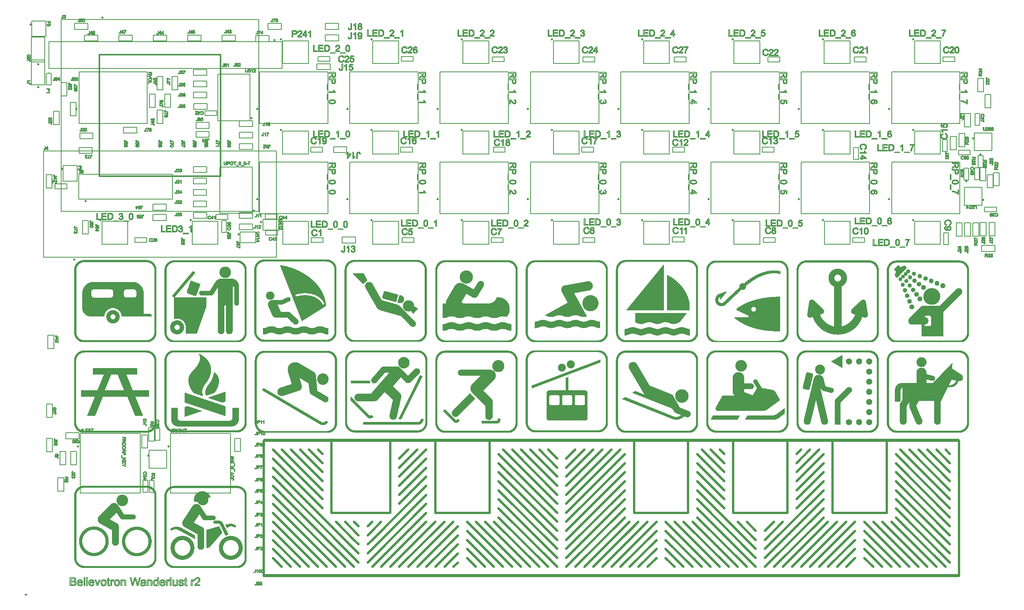
<source format=gto>
%FSLAX33Y33*%
%MOMM*%
%ADD10C,0.508*%
%ADD11C,0.0508*%
%ADD12C,0.15*%
%ADD13C,0.2032*%
%ADD14C,0.5*%
%ADD15C,0.5*%
%ADD16C,0.3*%
%ADD17C,0.5*%
%ADD18C,0.3*%
%ADD19C,0.5*%
%ADD20C,0.1524*%
D10*
%LNpath-0*%
G01*
X55000Y32000D02*
X66000Y21000D01*
X55000Y32000*
%LNpath-1*%
X154000Y6000D02*
X144000Y16000D01*
X154000Y6000*
%LNpath-2*%
X53000Y34000D02*
X53000Y4000D01*
X207000Y4000*
X207000Y34000*
X53000Y34000*
X53000Y34000*
%LNpath-3*%
X102000Y6000D02*
X98000Y10000D01*
X102000Y6000*
%LNpath-4*%
X120000Y28000D02*
X124000Y32000D01*
X120000Y28000*
%LNpath-5*%
X155000Y19000D02*
X149000Y25000D01*
X155000Y19000*
%LNpath-6*%
X186000Y8000D02*
X188000Y6000D01*
X186000Y8000*
%LNpath-7*%
X192000Y16000D02*
X202000Y6000D01*
X192000Y16000*
%LNpath-8*%
X176000Y6000D02*
X184000Y14000D01*
X176000Y6000*
%LNpath-9*%
X118000Y18000D02*
X105000Y31000D01*
X118000Y18000*
%LNpath-10*%
X174000Y32000D02*
X171000Y29000D01*
X174000Y32000*
%LNpath-11*%
X73000Y10000D02*
X74000Y9000D01*
X73000Y10000*
%LNpath-12*%
X156000Y6000D02*
X146000Y16000D01*
X156000Y6000*
%LNpath-13*%
X120000Y26000D02*
X126000Y32000D01*
X120000Y26000*
%LNpath-14*%
X170000Y6000D02*
X179000Y15000D01*
X170000Y6000*
%LNpath-15*%
X118000Y12000D02*
X105000Y25000D01*
X118000Y12000*
%LNpath-16*%
X155000Y27000D02*
X150000Y32000D01*
X155000Y27000*
%LNpath-17*%
X164000Y6000D02*
X177000Y19000D01*
X164000Y6000*
%LNpath-18*%
X193000Y17000D02*
X204000Y6000D01*
X193000Y17000*
%LNpath-19*%
X94000Y15000D02*
X95000Y16000D01*
X94000Y15000*
%LNpath-20*%
X164000Y12000D02*
X168000Y16000D01*
X164000Y12000*
%LNpath-21*%
X71000Y6000D02*
X55000Y22000D01*
X71000Y6000*
%LNpath-22*%
X73000Y8000D02*
X74000Y7000D01*
X73000Y8000*
%LNpath-23*%
X120000Y6000D02*
X133000Y19000D01*
X120000Y6000*
%LNpath-24*%
X118000Y10000D02*
X105000Y23000D01*
X118000Y10000*
%LNpath-25*%
X205000Y15000D02*
X193000Y27000D01*
X205000Y15000*
%LNpath-26*%
X63000Y6000D02*
X55000Y14000D01*
X63000Y6000*
%LNpath-27*%
X106000Y6000D02*
X98000Y14000D01*
X106000Y6000*
%LNpath-28*%
X83000Y6000D02*
X92000Y15000D01*
X83000Y6000*
%LNpath-29*%
X120000Y14000D02*
X133000Y27000D01*
X120000Y14000*
%LNpath-30*%
X120000Y18000D02*
X133000Y31000D01*
X120000Y18000*
%LNpath-31*%
X132000Y6000D02*
X140000Y14000D01*
X132000Y6000*
%LNpath-32*%
X120000Y16000D02*
X133000Y29000D01*
X120000Y16000*
%LNpath-33*%
X179000Y34000D02*
X179000Y18000D01*
X191000Y18000*
X191000Y34000*
X179000Y34000*
X179000Y34000*
%LNpath-34*%
X128000Y6000D02*
X138000Y16000D01*
X128000Y6000*
%LNpath-35*%
X77000Y6000D02*
X89000Y18000D01*
X77000Y6000*
%LNpath-36*%
X205000Y19000D02*
X193000Y31000D01*
X205000Y19000*
%LNpath-37*%
X74000Y13000D02*
X71000Y16000D01*
X74000Y13000*
%LNpath-38*%
X77000Y12000D02*
X76000Y11000D01*
X77000Y12000*
%LNpath-39*%
X198000Y32000D02*
X205000Y25000D01*
X198000Y32000*
%LNpath-40*%
X77000Y14000D02*
X76000Y13000D01*
X77000Y14000*
%LNpath-41*%
X155000Y23000D02*
X149000Y29000D01*
X155000Y23000*
%LNpath-42*%
X118000Y20000D02*
X106000Y32000D01*
X118000Y20000*
%LNpath-43*%
X77000Y10000D02*
X89000Y22000D01*
X77000Y10000*
%LNpath-44*%
X193000Y29000D02*
X205000Y17000D01*
X193000Y29000*
%LNpath-45*%
X177000Y25000D02*
X171000Y19000D01*
X177000Y25000*
%LNpath-46*%
X73000Y12000D02*
X69000Y16000D01*
X73000Y12000*
%LNpath-47*%
X120000Y22000D02*
X130000Y32000D01*
X120000Y22000*
%LNpath-48*%
X68000Y34000D02*
X68000Y18000D01*
X81000Y18000*
X81000Y34000*
X68000Y34000*
X68000Y34000*
%LNpath-49*%
X205000Y9000D02*
X193000Y21000D01*
X205000Y9000*
%LNpath-50*%
X116000Y6000D02*
X105000Y17000D01*
X116000Y6000*
%LNpath-51*%
X162000Y12000D02*
X158000Y16000D01*
X162000Y12000*
%LNpath-52*%
X130000Y6000D02*
X140000Y16000D01*
X130000Y6000*
%LNpath-53*%
X162000Y8000D02*
X149000Y21000D01*
X162000Y8000*
%LNpath-54*%
X63000Y32000D02*
X66000Y29000D01*
X63000Y32000*
%LNpath-55*%
X157000Y34000D02*
X157000Y18000D01*
X169000Y18000*
X169000Y34000*
X157000Y34000*
X157000Y34000*
%LNpath-56*%
X110000Y6000D02*
X100000Y16000D01*
X110000Y6000*
%LNpath-57*%
X118000Y28000D02*
X114000Y32000D01*
X118000Y28000*
%LNpath-58*%
X77000Y12000D02*
X89000Y24000D01*
X77000Y12000*
%LNpath-59*%
X77000Y8000D02*
X89000Y20000D01*
X77000Y8000*
%LNpath-60*%
X186000Y16000D02*
X196000Y6000D01*
X186000Y16000*
%LNpath-61*%
X89000Y6000D02*
X96000Y13000D01*
X89000Y6000*
%LNpath-62*%
X77000Y14000D02*
X79000Y16000D01*
X77000Y14000*
%LNpath-63*%
X118000Y24000D02*
X110000Y32000D01*
X118000Y24000*
%LNpath-64*%
X65000Y6000D02*
X55000Y16000D01*
X65000Y6000*
%LNpath-65*%
X83000Y28000D02*
X87000Y32000D01*
X83000Y28000*
%LNpath-66*%
X155000Y29000D02*
X152000Y32000D01*
X155000Y29000*
%LNpath-67*%
X85000Y6000D02*
X94000Y15000D01*
X85000Y6000*
%LNpath-68*%
X120000Y20000D02*
X132000Y32000D01*
X120000Y20000*
%LNpath-69*%
X120000Y12000D02*
X133000Y25000D01*
X120000Y12000*
%LNpath-70*%
X66000Y19000D02*
X55000Y30000D01*
X66000Y19000*
%LNpath-71*%
X162000Y10000D02*
X149000Y23000D01*
X162000Y10000*
%LNpath-72*%
X126000Y6000D02*
X135000Y15000D01*
X136000Y16000*
X126000Y6000*
%LNpath-73*%
X184000Y10000D02*
X180000Y6000D01*
X184000Y10000*
%LNpath-74*%
X144000Y6000D02*
X142000Y8000D01*
X144000Y6000*
%LNpath-75*%
X92000Y15000D02*
X93000Y16000D01*
X92000Y15000*
%LNpath-76*%
X59000Y32000D02*
X66000Y25000D01*
X59000Y32000*
%LNpath-77*%
X184000Y8000D02*
X182000Y6000D01*
X184000Y8000*
%LNpath-78*%
X73000Y14000D02*
X74000Y13000D01*
X73000Y14000*
%LNpath-79*%
X118000Y26000D02*
X112000Y32000D01*
X118000Y26000*
%LNpath-80*%
X66000Y31000D02*
X65000Y32000D01*
X66000Y31000*
%LNpath-81*%
X57000Y6000D02*
X55000Y8000D01*
X57000Y6000*
%LNpath-82*%
X138000Y6000D02*
X140000Y8000D01*
X138000Y6000*
%LNpath-83*%
X164000Y14000D02*
X166000Y16000D01*
X164000Y14000*
%LNpath-84*%
X83000Y26000D02*
X89000Y32000D01*
X83000Y26000*
%LNpath-85*%
X186000Y10000D02*
X190000Y6000D01*
X186000Y10000*
%LNpath-86*%
X91000Y6000D02*
X96000Y11000D01*
X91000Y6000*
%LNpath-87*%
X76000Y15000D02*
X77000Y16000D01*
X76000Y15000*
%LNpath-88*%
X118000Y22000D02*
X108000Y32000D01*
X118000Y22000*
%LNpath-89*%
X91000Y34000D02*
X91000Y18000D01*
X103000Y18000*
X103000Y34000*
X91000Y34000*
X91000Y34000*
%LNpath-90*%
X150000Y6000D02*
X142000Y14000D01*
X150000Y6000*
%LNpath-91*%
X194000Y32000D02*
X205000Y21000D01*
X194000Y32000*
%LNpath-92*%
X59000Y6000D02*
X55000Y10000D01*
X59000Y6000*
%LNpath-93*%
X177000Y27000D02*
X171000Y21000D01*
X177000Y27000*
%LNpath-94*%
X188000Y16000D02*
X198000Y6000D01*
X188000Y16000*
%LNpath-95*%
X193000Y25000D02*
X205000Y13000D01*
X193000Y25000*
%LNpath-96*%
X124000Y6000D02*
X134000Y16000D01*
X124000Y6000*
%LNpath-97*%
X177000Y29000D02*
X171000Y23000D01*
X177000Y29000*
%LNpath-98*%
X168000Y6000D02*
X178000Y16000D01*
X168000Y6000*
%LNpath-99*%
X160000Y16000D02*
X162000Y14000D01*
X160000Y16000*
%LNpath-100*%
X73000Y16000D02*
X74000Y15000D01*
X73000Y16000*
%LNpath-101*%
X177000Y31000D02*
X171000Y25000D01*
X177000Y31000*
%LNpath-102*%
X158000Y6000D02*
X148000Y16000D01*
X158000Y6000*
%LNpath-103*%
X160000Y6000D02*
X149000Y17000D01*
X160000Y6000*
%LNpath-104*%
X118000Y30000D02*
X116000Y32000D01*
X118000Y30000*
%LNpath-105*%
X118000Y8000D02*
X105000Y21000D01*
X118000Y8000*
%LNpath-106*%
X81000Y6000D02*
X90000Y15000D01*
X81000Y6000*
%LNpath-107*%
X120000Y8000D02*
X133000Y21000D01*
X120000Y8000*
%LNpath-108*%
X73000Y8000D02*
X55000Y26000D01*
X73000Y8000*
%LNpath-109*%
X164000Y10000D02*
X177000Y23000D01*
X164000Y10000*
%LNpath-110*%
X202000Y32000D02*
X205000Y29000D01*
X202000Y32000*
%LNpath-111*%
X87000Y6000D02*
X96000Y15000D01*
X87000Y6000*
%LNpath-112*%
X61000Y32000D02*
X66000Y27000D01*
X61000Y32000*
%LNpath-113*%
X166000Y6000D02*
X177000Y17000D01*
X166000Y6000*
%LNpath-114*%
X93000Y6000D02*
X96000Y9000D01*
X93000Y6000*
%LNpath-115*%
X83000Y20000D02*
X89000Y26000D01*
X83000Y20000*
%LNpath-116*%
X95000Y6000D02*
X96000Y7000D01*
X95000Y6000*
%LNpath-117*%
X152000Y6000D02*
X142000Y16000D01*
X152000Y6000*
%LNpath-118*%
X77000Y8000D02*
X76000Y7000D01*
X77000Y8000*
%LNpath-119*%
X100000Y6000D02*
X98000Y8000D01*
X100000Y6000*
%LNpath-120*%
X186000Y12000D02*
X192000Y6000D01*
X186000Y12000*
%LNpath-121*%
X90000Y15000D02*
X91000Y16000D01*
X90000Y15000*
%LNpath-122*%
X83000Y22000D02*
X89000Y28000D01*
X83000Y22000*
%LNpath-123*%
X61000Y6000D02*
X55000Y12000D01*
X61000Y6000*
%LNpath-124*%
X79000Y6000D02*
X89000Y16000D01*
X79000Y6000*
%LNpath-125*%
X204000Y32000D02*
X205000Y31000D01*
X204000Y32000*
%LNpath-126*%
X162000Y6000D02*
X149000Y19000D01*
X162000Y6000*
%LNpath-127*%
X193000Y23000D02*
X205000Y11000D01*
X193000Y23000*
%LNpath-128*%
X67000Y6000D02*
X55000Y18000D01*
X67000Y6000*
%LNpath-129*%
X179000Y15000D02*
X180000Y16000D01*
X179000Y15000*
%LNpath-130*%
X155000Y31000D02*
X154000Y32000D01*
X155000Y31000*
%LNpath-131*%
X135000Y34000D02*
X135000Y18000D01*
X147000Y18000*
X147000Y34000*
X135000Y34000*
X135000Y34000*
%LNpath-132*%
X69000Y6000D02*
X55000Y20000D01*
X69000Y6000*
%LNpath-133*%
X146000Y6000D02*
X142000Y10000D01*
X146000Y6000*
%LNpath-134*%
X120000Y30000D02*
X122000Y32000D01*
X120000Y30000*
%LNpath-135*%
X112000Y6000D02*
X102000Y16000D01*
X112000Y6000*
%LNpath-136*%
X105000Y27000D02*
X118000Y14000D01*
X105000Y27000*
%LNpath-137*%
X178000Y6000D02*
X184000Y12000D01*
X178000Y6000*
%LNpath-138*%
X57000Y32000D02*
X66000Y23000D01*
X57000Y32000*
%LNpath-139*%
X118000Y6000D02*
X105000Y19000D01*
X118000Y6000*
%LNpath-140*%
X120000Y10000D02*
X133000Y23000D01*
X120000Y10000*
%LNpath-141*%
X190000Y16000D02*
X200000Y6000D01*
X190000Y16000*
%LNpath-142*%
X164000Y8000D02*
X177000Y21000D01*
X164000Y8000*
%LNpath-143*%
X83000Y24000D02*
X89000Y30000D01*
X83000Y24000*
%LNpath-144*%
X108000Y6000D02*
X98000Y16000D01*
X108000Y6000*
%LNpath-146*%
X193000Y19000D02*
X205000Y7000D01*
X193000Y19000*
%LNpath-147*%
X77000Y10000D02*
X76000Y9000D01*
X77000Y10000*
%LNpath-148*%
X120000Y24000D02*
X128000Y32000D01*
X120000Y24000*
%LNpath-149*%
X83000Y30000D02*
X85000Y32000D01*
X83000Y30000*
%LNpath-150*%
X122000Y6000D02*
X133000Y17000D01*
X122000Y6000*
%LNpath-151*%
X104000Y6000D02*
X98000Y12000D01*
X104000Y6000*
%LNpath-152*%
X200000Y32000D02*
X205000Y27000D01*
X200000Y32000*
%LNpath-153*%
X172000Y32000D02*
X171000Y31000D01*
X172000Y32000*
%LNpath-154*%
X118000Y16000D02*
X105000Y29000D01*
X118000Y16000*
%LNpath-155*%
X148000Y6000D02*
X142000Y12000D01*
X148000Y6000*
%LNpath-156*%
X176000Y32000D02*
X171000Y27000D01*
X176000Y32000*
%LNpath-157*%
X134000Y6000D02*
X140000Y12000D01*
X134000Y6000*
%LNpath-158*%
X73000Y10000D02*
X55000Y28000D01*
X73000Y10000*
%LNpath-159*%
X73000Y12000D02*
X74000Y11000D01*
X73000Y12000*
%LNpath-160*%
X186000Y14000D02*
X194000Y6000D01*
X186000Y14000*
%LNpath-161*%
X155000Y21000D02*
X149000Y27000D01*
X155000Y21000*
%LNpath-162*%
X174000Y6000D02*
X184000Y16000D01*
X174000Y6000*
%LNpath-163*%
X205000Y23000D02*
X196000Y32000D01*
X205000Y23000*
%LNpath-164*%
X114000Y6000D02*
X104000Y16000D01*
X114000Y6000*
%LNpath-165*%
X172000Y6000D02*
X182000Y16000D01*
X172000Y6000*
%LNpath-166*%
X155000Y25000D02*
X149000Y31000D01*
X155000Y25000*
%LNpath-167*%
X136000Y6000D02*
X140000Y10000D01*
X136000Y6000*
%LNpath-168*%
X73000Y6000D02*
X55000Y24000D01*
X73000Y6000*
%LNtop silkscreen_traces*%
D11*
X147610Y35890D02*
X147610Y35890D01*
X147610Y35890*
X147670Y35890*
X147670Y35910*
X147670Y35910*
X147730Y35910*
X147730Y35930*
X147730Y35930*
X147790Y35930*
X147790Y35950*
X147790Y35950*
X147830Y35950*
X147830Y35970*
X147830Y35970*
X147890Y35970*
X147890Y35990*
X147890Y35990*
X147930Y35990*
X147930Y36010*
X147930Y36010*
X147970Y36010*
X147970Y36030*
X147970Y36030*
X148010Y36030*
X148010Y36050*
X148010Y36050*
X148050Y36050*
X148050Y36070*
X148050Y36070*
X148070Y36070*
X148070Y36090*
X148070Y36090*
X148110Y36090*
X148110Y36110*
X148110Y36110*
X148150Y36110*
X148150Y36130*
X148150Y36130*
X148170Y36130*
X148170Y36150*
X148170Y36150*
X148210Y36150*
X148210Y36170*
X148210Y36170*
X148230Y36170*
X148230Y36190*
X148230Y36190*
X148270Y36190*
X148270Y36210*
X148270Y36210*
X148290Y36210*
X148290Y36230*
X148290Y36230*
X148310Y36230*
X148310Y36250*
X148310Y36250*
X148350Y36250*
X148350Y36270*
X148350Y36270*
X148370Y36270*
X148370Y36290*
X148370Y36290*
X148390Y36290*
X148390Y36310*
X148390Y36310*
X148410Y36310*
X148410Y36330*
X148410Y36330*
X148430Y36330*
X148430Y36350*
X148430Y36350*
X148450Y36350*
X148450Y36370*
X148450Y36370*
X148470Y36370*
X148470Y36390*
X148470Y36390*
X148510Y36390*
X148510Y36410*
X148510Y36410*
X148530Y36410*
X148530Y36430*
X148530Y36430*
X148550Y36430*
X148550Y36450*
X148550Y36450*
X148570Y36450*
X148570Y36490*
X148570Y36490*
X148590Y36490*
X148590Y36510*
X148590Y36510*
X148610Y36510*
X148610Y36530*
X148610Y36530*
X148630Y36530*
X148630Y36550*
X148630Y36550*
X148650Y36550*
X148650Y36570*
X148650Y36570*
X148670Y36570*
X148670Y36590*
X148670Y36590*
X148690Y36590*
X148690Y36630*
X148690Y36630*
X148710Y36630*
X148710Y36650*
X148710Y36650*
X148730Y36650*
X148730Y36670*
X148730Y36670*
X148750Y36670*
X148750Y36710*
X148750Y36710*
X148770Y36710*
X148770Y36730*
X148770Y36730*
X148790Y36730*
X148790Y36750*
X148790Y36750*
X148810Y36750*
X148810Y36790*
X148810Y36790*
X148830Y36790*
X148830Y36830*
X148830Y36830*
X148850Y36830*
X148850Y36850*
X148850Y36850*
X148870Y36850*
X148870Y36890*
X148870Y36890*
X148890Y36890*
X148890Y36930*
X148890Y36930*
X148910Y36930*
X148910Y36970*
X148910Y36970*
X148930Y36970*
X148930Y37010*
X148930Y37010*
X148950Y37010*
X148950Y37050*
X148950Y37050*
X148970Y37050*
X148970Y37090*
X148970Y37090*
X148990Y37090*
X148990Y37130*
X148990Y37130*
X149010Y37130*
X149010Y37190*
X149010Y37190*
X149030Y37190*
X149030Y37250*
X149030Y37250*
X149050Y37250*
X149050Y37290*
X149050Y37290*
X149070Y37290*
X149070Y37370*
X149070Y37370*
X149090Y37370*
X149090Y37450*
X149090Y37450*
X149110Y37450*
X149110Y37530*
X149110Y37530*
X149130Y37530*
X149130Y52200*
X149110Y52200*
X149110Y52200*
X149110Y52300*
X149090Y52300*
X149090Y52300*
X149090Y52360*
X149070Y52360*
X149070Y52360*
X149070Y52440*
X149050Y52440*
X149050Y52440*
X149050Y52500*
X149030Y52500*
X149030Y52500*
X149030Y52540*
X149010Y52540*
X149010Y52540*
X149010Y52600*
X148990Y52600*
X148990Y52600*
X148990Y52640*
X148970Y52640*
X148970Y52640*
X148970Y52700*
X148950Y52700*
X148950Y52700*
X148950Y52740*
X148930Y52740*
X148930Y52740*
X148930Y52780*
X148910Y52780*
X148910Y52780*
X148910Y52820*
X148890Y52820*
X148890Y52820*
X148890Y52840*
X148870Y52840*
X148870Y52840*
X148870Y52880*
X148850Y52880*
X148850Y52880*
X148850Y52920*
X148830Y52920*
X148830Y52920*
X148830Y52940*
X148810Y52940*
X148810Y52940*
X148810Y52980*
X148790Y52980*
X148790Y52980*
X148790Y53000*
X148770Y53000*
X148770Y53000*
X148770Y53040*
X148750Y53040*
X148750Y53040*
X148750Y53060*
X148730Y53060*
X148730Y53060*
X148730Y53080*
X148710Y53080*
X148710Y53080*
X148710Y53120*
X148690Y53120*
X148690Y53120*
X148690Y53140*
X148670Y53140*
X148670Y53140*
X148670Y53160*
X148650Y53160*
X148650Y53160*
X148650Y53180*
X148630Y53180*
X148630Y53180*
X148630Y53220*
X148610Y53220*
X148610Y53220*
X148610Y53240*
X148590Y53240*
X148590Y53240*
X148590Y53260*
X148570Y53260*
X148570Y53260*
X148570Y53280*
X148550Y53280*
X148550Y53280*
X148550Y53300*
X148530Y53300*
X148530Y53300*
X148530Y53320*
X148510Y53320*
X148510Y53320*
X148510Y53340*
X148490Y53340*
X148490Y53340*
X148490Y53360*
X148470Y53360*
X148470Y53360*
X148470Y53380*
X148450Y53380*
X148450Y53380*
X148450Y53400*
X148410Y53400*
X148410Y53400*
X148410Y53420*
X148390Y53420*
X148390Y53420*
X148390Y53440*
X148370Y53440*
X148370Y53440*
X148370Y53460*
X148350Y53460*
X148350Y53460*
X148350Y53480*
X148330Y53480*
X148330Y53480*
X148330Y53500*
X148290Y53500*
X148290Y53500*
X148290Y53520*
X148270Y53520*
X148270Y53520*
X148270Y53540*
X148250Y53540*
X148250Y53540*
X148250Y53560*
X148210Y53560*
X148210Y53560*
X148210Y53580*
X148190Y53580*
X148190Y53580*
X148190Y53600*
X148150Y53600*
X148150Y53600*
X148150Y53620*
X148110Y53620*
X148110Y53620*
X148110Y53640*
X148090Y53640*
X148090Y53640*
X148090Y53660*
X148050Y53660*
X148050Y53660*
X148050Y53680*
X148010Y53680*
X148010Y53680*
X148010Y53700*
X147970Y53700*
X147970Y53700*
X147970Y53720*
X147930Y53720*
X147930Y53720*
X147930Y53740*
X147890Y53740*
X147890Y53740*
X147890Y53760*
X147850Y53760*
X147850Y53760*
X147850Y53780*
X147790Y53780*
X147790Y53780*
X147790Y53800*
X147750Y53800*
X147750Y53800*
X147750Y53820*
X147690Y53820*
X147690Y53820*
X147690Y53840*
X147630Y53840*
X147630Y53840*
X147630Y53860*
X147570Y53860*
X147570Y53860*
X147570Y53880*
X147470Y53880*
X147470Y53880*
X147470Y53900*
X147390Y53900*
X147390Y53900*
X147390Y53920*
X147250Y53920*
X147250Y53920*
X147250Y53940*
X132920Y53940*
X132920Y53920*
X132920Y53920*
X132780Y53920*
X132780Y53900*
X132780Y53900*
X132700Y53900*
X132700Y53880*
X132700Y53880*
X132620Y53880*
X132620Y53860*
X132620Y53860*
X132540Y53860*
X132540Y53840*
X132540Y53840*
X132480Y53840*
X132480Y53820*
X132480Y53820*
X132420Y53820*
X132420Y53800*
X132420Y53800*
X132380Y53800*
X132380Y53780*
X132380Y53780*
X132320Y53780*
X132320Y53760*
X132320Y53760*
X132280Y53760*
X132280Y53740*
X132280Y53740*
X132240Y53740*
X132240Y53720*
X132240Y53720*
X132200Y53720*
X132200Y53700*
X132200Y53700*
X132160Y53700*
X132160Y53680*
X132160Y53680*
X132120Y53680*
X132120Y53660*
X132120Y53660*
X132080Y53660*
X132080Y53640*
X132080Y53640*
X132060Y53640*
X132060Y53620*
X132060Y53620*
X132020Y53620*
X132020Y53600*
X132020Y53600*
X131980Y53600*
X131980Y53580*
X131980Y53580*
X131960Y53580*
X131960Y53560*
X131960Y53560*
X131920Y53560*
X131920Y53540*
X131920Y53540*
X131900Y53540*
X131900Y53520*
X131900Y53520*
X131880Y53520*
X131880Y53500*
X131880Y53500*
X131840Y53500*
X131840Y53480*
X131840Y53480*
X131820Y53480*
X131820Y53460*
X131820Y53460*
X131800Y53460*
X131800Y53440*
X131800Y53440*
X131780Y53440*
X131780Y53420*
X131780Y53420*
X131760Y53420*
X131760Y53400*
X131760Y53400*
X131720Y53400*
X131720Y53380*
X131720Y53380*
X131700Y53380*
X131700Y53360*
X131700Y53360*
X131680Y53360*
X131680Y53340*
X131680Y53340*
X131660Y53340*
X131660Y53320*
X131660Y53320*
X131640Y53320*
X131640Y53300*
X131640Y53300*
X131620Y53300*
X131620Y53280*
X131620Y53280*
X131600Y53280*
X131600Y53260*
X131600Y53260*
X131580Y53260*
X131580Y53240*
X131580Y53240*
X131560Y53240*
X131560Y53200*
X131560Y53200*
X131540Y53200*
X131540Y53180*
X131540Y53180*
X131520Y53180*
X131520Y53160*
X131520Y53160*
X131500Y53160*
X131500Y53140*
X131500Y53140*
X131480Y53140*
X131480Y53120*
X131480Y53120*
X131460Y53120*
X131460Y53080*
X131460Y53080*
X131440Y53080*
X131440Y53060*
X131440Y53060*
X131420Y53060*
X131420Y53040*
X131420Y53040*
X131400Y53040*
X131400Y53000*
X131400Y53000*
X131380Y53000*
X131380Y52980*
X131380Y52980*
X131360Y52980*
X131360Y52940*
X131360Y52940*
X131340Y52940*
X131340Y52920*
X131340Y52920*
X131320Y52920*
X131320Y52880*
X131320Y52880*
X131300Y52880*
X131300Y52840*
X131300Y52840*
X131280Y52840*
X131280Y52800*
X131280Y52800*
X131260Y52800*
X131260Y52780*
X131260Y52780*
X131240Y52780*
X131240Y52740*
X131240Y52740*
X131220Y52740*
X131220Y52680*
X131220Y52680*
X131200Y52680*
X131200Y52640*
X131200Y52640*
X131180Y52640*
X131180Y52600*
X131180Y52600*
X131160Y52600*
X131160Y52540*
X131160Y52540*
X131140Y52540*
X131140Y52500*
X131140Y52500*
X131120Y52500*
X131120Y52440*
X131120Y52440*
X131100Y52440*
X131100Y52360*
X131100Y52360*
X131080Y52360*
X131080Y52280*
X131080Y52280*
X131060Y52280*
X131060Y52200*
X131060Y52200*
X131040Y52200*
X131040Y52080*
X131040Y52080*
X131020Y52080*
X131020Y51840*
X131020Y51840*
X131000Y51840*
X131000Y37890*
X131020Y37890*
X131020Y37890*
X131020Y37650*
X131040Y37650*
X131040Y37650*
X131040Y37530*
X131060Y37530*
X131060Y37530*
X131060Y37450*
X131080Y37450*
X131080Y37450*
X131080Y37370*
X131100Y37370*
X131100Y37370*
X131100Y37310*
X131120Y37310*
X131120Y37310*
X131120Y37250*
X131140Y37250*
X131140Y37250*
X131140Y37190*
X131160Y37190*
X131160Y37190*
X131160Y37130*
X131180Y37130*
X131180Y37130*
X131180Y37090*
X131200Y37090*
X131200Y37090*
X131200Y37050*
X131220Y37050*
X131220Y37050*
X131220Y37010*
X131240Y37010*
X131240Y37010*
X131240Y36970*
X131260Y36970*
X131260Y36970*
X131260Y36930*
X131280Y36930*
X131280Y36930*
X131280Y36890*
X131300Y36890*
X131300Y36890*
X131300Y36850*
X131320Y36850*
X131320Y36850*
X131320Y36830*
X131340Y36830*
X131340Y36830*
X131340Y36790*
X131360Y36790*
X131360Y36790*
X131360Y36770*
X131380Y36770*
X131380Y36770*
X131380Y36730*
X131400Y36730*
X131400Y36730*
X131400Y36710*
X131420Y36710*
X131420Y36710*
X131420Y36670*
X131440Y36670*
X131440Y36670*
X131440Y36650*
X131460Y36650*
X131460Y36650*
X131460Y36630*
X131480Y36630*
X131480Y36630*
X131480Y36590*
X131500Y36590*
X131500Y36590*
X131500Y36570*
X131520Y36570*
X131520Y36570*
X131520Y36550*
X131540Y36550*
X131540Y36550*
X131540Y36530*
X131560Y36530*
X131560Y36530*
X131560Y36510*
X131580Y36510*
X131580Y36510*
X131580Y36490*
X131600Y36490*
X131600Y36490*
X131600Y36470*
X131620Y36470*
X131620Y36470*
X131620Y36450*
X131640Y36450*
X131640Y36450*
X131640Y36430*
X131660Y36430*
X131660Y36430*
X131660Y36410*
X131680Y36410*
X131680Y36410*
X131680Y36390*
X131700Y36390*
X131700Y36390*
X131700Y36370*
X131720Y36370*
X131720Y36370*
X131720Y36350*
X131740Y36350*
X131740Y36350*
X131740Y36330*
X131760Y36330*
X131760Y36330*
X131760Y36310*
X131780Y36310*
X131780Y36310*
X131780Y36290*
X131800Y36290*
X131800Y36290*
X131800Y36270*
X131840Y36270*
X131840Y36270*
X131840Y36250*
X131860Y36250*
X131860Y36250*
X131860Y36230*
X131880Y36230*
X131880Y36230*
X131880Y36210*
X131900Y36210*
X131900Y36210*
X131900Y36190*
X131940Y36190*
X131940Y36190*
X131940Y36170*
X131960Y36170*
X131960Y36170*
X131960Y36150*
X132000Y36150*
X132000Y36150*
X132000Y36130*
X132020Y36130*
X132020Y36130*
X132020Y36110*
X132060Y36110*
X132060Y36110*
X132060Y36090*
X132100Y36090*
X132100Y36090*
X132100Y36070*
X132120Y36070*
X132120Y36070*
X132120Y36050*
X132160Y36050*
X132160Y36050*
X132160Y36030*
X132200Y36030*
X132200Y36030*
X132200Y36010*
X132240Y36010*
X132240Y36010*
X132240Y35990*
X132280Y35990*
X132280Y35990*
X132280Y35970*
X132340Y35970*
X132340Y35970*
X132340Y35950*
X132380Y35950*
X132380Y35950*
X132380Y35930*
X132440Y35930*
X132440Y35930*
X132440Y35910*
X132500Y35910*
X132500Y35910*
X132500Y35890*
X132560Y35890*
X132560Y35890*
X132560Y35870*
X147610Y35870*
X147610Y35890*
X147160Y53570D02*
X147160Y53550D01*
X147300Y53550*
X147300Y53530*
X147400Y53530*
X147400Y53510*
X147480Y53510*
X147480Y53490*
X147540Y53490*
X147540Y53470*
X147600Y53470*
X147600Y53450*
X147660Y53450*
X147660Y53430*
X147700Y53430*
X147700Y53410*
X147740Y53410*
X147740Y53390*
X147780Y53390*
X147780Y53370*
X147820Y53370*
X147820Y53350*
X147860Y53350*
X147860Y53330*
X147900Y53330*
X147900Y53310*
X147920Y53310*
X147920Y53290*
X147960Y53290*
X147960Y53270*
X147980Y53270*
X147980Y53250*
X148020Y53250*
X148020Y53230*
X148040Y53230*
X148040Y53210*
X148080Y53210*
X148080Y53190*
X148100Y53190*
X148100Y53170*
X148120Y53170*
X148120Y53150*
X148140Y53150*
X148140Y53130*
X148160Y53130*
X148160Y53110*
X148200Y53110*
X148200Y53090*
X148220Y53090*
X148220Y53070*
X148240Y53070*
X148240Y53050*
X148260Y53050*
X148260Y53030*
X148280Y53030*
X148280Y53010*
X148300Y53010*
X148300Y52990*
X148320Y52990*
X148320Y52950*
X148340Y52950*
X148340Y52930*
X148360Y52930*
X148360Y52910*
X148380Y52910*
X148380Y52890*
X148400Y52890*
X148400Y52870*
X148420Y52870*
X148420Y52830*
X148440Y52830*
X148440Y52810*
X148460Y52810*
X148460Y52770*
X148480Y52770*
X148480Y52750*
X148500Y52750*
X148500Y52710*
X148520Y52710*
X148520Y52690*
X148540Y52690*
X148540Y52650*
X148560Y52650*
X148560Y52610*
X148580Y52610*
X148580Y52570*
X148600Y52570*
X148600Y52530*
X148620Y52530*
X148620Y52490*
X148640Y52490*
X148640Y52450*
X148660Y52450*
X148660Y52390*
X148680Y52390*
X148680Y52330*
X148700Y52330*
X148700Y52270*
X148720Y52270*
X148720Y52190*
X148740Y52190*
X148740Y52110*
X148760Y52110*
X148760Y51970*
X148780Y51970*
X148780Y37760*
X148760Y37760*
X148760Y37620*
X148740Y37620*
X148740Y37540*
X148720Y37540*
X148720Y37460*
X148700Y37460*
X148700Y37400*
X148680Y37400*
X148680Y37340*
X148660Y37340*
X148660Y37300*
X148640Y37300*
X148640Y37240*
X148620Y37240*
X148620Y37200*
X148600Y37200*
X148600Y37160*
X148580Y37160*
X148580Y37120*
X148560Y37120*
X148560Y37080*
X148540Y37080*
X148540Y37040*
X148520Y37040*
X148520Y37020*
X148500Y37020*
X148500Y36980*
X148480Y36980*
X148480Y36960*
X148460Y36960*
X148460Y36920*
X148440Y36920*
X148440Y36900*
X148420Y36900*
X148420Y36880*
X148400Y36880*
X148400Y36840*
X148380Y36840*
X148380Y36820*
X148360Y36820*
X148360Y36800*
X148340Y36800*
X148340Y36780*
X148320Y36780*
X148320Y36760*
X148300Y36760*
X148300Y36740*
X148280Y36740*
X148280Y36720*
X148260Y36720*
X148260Y36700*
X148240Y36700*
X148240Y36680*
X148220Y36680*
X148220Y36660*
X148200Y36660*
X148200Y36640*
X148180Y36640*
X148180Y36620*
X148160Y36620*
X148160Y36600*
X148140Y36600*
X148140Y36580*
X148120Y36580*
X148120Y36560*
X148080Y36560*
X148080Y36540*
X148060Y36540*
X148060Y36520*
X148040Y36520*
X148040Y36500*
X148000Y36500*
X148000Y36480*
X147980Y36480*
X147980Y36460*
X147940Y36460*
X147940Y36440*
X147920Y36440*
X147920Y36420*
X147880Y36420*
X147880Y36400*
X147840Y36400*
X147840Y36380*
X147800Y36380*
X147800Y36360*
X147760Y36360*
X147760Y36340*
X147720Y36340*
X147720Y36320*
X147680Y36320*
X147680Y36300*
X147640Y36300*
X147640Y36280*
X147580Y36280*
X147580Y36260*
X147520Y36260*
X147520Y36240*
X147440Y36240*
X147440Y36220*
X147360Y36220*
X147360Y36200*
X147260Y36200*
X147260Y36180*
X147020Y36180*
X147020Y36160*
X133150Y36160*
X133150Y36180*
X132910Y36180*
X132910Y36200*
X132810Y36200*
X132810Y36220*
X132730Y36220*
X132730Y36240*
X132650Y36240*
X132650Y36260*
X132590Y36260*
X132590Y36280*
X132530Y36280*
X132530Y36300*
X132490Y36300*
X132490Y36320*
X132450Y36320*
X132450Y36340*
X132410Y36340*
X132410Y36360*
X132370Y36360*
X132370Y36380*
X132330Y36380*
X132330Y36400*
X132290Y36400*
X132290Y36420*
X132250Y36420*
X132250Y36440*
X132230Y36440*
X132230Y36460*
X132190Y36460*
X132190Y36480*
X132170Y36480*
X132170Y36500*
X132130Y36500*
X132130Y36520*
X132110Y36520*
X132110Y36540*
X132090Y36540*
X132090Y36560*
X132050Y36560*
X132050Y36580*
X132030Y36580*
X132030Y36600*
X132010Y36600*
X132010Y36620*
X131990Y36620*
X131990Y36640*
X131970Y36640*
X131970Y36660*
X131950Y36660*
X131950Y36680*
X131930Y36680*
X131930Y36700*
X131910Y36700*
X131910Y36720*
X131890Y36720*
X131890Y36740*
X131870Y36740*
X131870Y36760*
X131850Y36760*
X131850Y36780*
X131830Y36780*
X131830Y36800*
X131810Y36800*
X131810Y36820*
X131790Y36820*
X131790Y36840*
X131770Y36840*
X131770Y36880*
X131750Y36880*
X131750Y36900*
X131730Y36900*
X131730Y36920*
X131710Y36920*
X131710Y36960*
X131690Y36960*
X131690Y36980*
X131670Y36980*
X131670Y37020*
X131650Y37020*
X131650Y37060*
X131630Y37060*
X131630Y37080*
X131610Y37080*
X131610Y37120*
X131590Y37120*
X131590Y37160*
X131570Y37160*
X131570Y37200*
X131550Y37200*
X131550Y37240*
X131530Y37240*
X131530Y37300*
X131510Y37300*
X131510Y37340*
X131490Y37340*
X131490Y37400*
X131470Y37400*
X131470Y37460*
X131450Y37460*
X131450Y37540*
X131430Y37540*
X131430Y37620*
X131410Y37620*
X131410Y37760*
X131390Y37760*
X131390Y51970*
X131410Y51970*
X131410Y52110*
X131430Y52110*
X131430Y52190*
X131450Y52190*
X131450Y52270*
X131470Y52270*
X131470Y52330*
X131490Y52330*
X131490Y52390*
X131510Y52390*
X131510Y52450*
X131530Y52450*
X131530Y52490*
X131550Y52490*
X131550Y52530*
X131570Y52530*
X131570Y52570*
X131590Y52570*
X131590Y52610*
X131610Y52610*
X131610Y52650*
X131630Y52650*
X131630Y52690*
X131650Y52690*
X131650Y52710*
X131670Y52710*
X131670Y52750*
X131690Y52750*
X131690Y52770*
X131710Y52770*
X131710Y52810*
X131730Y52810*
X131730Y52830*
X131750Y52830*
X131750Y52870*
X131770Y52870*
X131770Y52890*
X131790Y52890*
X131790Y52910*
X131810Y52910*
X131810Y52930*
X131830Y52930*
X131830Y52950*
X131850Y52950*
X131850Y52990*
X131870Y52990*
X131870Y53010*
X131890Y53010*
X131890Y53030*
X131910Y53030*
X131910Y53050*
X131930Y53050*
X131930Y53070*
X131950Y53070*
X131950Y53090*
X131970Y53090*
X131970Y53110*
X132010Y53110*
X132010Y53130*
X132030Y53130*
X132030Y53150*
X132050Y53150*
X132050Y53170*
X132070Y53170*
X132070Y53190*
X132090Y53190*
X132090Y53210*
X132130Y53210*
X132130Y53230*
X132150Y53230*
X132150Y53250*
X132190Y53250*
X132190Y53270*
X132210Y53270*
X132210Y53290*
X132250Y53290*
X132250Y53310*
X132270Y53310*
X132270Y53330*
X132310Y53330*
X132310Y53350*
X132350Y53350*
X132350Y53370*
X132390Y53370*
X132390Y53390*
X132430Y53390*
X132430Y53410*
X132470Y53410*
X132470Y53430*
X132530Y53430*
X132530Y53450*
X132570Y53450*
X132570Y53470*
X132630Y53470*
X132630Y53490*
X132690Y53490*
X132690Y53510*
X132770Y53510*
X132770Y53530*
X132870Y53530*
X132870Y53550*
X133010Y53550*
X133010Y53570*
X147160Y53570*
X132440Y35920D02*
X147730Y35920D01*
X132340Y35969D02*
X147830Y35969D01*
X132200Y36019D02*
X147970Y36019D01*
X132120Y36068D02*
X148050Y36068D01*
X132020Y36118D02*
X148150Y36118D01*
X131960Y36167D02*
X133150Y36167D01*
X147020Y36167D02*
X148210Y36167D01*
X131880Y36217D02*
X132810Y36217D01*
X147360Y36217D02*
X148290Y36217D01*
X131840Y36266D02*
X132590Y36266D01*
X147580Y36266D02*
X148350Y36266D01*
X131760Y36316D02*
X132490Y36316D01*
X147680Y36316D02*
X148410Y36316D01*
X131720Y36365D02*
X132370Y36365D01*
X147800Y36365D02*
X148450Y36365D01*
X131660Y36415D02*
X132290Y36415D01*
X147880Y36415D02*
X148530Y36415D01*
X131620Y36464D02*
X132190Y36464D01*
X147980Y36464D02*
X148570Y36464D01*
X131560Y36514D02*
X132130Y36514D01*
X148040Y36514D02*
X148610Y36514D01*
X131520Y36563D02*
X132050Y36563D01*
X148120Y36563D02*
X148650Y36563D01*
X131480Y36613D02*
X132010Y36613D01*
X148160Y36613D02*
X148690Y36613D01*
X131440Y36662D02*
X131950Y36662D01*
X148220Y36662D02*
X148730Y36662D01*
X131400Y36712D02*
X131910Y36712D01*
X148260Y36712D02*
X148770Y36712D01*
X131380Y36762D02*
X131850Y36762D01*
X148320Y36762D02*
X148810Y36762D01*
X131340Y36811D02*
X131810Y36811D01*
X148360Y36811D02*
X148830Y36811D01*
X131300Y36861D02*
X131770Y36861D01*
X148400Y36861D02*
X148870Y36861D01*
X131280Y36910D02*
X131730Y36910D01*
X148440Y36910D02*
X148890Y36910D01*
X131260Y36960D02*
X131710Y36960D01*
X148460Y36960D02*
X148910Y36960D01*
X131240Y37009D02*
X131670Y37009D01*
X148500Y37009D02*
X148930Y37009D01*
X131200Y37059D02*
X131650Y37059D01*
X148540Y37059D02*
X148970Y37059D01*
X131180Y37108D02*
X131610Y37108D01*
X148560Y37108D02*
X148990Y37108D01*
X131160Y37158D02*
X131590Y37158D01*
X148580Y37158D02*
X149010Y37158D01*
X131140Y37207D02*
X131550Y37207D01*
X148620Y37207D02*
X149030Y37207D01*
X131120Y37257D02*
X131530Y37257D01*
X148640Y37257D02*
X149050Y37257D01*
X131120Y37306D02*
X131510Y37306D01*
X148660Y37306D02*
X149070Y37306D01*
X131100Y37356D02*
X131490Y37356D01*
X148680Y37356D02*
X149070Y37356D01*
X131080Y37405D02*
X131470Y37405D01*
X148700Y37405D02*
X149090Y37405D01*
X131060Y37455D02*
X131470Y37455D01*
X148700Y37455D02*
X149110Y37455D01*
X131060Y37504D02*
X131450Y37504D01*
X148720Y37504D02*
X149110Y37504D01*
X131040Y37554D02*
X131430Y37554D01*
X148740Y37554D02*
X149130Y37554D01*
X131040Y37604D02*
X131430Y37604D01*
X148740Y37604D02*
X149130Y37604D01*
X131020Y37653D02*
X131410Y37653D01*
X148760Y37653D02*
X149130Y37653D01*
X131020Y37703D02*
X131410Y37703D01*
X148760Y37703D02*
X149130Y37703D01*
X131020Y37752D02*
X131410Y37752D01*
X148760Y37752D02*
X149130Y37752D01*
X131020Y37802D02*
X131390Y37802D01*
X148780Y37802D02*
X149130Y37802D01*
X131020Y37851D02*
X131390Y37851D01*
X148780Y37851D02*
X149130Y37851D01*
X131000Y37901D02*
X131390Y37901D01*
X148780Y37901D02*
X149130Y37901D01*
X131000Y37950D02*
X131390Y37950D01*
X148780Y37950D02*
X149130Y37950D01*
X131000Y38000D02*
X131390Y38000D01*
X148780Y38000D02*
X149130Y38000D01*
X131000Y38049D02*
X131390Y38049D01*
X148780Y38049D02*
X149130Y38049D01*
X131000Y38099D02*
X131390Y38099D01*
X148780Y38099D02*
X149130Y38099D01*
X131000Y38148D02*
X131390Y38148D01*
X148780Y38148D02*
X149130Y38148D01*
X131000Y38198D02*
X131390Y38198D01*
X148780Y38198D02*
X149130Y38198D01*
X131000Y38247D02*
X131390Y38247D01*
X148780Y38247D02*
X149130Y38247D01*
X131000Y38297D02*
X131390Y38297D01*
X148780Y38297D02*
X149130Y38297D01*
X131000Y38346D02*
X131390Y38346D01*
X148780Y38346D02*
X149130Y38346D01*
X131000Y38396D02*
X131390Y38396D01*
X148780Y38396D02*
X149130Y38396D01*
X131000Y38446D02*
X131390Y38446D01*
X148780Y38446D02*
X149130Y38446D01*
X131000Y38495D02*
X131390Y38495D01*
X148780Y38495D02*
X149130Y38495D01*
X131000Y38545D02*
X131390Y38545D01*
X148780Y38545D02*
X149130Y38545D01*
X131000Y38594D02*
X131390Y38594D01*
X148780Y38594D02*
X149130Y38594D01*
X131000Y38644D02*
X131390Y38644D01*
X148780Y38644D02*
X149130Y38644D01*
X131000Y38693D02*
X131390Y38693D01*
X148780Y38693D02*
X149130Y38693D01*
X131000Y38743D02*
X131390Y38743D01*
X148780Y38743D02*
X149130Y38743D01*
X131000Y38792D02*
X131390Y38792D01*
X148780Y38792D02*
X149130Y38792D01*
X131000Y38842D02*
X131390Y38842D01*
X148780Y38842D02*
X149130Y38842D01*
X131000Y38891D02*
X131390Y38891D01*
X148780Y38891D02*
X149130Y38891D01*
X131000Y38941D02*
X131390Y38941D01*
X148780Y38941D02*
X149130Y38941D01*
X131000Y38990D02*
X131390Y38990D01*
X148780Y38990D02*
X149130Y38990D01*
X131000Y39040D02*
X131390Y39040D01*
X148780Y39040D02*
X149130Y39040D01*
X131000Y39089D02*
X131390Y39089D01*
X148780Y39089D02*
X149130Y39089D01*
X131000Y39139D02*
X131390Y39139D01*
X148780Y39139D02*
X149130Y39139D01*
X131000Y39189D02*
X131390Y39189D01*
X148780Y39189D02*
X149130Y39189D01*
X131000Y39238D02*
X131390Y39238D01*
X148780Y39238D02*
X149130Y39238D01*
X131000Y39288D02*
X131390Y39288D01*
X148780Y39288D02*
X149130Y39288D01*
X131000Y39337D02*
X131390Y39337D01*
X148780Y39337D02*
X149130Y39337D01*
X131000Y39387D02*
X131390Y39387D01*
X148780Y39387D02*
X149130Y39387D01*
X131000Y39436D02*
X131390Y39436D01*
X148780Y39436D02*
X149130Y39436D01*
X131000Y39486D02*
X131390Y39486D01*
X148780Y39486D02*
X149130Y39486D01*
X131000Y39535D02*
X131390Y39535D01*
X148780Y39535D02*
X149130Y39535D01*
X131000Y39585D02*
X131390Y39585D01*
X148780Y39585D02*
X149130Y39585D01*
X131000Y39634D02*
X131390Y39634D01*
X148780Y39634D02*
X149130Y39634D01*
X131000Y39684D02*
X131390Y39684D01*
X148780Y39684D02*
X149130Y39684D01*
X131000Y39733D02*
X131390Y39733D01*
X148780Y39733D02*
X149130Y39733D01*
X131000Y39783D02*
X131390Y39783D01*
X148780Y39783D02*
X149130Y39783D01*
X131000Y39832D02*
X131390Y39832D01*
X148780Y39832D02*
X149130Y39832D01*
X131000Y39882D02*
X131390Y39882D01*
X148780Y39882D02*
X149130Y39882D01*
X131000Y39931D02*
X131390Y39931D01*
X148780Y39931D02*
X149130Y39931D01*
X131000Y39981D02*
X131390Y39981D01*
X148780Y39981D02*
X149130Y39981D01*
X131000Y40031D02*
X131390Y40031D01*
X148780Y40031D02*
X149130Y40031D01*
X131000Y40080D02*
X131390Y40080D01*
X148780Y40080D02*
X149130Y40080D01*
X131000Y40130D02*
X131390Y40130D01*
X148780Y40130D02*
X149130Y40130D01*
X131000Y40179D02*
X131390Y40179D01*
X148780Y40179D02*
X149130Y40179D01*
X131000Y40229D02*
X131390Y40229D01*
X148780Y40229D02*
X149130Y40229D01*
X131000Y40278D02*
X131390Y40278D01*
X148780Y40278D02*
X149130Y40278D01*
X131000Y40328D02*
X131390Y40328D01*
X148780Y40328D02*
X149130Y40328D01*
X131000Y40377D02*
X131390Y40377D01*
X148780Y40377D02*
X149130Y40377D01*
X131000Y40427D02*
X131390Y40427D01*
X148780Y40427D02*
X149130Y40427D01*
X131000Y40476D02*
X131390Y40476D01*
X148780Y40476D02*
X149130Y40476D01*
X131000Y40526D02*
X131390Y40526D01*
X148780Y40526D02*
X149130Y40526D01*
X131000Y40575D02*
X131390Y40575D01*
X148780Y40575D02*
X149130Y40575D01*
X131000Y40625D02*
X131390Y40625D01*
X148780Y40625D02*
X149130Y40625D01*
X131000Y40674D02*
X131390Y40674D01*
X148780Y40674D02*
X149130Y40674D01*
X131000Y40724D02*
X131390Y40724D01*
X148780Y40724D02*
X149130Y40724D01*
X131000Y40773D02*
X131390Y40773D01*
X148780Y40773D02*
X149130Y40773D01*
X131000Y40823D02*
X131390Y40823D01*
X148780Y40823D02*
X149130Y40823D01*
X131000Y40873D02*
X131390Y40873D01*
X148780Y40873D02*
X149130Y40873D01*
X131000Y40922D02*
X131390Y40922D01*
X148780Y40922D02*
X149130Y40922D01*
X131000Y40972D02*
X131390Y40972D01*
X148780Y40972D02*
X149130Y40972D01*
X131000Y41021D02*
X131390Y41021D01*
X148780Y41021D02*
X149130Y41021D01*
X131000Y41071D02*
X131390Y41071D01*
X148780Y41071D02*
X149130Y41071D01*
X131000Y41120D02*
X131390Y41120D01*
X148780Y41120D02*
X149130Y41120D01*
X131000Y41170D02*
X131390Y41170D01*
X148780Y41170D02*
X149130Y41170D01*
X131000Y41219D02*
X131390Y41219D01*
X148780Y41219D02*
X149130Y41219D01*
X131000Y41269D02*
X131390Y41269D01*
X148780Y41269D02*
X149130Y41269D01*
X131000Y41318D02*
X131390Y41318D01*
X148780Y41318D02*
X149130Y41318D01*
X131000Y41368D02*
X131390Y41368D01*
X148780Y41368D02*
X149130Y41368D01*
X131000Y41417D02*
X131390Y41417D01*
X148780Y41417D02*
X149130Y41417D01*
X131000Y41467D02*
X131390Y41467D01*
X148780Y41467D02*
X149130Y41467D01*
X131000Y41516D02*
X131390Y41516D01*
X148780Y41516D02*
X149130Y41516D01*
X131000Y41566D02*
X131390Y41566D01*
X148780Y41566D02*
X149130Y41566D01*
X131000Y41615D02*
X131390Y41615D01*
X148780Y41615D02*
X149130Y41615D01*
X131000Y41665D02*
X131390Y41665D01*
X148780Y41665D02*
X149130Y41665D01*
X131000Y41715D02*
X131390Y41715D01*
X148780Y41715D02*
X149130Y41715D01*
X131000Y41764D02*
X131390Y41764D01*
X148780Y41764D02*
X149130Y41764D01*
X131000Y41814D02*
X131390Y41814D01*
X148780Y41814D02*
X149130Y41814D01*
X131000Y41863D02*
X131390Y41863D01*
X148780Y41863D02*
X149130Y41863D01*
X131000Y41913D02*
X131390Y41913D01*
X148780Y41913D02*
X149130Y41913D01*
X131000Y41962D02*
X131390Y41962D01*
X148780Y41962D02*
X149130Y41962D01*
X131000Y42012D02*
X131390Y42012D01*
X148780Y42012D02*
X149130Y42012D01*
X131000Y42061D02*
X131390Y42061D01*
X148780Y42061D02*
X149130Y42061D01*
X131000Y42111D02*
X131390Y42111D01*
X148780Y42111D02*
X149130Y42111D01*
X131000Y42160D02*
X131390Y42160D01*
X148780Y42160D02*
X149130Y42160D01*
X131000Y42210D02*
X131390Y42210D01*
X148780Y42210D02*
X149130Y42210D01*
X131000Y42259D02*
X131390Y42259D01*
X148780Y42259D02*
X149130Y42259D01*
X131000Y42309D02*
X131390Y42309D01*
X148780Y42309D02*
X149130Y42309D01*
X131000Y42358D02*
X131390Y42358D01*
X148780Y42358D02*
X149130Y42358D01*
X131000Y42408D02*
X131390Y42408D01*
X148780Y42408D02*
X149130Y42408D01*
X131000Y42457D02*
X131390Y42457D01*
X148780Y42457D02*
X149130Y42457D01*
X131000Y42507D02*
X131390Y42507D01*
X148780Y42507D02*
X149130Y42507D01*
X131000Y42557D02*
X131390Y42557D01*
X148780Y42557D02*
X149130Y42557D01*
X131000Y42606D02*
X131390Y42606D01*
X148780Y42606D02*
X149130Y42606D01*
X131000Y42656D02*
X131390Y42656D01*
X148780Y42656D02*
X149130Y42656D01*
X131000Y42705D02*
X131390Y42705D01*
X148780Y42705D02*
X149130Y42705D01*
X131000Y42755D02*
X131390Y42755D01*
X148780Y42755D02*
X149130Y42755D01*
X131000Y42804D02*
X131390Y42804D01*
X148780Y42804D02*
X149130Y42804D01*
X131000Y42854D02*
X131390Y42854D01*
X148780Y42854D02*
X149130Y42854D01*
X131000Y42903D02*
X131390Y42903D01*
X148780Y42903D02*
X149130Y42903D01*
X131000Y42953D02*
X131390Y42953D01*
X148780Y42953D02*
X149130Y42953D01*
X131000Y43002D02*
X131390Y43002D01*
X148780Y43002D02*
X149130Y43002D01*
X131000Y43052D02*
X131390Y43052D01*
X148780Y43052D02*
X149130Y43052D01*
X131000Y43101D02*
X131390Y43101D01*
X148780Y43101D02*
X149130Y43101D01*
X131000Y43151D02*
X131390Y43151D01*
X148780Y43151D02*
X149130Y43151D01*
X131000Y43200D02*
X131390Y43200D01*
X148780Y43200D02*
X149130Y43200D01*
X131000Y43250D02*
X131390Y43250D01*
X148780Y43250D02*
X149130Y43250D01*
X131000Y43299D02*
X131390Y43299D01*
X148780Y43299D02*
X149130Y43299D01*
X131000Y43349D02*
X131390Y43349D01*
X148780Y43349D02*
X149130Y43349D01*
X131000Y43399D02*
X131390Y43399D01*
X148780Y43399D02*
X149130Y43399D01*
X131000Y43448D02*
X131390Y43448D01*
X148780Y43448D02*
X149130Y43448D01*
X131000Y43498D02*
X131390Y43498D01*
X148780Y43498D02*
X149130Y43498D01*
X131000Y43547D02*
X131390Y43547D01*
X148780Y43547D02*
X149130Y43547D01*
X131000Y43597D02*
X131390Y43597D01*
X148780Y43597D02*
X149130Y43597D01*
X131000Y43646D02*
X131390Y43646D01*
X148780Y43646D02*
X149130Y43646D01*
X131000Y43696D02*
X131390Y43696D01*
X148780Y43696D02*
X149130Y43696D01*
X131000Y43745D02*
X131390Y43745D01*
X148780Y43745D02*
X149130Y43745D01*
X131000Y43795D02*
X131390Y43795D01*
X148780Y43795D02*
X149130Y43795D01*
X131000Y43844D02*
X131390Y43844D01*
X148780Y43844D02*
X149130Y43844D01*
X131000Y43894D02*
X131390Y43894D01*
X148780Y43894D02*
X149130Y43894D01*
X131000Y43943D02*
X131390Y43943D01*
X148780Y43943D02*
X149130Y43943D01*
X131000Y43993D02*
X131390Y43993D01*
X148780Y43993D02*
X149130Y43993D01*
X131000Y44042D02*
X131390Y44042D01*
X148780Y44042D02*
X149130Y44042D01*
X131000Y44092D02*
X131390Y44092D01*
X148780Y44092D02*
X149130Y44092D01*
X131000Y44142D02*
X131390Y44142D01*
X148780Y44142D02*
X149130Y44142D01*
X131000Y44191D02*
X131390Y44191D01*
X148780Y44191D02*
X149130Y44191D01*
X131000Y44241D02*
X131390Y44241D01*
X148780Y44241D02*
X149130Y44241D01*
X131000Y44290D02*
X131390Y44290D01*
X148780Y44290D02*
X149130Y44290D01*
X131000Y44340D02*
X131390Y44340D01*
X148780Y44340D02*
X149130Y44340D01*
X131000Y44389D02*
X131390Y44389D01*
X148780Y44389D02*
X149130Y44389D01*
X131000Y44439D02*
X131390Y44439D01*
X148780Y44439D02*
X149130Y44439D01*
X131000Y44488D02*
X131390Y44488D01*
X148780Y44488D02*
X149130Y44488D01*
X131000Y44538D02*
X131390Y44538D01*
X148780Y44538D02*
X149130Y44538D01*
X131000Y44587D02*
X131390Y44587D01*
X148780Y44587D02*
X149130Y44587D01*
X131000Y44637D02*
X131390Y44637D01*
X148780Y44637D02*
X149130Y44637D01*
X131000Y44686D02*
X131390Y44686D01*
X148780Y44686D02*
X149130Y44686D01*
X131000Y44736D02*
X131390Y44736D01*
X148780Y44736D02*
X149130Y44736D01*
X131000Y44785D02*
X131390Y44785D01*
X148780Y44785D02*
X149130Y44785D01*
X131000Y44835D02*
X131390Y44835D01*
X148780Y44835D02*
X149130Y44835D01*
X131000Y44884D02*
X131390Y44884D01*
X148780Y44884D02*
X149130Y44884D01*
X131000Y44934D02*
X131390Y44934D01*
X148780Y44934D02*
X149130Y44934D01*
X131000Y44984D02*
X131390Y44984D01*
X148780Y44984D02*
X149130Y44984D01*
X131000Y45033D02*
X131390Y45033D01*
X148780Y45033D02*
X149130Y45033D01*
X131000Y45083D02*
X131390Y45083D01*
X148780Y45083D02*
X149130Y45083D01*
X131000Y45132D02*
X131390Y45132D01*
X148780Y45132D02*
X149130Y45132D01*
X131000Y45182D02*
X131390Y45182D01*
X148780Y45182D02*
X149130Y45182D01*
X131000Y45231D02*
X131390Y45231D01*
X148780Y45231D02*
X149130Y45231D01*
X131000Y45281D02*
X131390Y45281D01*
X148780Y45281D02*
X149130Y45281D01*
X131000Y45330D02*
X131390Y45330D01*
X148780Y45330D02*
X149130Y45330D01*
X131000Y45380D02*
X131390Y45380D01*
X148780Y45380D02*
X149130Y45380D01*
X131000Y45429D02*
X131390Y45429D01*
X148780Y45429D02*
X149130Y45429D01*
X131000Y45479D02*
X131390Y45479D01*
X148780Y45479D02*
X149130Y45479D01*
X131000Y45528D02*
X131390Y45528D01*
X148780Y45528D02*
X149130Y45528D01*
X131000Y45578D02*
X131390Y45578D01*
X148780Y45578D02*
X149130Y45578D01*
X131000Y45627D02*
X131390Y45627D01*
X148780Y45627D02*
X149130Y45627D01*
X131000Y45677D02*
X131390Y45677D01*
X148780Y45677D02*
X149130Y45677D01*
X131000Y45726D02*
X131390Y45726D01*
X148780Y45726D02*
X149130Y45726D01*
X131000Y45776D02*
X131390Y45776D01*
X148780Y45776D02*
X149130Y45776D01*
X131000Y45826D02*
X131390Y45826D01*
X148780Y45826D02*
X149130Y45826D01*
X131000Y45875D02*
X131390Y45875D01*
X148780Y45875D02*
X149130Y45875D01*
X131000Y45925D02*
X131390Y45925D01*
X148780Y45925D02*
X149130Y45925D01*
X131000Y45974D02*
X131390Y45974D01*
X148780Y45974D02*
X149130Y45974D01*
X131000Y46024D02*
X131390Y46024D01*
X148780Y46024D02*
X149130Y46024D01*
X131000Y46073D02*
X131390Y46073D01*
X148780Y46073D02*
X149130Y46073D01*
X131000Y46123D02*
X131390Y46123D01*
X148780Y46123D02*
X149130Y46123D01*
X131000Y46172D02*
X131390Y46172D01*
X148780Y46172D02*
X149130Y46172D01*
X131000Y46222D02*
X131390Y46222D01*
X148780Y46222D02*
X149130Y46222D01*
X131000Y46271D02*
X131390Y46271D01*
X148780Y46271D02*
X149130Y46271D01*
X131000Y46321D02*
X131390Y46321D01*
X148780Y46321D02*
X149130Y46321D01*
X131000Y46370D02*
X131390Y46370D01*
X148780Y46370D02*
X149130Y46370D01*
X131000Y46420D02*
X131390Y46420D01*
X148780Y46420D02*
X149130Y46420D01*
X131000Y46469D02*
X131390Y46469D01*
X148780Y46469D02*
X149130Y46469D01*
X131000Y46519D02*
X131390Y46519D01*
X148780Y46519D02*
X149130Y46519D01*
X131000Y46568D02*
X131390Y46568D01*
X148780Y46568D02*
X149130Y46568D01*
X131000Y46618D02*
X131390Y46618D01*
X148780Y46618D02*
X149130Y46618D01*
X131000Y46668D02*
X131390Y46668D01*
X148780Y46668D02*
X149130Y46668D01*
X131000Y46717D02*
X131390Y46717D01*
X148780Y46717D02*
X149130Y46717D01*
X131000Y46767D02*
X131390Y46767D01*
X148780Y46767D02*
X149130Y46767D01*
X131000Y46816D02*
X131390Y46816D01*
X148780Y46816D02*
X149130Y46816D01*
X131000Y46866D02*
X131390Y46866D01*
X148780Y46866D02*
X149130Y46866D01*
X131000Y46915D02*
X131390Y46915D01*
X148780Y46915D02*
X149130Y46915D01*
X131000Y46965D02*
X131390Y46965D01*
X148780Y46965D02*
X149130Y46965D01*
X131000Y47014D02*
X131390Y47014D01*
X148780Y47014D02*
X149130Y47014D01*
X131000Y47064D02*
X131390Y47064D01*
X148780Y47064D02*
X149130Y47064D01*
X131000Y47113D02*
X131390Y47113D01*
X148780Y47113D02*
X149130Y47113D01*
X131000Y47163D02*
X131390Y47163D01*
X148780Y47163D02*
X149130Y47163D01*
X131000Y47212D02*
X131390Y47212D01*
X148780Y47212D02*
X149130Y47212D01*
X131000Y47262D02*
X131390Y47262D01*
X148780Y47262D02*
X149130Y47262D01*
X131000Y47311D02*
X131390Y47311D01*
X148780Y47311D02*
X149130Y47311D01*
X131000Y47361D02*
X131390Y47361D01*
X148780Y47361D02*
X149130Y47361D01*
X131000Y47410D02*
X131390Y47410D01*
X148780Y47410D02*
X149130Y47410D01*
X131000Y47460D02*
X131390Y47460D01*
X148780Y47460D02*
X149130Y47460D01*
X131000Y47510D02*
X131390Y47510D01*
X148780Y47510D02*
X149130Y47510D01*
X131000Y47559D02*
X131390Y47559D01*
X148780Y47559D02*
X149130Y47559D01*
X131000Y47609D02*
X131390Y47609D01*
X148780Y47609D02*
X149130Y47609D01*
X131000Y47658D02*
X131390Y47658D01*
X148780Y47658D02*
X149130Y47658D01*
X131000Y47708D02*
X131390Y47708D01*
X148780Y47708D02*
X149130Y47708D01*
X131000Y47757D02*
X131390Y47757D01*
X148780Y47757D02*
X149130Y47757D01*
X131000Y47807D02*
X131390Y47807D01*
X148780Y47807D02*
X149130Y47807D01*
X131000Y47856D02*
X131390Y47856D01*
X148780Y47856D02*
X149130Y47856D01*
X131000Y47906D02*
X131390Y47906D01*
X148780Y47906D02*
X149130Y47906D01*
X131000Y47955D02*
X131390Y47955D01*
X148780Y47955D02*
X149130Y47955D01*
X131000Y48005D02*
X131390Y48005D01*
X148780Y48005D02*
X149130Y48005D01*
X131000Y48054D02*
X131390Y48054D01*
X148780Y48054D02*
X149130Y48054D01*
X131000Y48104D02*
X131390Y48104D01*
X148780Y48104D02*
X149130Y48104D01*
X131000Y48153D02*
X131390Y48153D01*
X148780Y48153D02*
X149130Y48153D01*
X131000Y48203D02*
X131390Y48203D01*
X148780Y48203D02*
X149130Y48203D01*
X131000Y48252D02*
X131390Y48252D01*
X148780Y48252D02*
X149130Y48252D01*
X131000Y48302D02*
X131390Y48302D01*
X148780Y48302D02*
X149130Y48302D01*
X131000Y48352D02*
X131390Y48352D01*
X148780Y48352D02*
X149130Y48352D01*
X131000Y48401D02*
X131390Y48401D01*
X148780Y48401D02*
X149130Y48401D01*
X131000Y48451D02*
X131390Y48451D01*
X148780Y48451D02*
X149130Y48451D01*
X131000Y48500D02*
X131390Y48500D01*
X148780Y48500D02*
X149130Y48500D01*
X131000Y48550D02*
X131390Y48550D01*
X148780Y48550D02*
X149130Y48550D01*
X131000Y48599D02*
X131390Y48599D01*
X148780Y48599D02*
X149130Y48599D01*
X131000Y48649D02*
X131390Y48649D01*
X148780Y48649D02*
X149130Y48649D01*
X131000Y48698D02*
X131390Y48698D01*
X148780Y48698D02*
X149130Y48698D01*
X131000Y48748D02*
X131390Y48748D01*
X148780Y48748D02*
X149130Y48748D01*
X131000Y48797D02*
X131390Y48797D01*
X148780Y48797D02*
X149130Y48797D01*
X131000Y48847D02*
X131390Y48847D01*
X148780Y48847D02*
X149130Y48847D01*
X131000Y48896D02*
X131390Y48896D01*
X148780Y48896D02*
X149130Y48896D01*
X131000Y48946D02*
X131390Y48946D01*
X148780Y48946D02*
X149130Y48946D01*
X131000Y48995D02*
X131390Y48995D01*
X148780Y48995D02*
X149130Y48995D01*
X131000Y49045D02*
X131390Y49045D01*
X148780Y49045D02*
X149130Y49045D01*
X131000Y49095D02*
X131390Y49095D01*
X148780Y49095D02*
X149130Y49095D01*
X131000Y49144D02*
X131390Y49144D01*
X148780Y49144D02*
X149130Y49144D01*
X131000Y49194D02*
X131390Y49194D01*
X148780Y49194D02*
X149130Y49194D01*
X131000Y49243D02*
X131390Y49243D01*
X148780Y49243D02*
X149130Y49243D01*
X131000Y49293D02*
X131390Y49293D01*
X148780Y49293D02*
X149130Y49293D01*
X131000Y49342D02*
X131390Y49342D01*
X148780Y49342D02*
X149130Y49342D01*
X131000Y49392D02*
X131390Y49392D01*
X148780Y49392D02*
X149130Y49392D01*
X131000Y49441D02*
X131390Y49441D01*
X148780Y49441D02*
X149130Y49441D01*
X131000Y49491D02*
X131390Y49491D01*
X148780Y49491D02*
X149130Y49491D01*
X131000Y49540D02*
X131390Y49540D01*
X148780Y49540D02*
X149130Y49540D01*
X131000Y49590D02*
X131390Y49590D01*
X148780Y49590D02*
X149130Y49590D01*
X131000Y49639D02*
X131390Y49639D01*
X148780Y49639D02*
X149130Y49639D01*
X131000Y49689D02*
X131390Y49689D01*
X148780Y49689D02*
X149130Y49689D01*
X131000Y49738D02*
X131390Y49738D01*
X148780Y49738D02*
X149130Y49738D01*
X131000Y49788D02*
X131390Y49788D01*
X148780Y49788D02*
X149130Y49788D01*
X131000Y49837D02*
X131390Y49837D01*
X148780Y49837D02*
X149130Y49837D01*
X131000Y49887D02*
X131390Y49887D01*
X148780Y49887D02*
X149130Y49887D01*
X131000Y49937D02*
X131390Y49937D01*
X148780Y49937D02*
X149130Y49937D01*
X131000Y49986D02*
X131390Y49986D01*
X148780Y49986D02*
X149130Y49986D01*
X131000Y50036D02*
X131390Y50036D01*
X148780Y50036D02*
X149130Y50036D01*
X131000Y50085D02*
X131390Y50085D01*
X148780Y50085D02*
X149130Y50085D01*
X131000Y50135D02*
X131390Y50135D01*
X148780Y50135D02*
X149130Y50135D01*
X131000Y50184D02*
X131390Y50184D01*
X148780Y50184D02*
X149130Y50184D01*
X131000Y50234D02*
X131390Y50234D01*
X148780Y50234D02*
X149130Y50234D01*
X131000Y50283D02*
X131390Y50283D01*
X148780Y50283D02*
X149130Y50283D01*
X131000Y50333D02*
X131390Y50333D01*
X148780Y50333D02*
X149130Y50333D01*
X131000Y50382D02*
X131390Y50382D01*
X148780Y50382D02*
X149130Y50382D01*
X131000Y50432D02*
X131390Y50432D01*
X148780Y50432D02*
X149130Y50432D01*
X131000Y50481D02*
X131390Y50481D01*
X148780Y50481D02*
X149130Y50481D01*
X131000Y50531D02*
X131390Y50531D01*
X148780Y50531D02*
X149130Y50531D01*
X131000Y50580D02*
X131390Y50580D01*
X148780Y50580D02*
X149130Y50580D01*
X131000Y50630D02*
X131390Y50630D01*
X148780Y50630D02*
X149130Y50630D01*
X131000Y50679D02*
X131390Y50679D01*
X148780Y50679D02*
X149130Y50679D01*
X131000Y50729D02*
X131390Y50729D01*
X148780Y50729D02*
X149130Y50729D01*
X131000Y50779D02*
X131390Y50779D01*
X148780Y50779D02*
X149130Y50779D01*
X131000Y50828D02*
X131390Y50828D01*
X148780Y50828D02*
X149130Y50828D01*
X131000Y50878D02*
X131390Y50878D01*
X148780Y50878D02*
X149130Y50878D01*
X131000Y50927D02*
X131390Y50927D01*
X148780Y50927D02*
X149130Y50927D01*
X131000Y50977D02*
X131390Y50977D01*
X148780Y50977D02*
X149130Y50977D01*
X131000Y51026D02*
X131390Y51026D01*
X148780Y51026D02*
X149130Y51026D01*
X131000Y51076D02*
X131390Y51076D01*
X148780Y51076D02*
X149130Y51076D01*
X131000Y51125D02*
X131390Y51125D01*
X148780Y51125D02*
X149130Y51125D01*
X131000Y51175D02*
X131390Y51175D01*
X148780Y51175D02*
X149130Y51175D01*
X131000Y51224D02*
X131390Y51224D01*
X148780Y51224D02*
X149130Y51224D01*
X131000Y51274D02*
X131390Y51274D01*
X148780Y51274D02*
X149130Y51274D01*
X131000Y51323D02*
X131390Y51323D01*
X148780Y51323D02*
X149130Y51323D01*
X131000Y51373D02*
X131390Y51373D01*
X148780Y51373D02*
X149130Y51373D01*
X131000Y51422D02*
X131390Y51422D01*
X148780Y51422D02*
X149130Y51422D01*
X131000Y51472D02*
X131390Y51472D01*
X148780Y51472D02*
X149130Y51472D01*
X131000Y51521D02*
X131390Y51521D01*
X148780Y51521D02*
X149130Y51521D01*
X131000Y51571D02*
X131390Y51571D01*
X148780Y51571D02*
X149130Y51571D01*
X131000Y51621D02*
X131390Y51621D01*
X148780Y51621D02*
X149130Y51621D01*
X131000Y51670D02*
X131390Y51670D01*
X148780Y51670D02*
X149130Y51670D01*
X131000Y51720D02*
X131390Y51720D01*
X148780Y51720D02*
X149130Y51720D01*
X131000Y51769D02*
X131390Y51769D01*
X148780Y51769D02*
X149130Y51769D01*
X131000Y51819D02*
X131390Y51819D01*
X148780Y51819D02*
X149130Y51819D01*
X131020Y51868D02*
X131390Y51868D01*
X148780Y51868D02*
X149130Y51868D01*
X131020Y51918D02*
X131390Y51918D01*
X148780Y51918D02*
X149130Y51918D01*
X131020Y51967D02*
X131390Y51967D01*
X148780Y51967D02*
X149130Y51967D01*
X131020Y52017D02*
X131410Y52017D01*
X148760Y52017D02*
X149130Y52017D01*
X131020Y52066D02*
X131410Y52066D01*
X148760Y52066D02*
X149130Y52066D01*
X131040Y52116D02*
X131430Y52116D01*
X148740Y52116D02*
X149130Y52116D01*
X131040Y52165D02*
X131430Y52165D01*
X148740Y52165D02*
X149130Y52165D01*
X131060Y52215D02*
X131450Y52215D01*
X148720Y52215D02*
X149110Y52215D01*
X131060Y52264D02*
X131450Y52264D01*
X148720Y52264D02*
X149110Y52264D01*
X131080Y52314D02*
X131470Y52314D01*
X148700Y52314D02*
X149090Y52314D01*
X131100Y52363D02*
X131490Y52363D01*
X148680Y52363D02*
X149070Y52363D01*
X131100Y52413D02*
X131510Y52413D01*
X148660Y52413D02*
X149070Y52413D01*
X131120Y52463D02*
X131530Y52463D01*
X148640Y52463D02*
X149050Y52463D01*
X131140Y52512D02*
X131550Y52512D01*
X148620Y52512D02*
X149030Y52512D01*
X131160Y52562D02*
X131570Y52562D01*
X148600Y52562D02*
X149010Y52562D01*
X131180Y52611D02*
X131610Y52611D01*
X148560Y52611D02*
X148990Y52611D01*
X131200Y52661D02*
X131630Y52661D01*
X148540Y52661D02*
X148970Y52661D01*
X131220Y52710D02*
X131650Y52710D01*
X148520Y52710D02*
X148950Y52710D01*
X131240Y52760D02*
X131690Y52760D01*
X148480Y52760D02*
X148930Y52760D01*
X131280Y52809D02*
X131710Y52809D01*
X148460Y52809D02*
X148910Y52809D01*
X131300Y52859D02*
X131750Y52859D01*
X148420Y52859D02*
X148870Y52859D01*
X131320Y52908D02*
X131790Y52908D01*
X148380Y52908D02*
X148850Y52908D01*
X131360Y52958D02*
X131850Y52958D01*
X148320Y52958D02*
X148810Y52958D01*
X131400Y53007D02*
X131870Y53007D01*
X148300Y53007D02*
X148770Y53007D01*
X131420Y53057D02*
X131930Y53057D01*
X148240Y53057D02*
X148750Y53057D01*
X131460Y53106D02*
X131970Y53106D01*
X148200Y53106D02*
X148710Y53106D01*
X131500Y53156D02*
X132050Y53156D01*
X148120Y53156D02*
X148670Y53156D01*
X131560Y53205D02*
X132090Y53205D01*
X148080Y53205D02*
X148630Y53205D01*
X131580Y53255D02*
X132190Y53255D01*
X147980Y53255D02*
X148590Y53255D01*
X131640Y53305D02*
X132250Y53305D01*
X147920Y53305D02*
X148530Y53305D01*
X131680Y53354D02*
X132350Y53354D01*
X147820Y53354D02*
X148490Y53354D01*
X131760Y53404D02*
X132430Y53404D01*
X147740Y53404D02*
X148410Y53404D01*
X131800Y53453D02*
X132570Y53453D01*
X147600Y53453D02*
X148370Y53453D01*
X131880Y53503D02*
X132690Y53503D01*
X147480Y53503D02*
X148290Y53503D01*
X131920Y53552D02*
X133010Y53552D01*
X147160Y53552D02*
X148250Y53552D01*
X132020Y53602D02*
X148150Y53602D01*
X132080Y53651D02*
X148090Y53651D01*
X132200Y53701D02*
X147970Y53701D01*
X132280Y53750D02*
X147890Y53750D01*
X132380Y53800D02*
X147790Y53800D01*
X132540Y53849D02*
X147630Y53849D01*
X132700Y53899D02*
X147470Y53899D01*
X144450Y38710D02*
X144450Y38710D01*
X144450Y38710*
X144630Y38710*
X144630Y38730*
X144630Y38730*
X144750Y38730*
X144750Y38750*
X144750Y38750*
X144830Y38750*
X144830Y38770*
X144830Y38770*
X144910Y38770*
X144910Y38790*
X144910Y38790*
X144970Y38790*
X144970Y38810*
X144970Y38810*
X145030Y38810*
X145030Y38830*
X145030Y38830*
X145090Y38830*
X145090Y38850*
X145090Y38850*
X145130Y38850*
X145130Y38870*
X145130Y38870*
X145190Y38870*
X145190Y38890*
X145190Y38890*
X145230Y38890*
X145230Y38910*
X145230Y38910*
X145270Y38910*
X145270Y38930*
X145270Y38930*
X145310Y38930*
X145310Y38950*
X145310Y38950*
X145350Y38950*
X145350Y38970*
X145350Y38970*
X145390Y38970*
X145390Y38990*
X145390Y38990*
X145430Y38990*
X145430Y39010*
X145430Y39010*
X145450Y39010*
X145450Y39030*
X145450Y39030*
X145490Y39030*
X145490Y39050*
X145490Y39050*
X145530Y39050*
X145530Y39070*
X145530Y39070*
X145550Y39070*
X145550Y39090*
X145550Y39090*
X145590Y39090*
X145590Y39110*
X145590Y39110*
X145630Y39110*
X145630Y39130*
X145630Y39130*
X145650Y39130*
X145650Y39150*
X145650Y39150*
X145670Y39150*
X145670Y39170*
X145670Y39170*
X145710Y39170*
X145710Y39190*
X145710Y39190*
X145730Y39190*
X145730Y39210*
X145730Y39210*
X145770Y39210*
X145770Y39230*
X145770Y39230*
X145790Y39230*
X145790Y39250*
X145790Y39250*
X145810Y39250*
X145810Y39270*
X145810Y39270*
X145830Y39270*
X145830Y39290*
X145830Y39290*
X145870Y39290*
X145870Y39310*
X145870Y39310*
X145890Y39310*
X145890Y39330*
X145890Y39330*
X145910Y39330*
X145910Y39350*
X145910Y39350*
X145930Y39350*
X145930Y39370*
X145930Y39370*
X145950Y39370*
X145950Y39390*
X145950Y39390*
X145970Y39390*
X145970Y39410*
X145970Y39410*
X146010Y39410*
X146010Y39430*
X146010Y39430*
X146030Y39430*
X146030Y39450*
X146030Y39450*
X146050Y39450*
X146050Y39470*
X146050Y39470*
X146100Y39470*
X146100Y39470*
X146100Y39450*
X146160Y39450*
X146160Y39450*
X146160Y39430*
X146220Y39430*
X146220Y39430*
X146220Y39410*
X146260Y39410*
X146260Y39410*
X146260Y39390*
X146320Y39390*
X146320Y39390*
X146320Y39370*
X146380Y39370*
X146380Y39370*
X146380Y39350*
X146440Y39350*
X146440Y39350*
X146440Y39330*
X146500Y39330*
X146500Y39330*
X146500Y39310*
X146560Y39310*
X146560Y39310*
X146560Y39290*
X146600Y39290*
X146600Y39290*
X146600Y39270*
X146700Y39270*
X146700Y39270*
X146700Y39250*
X146890Y39250*
X146890Y39270*
X146890Y39270*
X146990Y39270*
X146990Y39290*
X146990Y39290*
X147050Y39290*
X147050Y39310*
X147050Y39310*
X147090Y39310*
X147090Y39330*
X147090Y39330*
X147130Y39330*
X147130Y39350*
X147130Y39350*
X147170Y39350*
X147170Y39370*
X147170Y39370*
X147190Y39370*
X147190Y39390*
X147190Y39390*
X147210Y39390*
X147210Y39410*
X147210Y39410*
X147250Y39410*
X147250Y39430*
X147250Y39430*
X147270Y39430*
X147270Y39450*
X147270Y39450*
X147290Y39450*
X147290Y39470*
X147290Y39470*
X147310Y39470*
X147310Y39510*
X147310Y39510*
X147330Y39510*
X147330Y39530*
X147330Y39530*
X147350Y39530*
X147350Y39550*
X147350Y39550*
X147370Y39550*
X147370Y39590*
X147370Y39590*
X147390Y39590*
X147390Y39630*
X147390Y39630*
X147410Y39630*
X147410Y39670*
X147410Y39670*
X147430Y39670*
X147430Y39730*
X147430Y39730*
X147450Y39730*
X147450Y39830*
X147450Y39830*
X147470Y39830*
X147470Y40020*
X147450Y40020*
X147450Y40020*
X147450Y40120*
X147430Y40120*
X147430Y40120*
X147430Y40180*
X147410Y40180*
X147410Y40180*
X147410Y40220*
X147390Y40220*
X147390Y40220*
X147390Y40260*
X147370Y40260*
X147370Y40260*
X147370Y40280*
X147350Y40280*
X147350Y40280*
X147350Y40320*
X147330Y40320*
X147330Y40320*
X147330Y40340*
X147310Y40340*
X147310Y40340*
X147310Y40360*
X147290Y40360*
X147290Y40360*
X147290Y40380*
X147270Y40380*
X147270Y40380*
X147270Y40400*
X147250Y40400*
X147250Y40400*
X147250Y40420*
X147230Y40420*
X147230Y40420*
X147230Y40440*
X147210Y40440*
X147210Y40440*
X147210Y40460*
X147190Y40460*
X147190Y40460*
X147190Y40480*
X147150Y40480*
X147150Y40480*
X147150Y40500*
X147110Y40500*
X147110Y40500*
X147110Y40520*
X147070Y40520*
X147070Y40520*
X147070Y40540*
X147030Y40540*
X147030Y40540*
X147030Y40560*
X146970Y40560*
X146970Y40560*
X146970Y40580*
X146930Y40580*
X146930Y40580*
X146930Y40600*
X146870Y40600*
X146870Y40600*
X146870Y40620*
X146830Y40620*
X146830Y40620*
X146830Y40640*
X146770Y40640*
X146770Y40640*
X146770Y40660*
X146730Y40660*
X146730Y40660*
X146730Y40680*
X146670Y40680*
X146670Y40680*
X146670Y40700*
X146610Y40700*
X146610Y40700*
X146610Y40720*
X146570Y40720*
X146570Y40720*
X146570Y40740*
X146510Y40740*
X146510Y40740*
X146510Y40760*
X146470Y40760*
X146470Y40760*
X146470Y40780*
X146410Y40780*
X146410Y40780*
X146410Y40800*
X146370Y40800*
X146370Y40800*
X146370Y40820*
X146310Y40820*
X146310Y40820*
X146310Y40840*
X146270Y40840*
X146270Y40840*
X146270Y40860*
X146210Y40860*
X146210Y40860*
X146210Y40880*
X146150Y40880*
X146150Y40880*
X146150Y40900*
X146110Y40900*
X146110Y40900*
X146110Y40920*
X146050Y40920*
X146050Y40920*
X146050Y40940*
X146010Y40940*
X146010Y40940*
X146010Y40960*
X145950Y40960*
X145950Y40960*
X145950Y40980*
X145910Y40980*
X145910Y40980*
X145910Y41000*
X145850Y41000*
X145850Y41000*
X145850Y41020*
X145790Y41020*
X145790Y41020*
X145790Y41040*
X145750Y41040*
X145750Y41040*
X145750Y41060*
X145690Y41060*
X145690Y41060*
X145690Y41080*
X145650Y41080*
X145650Y41080*
X145650Y41100*
X145590Y41100*
X145590Y41100*
X145590Y41120*
X145550Y41120*
X145550Y41120*
X145550Y41140*
X145490Y41140*
X145490Y41140*
X145490Y41160*
X145430Y41160*
X145430Y41160*
X145430Y41180*
X145390Y41180*
X145390Y41180*
X145390Y41200*
X145330Y41200*
X145330Y41200*
X145330Y41220*
X145290Y41220*
X145290Y41220*
X145290Y41240*
X145230Y41240*
X145230Y41240*
X145230Y41260*
X145190Y41260*
X145190Y41260*
X145190Y41280*
X145130Y41280*
X145130Y41280*
X145130Y41300*
X145070Y41300*
X145070Y41300*
X145070Y41340*
X145050Y41340*
X145050Y41340*
X145050Y41380*
X145030Y41380*
X145030Y41380*
X145030Y41420*
X145010Y41420*
X145010Y41420*
X145010Y41440*
X144990Y41440*
X144990Y41440*
X144990Y41480*
X144970Y41480*
X144970Y41480*
X144970Y41520*
X144950Y41520*
X144950Y41520*
X144950Y41560*
X144930Y41560*
X144930Y41560*
X144930Y41580*
X144910Y41580*
X144910Y41580*
X144910Y41620*
X144890Y41620*
X144890Y41620*
X144890Y41660*
X144870Y41660*
X144870Y41660*
X144870Y41700*
X144850Y41700*
X144850Y41700*
X144850Y41720*
X144830Y41720*
X144830Y41720*
X144830Y41760*
X144810Y41760*
X144810Y41760*
X144810Y41800*
X144790Y41800*
X144790Y41800*
X144790Y41840*
X144770Y41840*
X144770Y41840*
X144770Y41880*
X144750Y41880*
X144750Y41880*
X144750Y41900*
X144730Y41900*
X144730Y41900*
X144730Y41940*
X144710Y41940*
X144710Y41940*
X144710Y41980*
X144690Y41980*
X144690Y41980*
X144690Y42020*
X144670Y42020*
X144670Y42020*
X144670Y42040*
X144650Y42040*
X144650Y42040*
X144650Y42080*
X144630Y42080*
X144630Y42080*
X144630Y42120*
X144610Y42120*
X144610Y42120*
X144610Y42160*
X144590Y42160*
X144590Y42160*
X144590Y42200*
X144570Y42200*
X144570Y42200*
X144570Y42220*
X144550Y42220*
X144550Y42220*
X144550Y42260*
X144530Y42260*
X144530Y42260*
X144530Y42300*
X144510Y42300*
X144510Y42300*
X144510Y42340*
X144490Y42340*
X144490Y42340*
X144490Y42360*
X144470Y42360*
X144470Y42360*
X144470Y42400*
X144450Y42400*
X144450Y42400*
X144450Y42440*
X144430Y42440*
X144430Y42440*
X144430Y42480*
X144410Y42480*
X144410Y42480*
X144410Y42520*
X144390Y42520*
X144390Y42520*
X144390Y42540*
X144370Y42540*
X144370Y42540*
X144370Y42580*
X144350Y42580*
X144350Y42580*
X144350Y42620*
X144330Y42620*
X144330Y42620*
X144330Y42660*
X144310Y42660*
X144310Y42660*
X144310Y42680*
X144290Y42680*
X144290Y42680*
X144290Y42720*
X144270Y42720*
X144270Y42720*
X144270Y42760*
X144250Y42760*
X144250Y42760*
X144250Y42800*
X144230Y42800*
X144230Y42800*
X144230Y42840*
X144210Y42840*
X144210Y42840*
X144210Y42860*
X144190Y42860*
X144190Y42860*
X144190Y42900*
X144170Y42900*
X144170Y42900*
X144170Y42940*
X144150Y42940*
X144150Y42940*
X144150Y42980*
X144130Y42980*
X144130Y42980*
X144130Y43000*
X144110Y43000*
X144110Y43000*
X144110Y43040*
X144090Y43040*
X144090Y43040*
X144090Y43080*
X144070Y43080*
X144070Y43080*
X144070Y43120*
X144050Y43120*
X144050Y43120*
X144050Y43140*
X144030Y43140*
X144030Y43140*
X144030Y43180*
X144010Y43180*
X144010Y43180*
X144010Y43220*
X143990Y43220*
X143990Y43220*
X143990Y43260*
X143970Y43260*
X143970Y43260*
X143970Y43300*
X143950Y43300*
X143950Y43300*
X143950Y43320*
X143930Y43320*
X143930Y43320*
X143930Y43360*
X143910Y43360*
X143910Y43360*
X143910Y43400*
X143890Y43400*
X143890Y43400*
X143890Y43440*
X143870Y43440*
X143870Y43440*
X143870Y43460*
X143850Y43460*
X143850Y43460*
X143850Y43500*
X143830Y43500*
X143830Y43500*
X143830Y43540*
X143810Y43540*
X143810Y43540*
X143810Y43580*
X143790Y43580*
X143790Y43580*
X143790Y43620*
X143770Y43620*
X143770Y43620*
X143770Y43640*
X143750Y43640*
X143750Y43640*
X143750Y43680*
X143730Y43680*
X143730Y43680*
X143730Y43720*
X143710Y43720*
X143710Y43720*
X143710Y43760*
X143690Y43760*
X143690Y43760*
X143690Y43780*
X143670Y43780*
X143670Y43780*
X143670Y43820*
X143650Y43820*
X143650Y43820*
X143650Y43860*
X143630Y43860*
X143630Y43860*
X143630Y43900*
X143610Y43900*
X143610Y43900*
X143610Y43940*
X143590Y43940*
X143590Y43940*
X143590Y43960*
X143570Y43960*
X143570Y43960*
X143570Y43980*
X143550Y43980*
X143550Y43980*
X143550Y44020*
X143530Y44020*
X143530Y44020*
X143530Y44040*
X143510Y44040*
X143510Y44040*
X143510Y44060*
X143490Y44060*
X143490Y44060*
X143490Y44080*
X143470Y44080*
X143470Y44080*
X143470Y44100*
X143450Y44100*
X143450Y44100*
X143450Y44120*
X143410Y44120*
X143410Y44120*
X143410Y44140*
X143390Y44140*
X143390Y44140*
X143390Y44160*
X143370Y44160*
X143370Y44160*
X143370Y44180*
X143330Y44180*
X143330Y44180*
X143330Y44200*
X143310Y44200*
X143310Y44200*
X143310Y44220*
X143270Y44220*
X143270Y44220*
X143270Y44240*
X143230Y44240*
X143230Y44240*
X143230Y44260*
X143190Y44260*
X143190Y44260*
X143190Y44280*
X143150Y44280*
X143150Y44280*
X143150Y44300*
X143090Y44300*
X143090Y44300*
X143090Y44320*
X143050Y44320*
X143050Y44320*
X143050Y44340*
X142990Y44340*
X142990Y44340*
X142990Y44360*
X142950Y44360*
X142950Y44360*
X142950Y44380*
X142890Y44380*
X142890Y44380*
X142890Y44400*
X142850Y44400*
X142850Y44400*
X142850Y44420*
X142790Y44420*
X142790Y44420*
X142790Y44440*
X142750Y44440*
X142750Y44440*
X142750Y44460*
X142690Y44460*
X142690Y44460*
X142690Y44480*
X142650Y44480*
X142650Y44480*
X142650Y44500*
X142590Y44500*
X142590Y44500*
X142590Y44520*
X142550Y44520*
X142550Y44520*
X142550Y44540*
X142490Y44540*
X142490Y44540*
X142490Y44560*
X142450Y44560*
X142450Y44560*
X142450Y44580*
X142390Y44580*
X142390Y44580*
X142390Y44600*
X142350Y44600*
X142350Y44600*
X142350Y44620*
X142290Y44620*
X142290Y44620*
X142290Y44640*
X142250Y44640*
X142250Y44640*
X142250Y44660*
X142190Y44660*
X142190Y44660*
X142190Y44680*
X142150Y44680*
X142150Y44680*
X142150Y44700*
X142090Y44700*
X142090Y44700*
X142090Y44720*
X142050Y44720*
X142050Y44720*
X142050Y44740*
X141990Y44740*
X141990Y44740*
X141990Y44760*
X141950Y44760*
X141950Y44760*
X141950Y44780*
X141890Y44780*
X141890Y44780*
X141890Y44800*
X141850Y44800*
X141850Y44800*
X141850Y44820*
X141790Y44820*
X141790Y44820*
X141790Y44840*
X141750Y44840*
X141750Y44840*
X141750Y44860*
X141690Y44860*
X141690Y44860*
X141690Y44880*
X141650Y44880*
X141650Y44880*
X141650Y44900*
X141590Y44900*
X141590Y44900*
X141590Y44920*
X141550Y44920*
X141550Y44920*
X141550Y44940*
X141490Y44940*
X141490Y44940*
X141490Y44960*
X141450Y44960*
X141450Y44960*
X141450Y44980*
X141390Y44980*
X141390Y44980*
X141390Y45000*
X141350Y45000*
X141350Y45000*
X141350Y45020*
X141290Y45020*
X141290Y45020*
X141290Y45040*
X141250Y45040*
X141250Y45040*
X141250Y45060*
X141190Y45060*
X141190Y45060*
X141190Y45080*
X141150Y45080*
X141150Y45080*
X141150Y45100*
X141090Y45100*
X141090Y45100*
X141090Y45120*
X141050Y45120*
X141050Y45120*
X141050Y45140*
X140990Y45140*
X140990Y45140*
X140990Y45160*
X140950Y45160*
X140950Y45160*
X140950Y45180*
X140890Y45180*
X140890Y45180*
X140890Y45200*
X140850Y45200*
X140850Y45200*
X140850Y45220*
X140790Y45220*
X140790Y45220*
X140790Y45240*
X140750Y45240*
X140750Y45240*
X140750Y45260*
X140690Y45260*
X140690Y45260*
X140690Y45280*
X140650Y45280*
X140650Y45280*
X140650Y45300*
X140590Y45300*
X140590Y45300*
X140590Y45320*
X140550Y45320*
X140550Y45320*
X140550Y45340*
X140490Y45340*
X140490Y45340*
X140490Y45360*
X140450Y45360*
X140450Y45360*
X140450Y45380*
X140390Y45380*
X140390Y45380*
X140390Y45400*
X140350Y45400*
X140350Y45400*
X140350Y45420*
X140310Y45420*
X140310Y45420*
X140310Y45440*
X140250Y45440*
X140250Y45440*
X140250Y45460*
X140210Y45460*
X140210Y45460*
X140210Y45480*
X140150Y45480*
X140150Y45480*
X140150Y45500*
X140110Y45500*
X140110Y45500*
X140110Y45520*
X140050Y45520*
X140050Y45520*
X140050Y45540*
X140010Y45540*
X140010Y45540*
X140010Y45560*
X139950Y45560*
X139950Y45560*
X139950Y45580*
X139910Y45580*
X139910Y45580*
X139910Y45600*
X139850Y45600*
X139850Y45600*
X139850Y45620*
X139810Y45620*
X139810Y45620*
X139810Y45640*
X139750Y45640*
X139750Y45640*
X139750Y45660*
X139710Y45660*
X139710Y45660*
X139710Y45680*
X139650Y45680*
X139650Y45680*
X139650Y45700*
X139610Y45700*
X139610Y45700*
X139610Y45720*
X139550Y45720*
X139550Y45720*
X139550Y45740*
X139510Y45740*
X139510Y45740*
X139510Y45760*
X139450Y45760*
X139450Y45760*
X139450Y45780*
X139410Y45780*
X139410Y45780*
X139410Y45800*
X139350Y45800*
X139350Y45800*
X139350Y45820*
X139310Y45820*
X139310Y45820*
X139310Y45840*
X139250Y45840*
X139250Y45840*
X139250Y45860*
X139210Y45860*
X139210Y45860*
X139210Y45880*
X139150Y45880*
X139150Y45880*
X139150Y45900*
X139110Y45900*
X139110Y45900*
X139110Y45920*
X139050Y45920*
X139050Y45920*
X139050Y45940*
X139010Y45940*
X139010Y45940*
X139010Y45960*
X138950Y45960*
X138950Y45960*
X138950Y45980*
X138910Y45980*
X138910Y45980*
X138910Y46000*
X138850Y46000*
X138850Y46000*
X138850Y46020*
X138810Y46020*
X138810Y46020*
X138810Y46040*
X138750Y46040*
X138750Y46040*
X138750Y46060*
X138710Y46060*
X138710Y46060*
X138710Y46080*
X138650Y46080*
X138650Y46080*
X138650Y46100*
X138610Y46100*
X138610Y46100*
X138610Y46120*
X138550Y46120*
X138550Y46120*
X138550Y46140*
X138510Y46140*
X138510Y46140*
X138510Y46160*
X138450Y46160*
X138450Y46160*
X138450Y46180*
X138410Y46180*
X138410Y46180*
X138410Y46200*
X138370Y46200*
X138370Y46200*
X138370Y46220*
X138350Y46220*
X138350Y46220*
X138350Y46260*
X138330Y46260*
X138330Y46260*
X138330Y46300*
X138310Y46300*
X138310Y46300*
X138310Y46340*
X138290Y46340*
X138290Y46340*
X138290Y46360*
X138270Y46360*
X138270Y46360*
X138270Y46400*
X138250Y46400*
X138250Y46400*
X138250Y46440*
X138230Y46440*
X138230Y46440*
X138230Y46460*
X138210Y46460*
X138210Y46460*
X138210Y46500*
X138190Y46500*
X138190Y46500*
X138190Y46540*
X138170Y46540*
X138170Y46540*
X138170Y46560*
X138150Y46560*
X138150Y46560*
X138150Y46600*
X138130Y46600*
X138130Y46600*
X138130Y46640*
X138110Y46640*
X138110Y46640*
X138110Y46660*
X138090Y46660*
X138090Y46660*
X138090Y46700*
X138070Y46700*
X138070Y46700*
X138070Y46740*
X138050Y46740*
X138050Y46740*
X138050Y46780*
X138030Y46780*
X138030Y46780*
X138030Y46800*
X138010Y46800*
X138010Y46800*
X138010Y46840*
X137990Y46840*
X137990Y46840*
X137990Y46880*
X137970Y46880*
X137970Y46880*
X137970Y46900*
X137950Y46900*
X137950Y46900*
X137950Y46940*
X137930Y46940*
X137930Y46940*
X137930Y46980*
X137910Y46980*
X137910Y46980*
X137910Y47000*
X137890Y47000*
X137890Y47000*
X137890Y47040*
X137870Y47040*
X137870Y47040*
X137870Y47080*
X137850Y47080*
X137850Y47080*
X137850Y47100*
X137830Y47100*
X137830Y47100*
X137830Y47140*
X137810Y47140*
X137810Y47140*
X137810Y47180*
X137790Y47180*
X137790Y47180*
X137790Y47220*
X137770Y47220*
X137770Y47220*
X137770Y47240*
X137750Y47240*
X137750Y47240*
X137750Y47280*
X137730Y47280*
X137730Y47280*
X137730Y47320*
X137710Y47320*
X137710Y47320*
X137710Y47340*
X137690Y47340*
X137690Y47340*
X137690Y47380*
X137670Y47380*
X137670Y47380*
X137670Y47420*
X137650Y47420*
X137650Y47420*
X137650Y47440*
X137630Y47440*
X137630Y47440*
X137630Y47480*
X137610Y47480*
X137610Y47480*
X137610Y47520*
X137590Y47520*
X137590Y47520*
X137590Y47540*
X137570Y47540*
X137570Y47540*
X137570Y47580*
X137550Y47580*
X137550Y47580*
X137550Y47620*
X137530Y47620*
X137530Y47620*
X137530Y47660*
X137510Y47660*
X137510Y47660*
X137510Y47680*
X137490Y47680*
X137490Y47680*
X137490Y47720*
X137470Y47720*
X137470Y47720*
X137470Y47760*
X137450Y47760*
X137450Y47760*
X137450Y47780*
X137430Y47780*
X137430Y47780*
X137430Y47820*
X137410Y47820*
X137410Y47820*
X137410Y47860*
X137390Y47860*
X137390Y47860*
X137390Y47880*
X137370Y47880*
X137370Y47880*
X137370Y47920*
X137350Y47920*
X137350Y47920*
X137350Y47960*
X137330Y47960*
X137330Y47960*
X137330Y47980*
X137310Y47980*
X137310Y47980*
X137310Y48020*
X137290Y48020*
X137290Y48020*
X137290Y48060*
X137270Y48060*
X137270Y48060*
X137270Y48100*
X137250Y48100*
X137250Y48100*
X137250Y48120*
X137230Y48120*
X137230Y48120*
X137230Y48160*
X137210Y48160*
X137210Y48160*
X137210Y48200*
X137190Y48200*
X137190Y48200*
X137190Y48220*
X137170Y48220*
X137170Y48220*
X137170Y48260*
X137150Y48260*
X137150Y48260*
X137150Y48300*
X137130Y48300*
X137130Y48300*
X137130Y48320*
X137110Y48320*
X137110Y48320*
X137110Y48360*
X137090Y48360*
X137090Y48360*
X137090Y48400*
X137070Y48400*
X137070Y48400*
X137070Y48420*
X137050Y48420*
X137050Y48420*
X137050Y48460*
X137030Y48460*
X137030Y48460*
X137030Y48500*
X137010Y48500*
X137010Y48500*
X137010Y48540*
X136990Y48540*
X136990Y48540*
X136990Y48560*
X136970Y48560*
X136970Y48560*
X136970Y48600*
X136950Y48600*
X136950Y48600*
X136950Y48640*
X136930Y48640*
X136930Y48640*
X136930Y48660*
X136910Y48660*
X136910Y48660*
X136910Y48700*
X136890Y48700*
X136890Y48700*
X136890Y48740*
X136870Y48740*
X136870Y48740*
X136870Y48760*
X136850Y48760*
X136850Y48760*
X136850Y48800*
X136830Y48800*
X136830Y48800*
X136830Y48840*
X136810Y48840*
X136810Y48840*
X136810Y48880*
X136790Y48880*
X136790Y48880*
X136790Y48900*
X136770Y48900*
X136770Y48900*
X136770Y48940*
X136750Y48940*
X136750Y48940*
X136750Y48980*
X136730Y48980*
X136730Y48980*
X136730Y49000*
X136710Y49000*
X136710Y49000*
X136710Y49040*
X136690Y49040*
X136690Y49040*
X136690Y49080*
X136670Y49080*
X136670Y49080*
X136670Y49100*
X136650Y49100*
X136650Y49100*
X136650Y49140*
X136630Y49140*
X136630Y49140*
X136630Y49180*
X136610Y49180*
X136610Y49180*
X136610Y49200*
X136590Y49200*
X136590Y49200*
X136590Y49240*
X136570Y49240*
X136570Y49240*
X136570Y49280*
X136550Y49280*
X136550Y49280*
X136550Y49320*
X136530Y49320*
X136530Y49320*
X136530Y49340*
X136510Y49340*
X136510Y49340*
X136510Y49380*
X136490Y49380*
X136490Y49380*
X136490Y49420*
X136470Y49420*
X136470Y49420*
X136470Y49440*
X136450Y49440*
X136450Y49440*
X136450Y49480*
X136430Y49480*
X136430Y49480*
X136430Y49520*
X136410Y49520*
X136410Y49520*
X136410Y49540*
X136390Y49540*
X136390Y49540*
X136390Y49580*
X136370Y49580*
X136370Y49580*
X136370Y49620*
X136350Y49620*
X136350Y49620*
X136350Y49640*
X136330Y49640*
X136330Y49640*
X136330Y49680*
X136310Y49680*
X136310Y49680*
X136310Y49720*
X136290Y49720*
X136290Y49720*
X136290Y49760*
X136270Y49760*
X136270Y49760*
X136270Y49780*
X136250Y49780*
X136250Y49780*
X136250Y49820*
X136230Y49820*
X136230Y49820*
X136230Y49860*
X136210Y49860*
X136210Y49860*
X136210Y49880*
X136190Y49880*
X136190Y49880*
X136190Y49920*
X136170Y49920*
X136170Y49920*
X136170Y49960*
X136150Y49960*
X136150Y49960*
X136150Y49980*
X136130Y49980*
X136130Y49980*
X136130Y50020*
X136110Y50020*
X136110Y50020*
X136110Y50060*
X136090Y50060*
X136090Y50060*
X136090Y50080*
X136070Y50080*
X136070Y50080*
X136070Y50120*
X136050Y50120*
X136050Y50120*
X136050Y50160*
X136030Y50160*
X136030Y50160*
X136030Y50200*
X136010Y50200*
X136010Y50200*
X136010Y50220*
X135990Y50220*
X135990Y50220*
X135990Y50260*
X135970Y50260*
X135970Y50260*
X135970Y50300*
X135950Y50300*
X135950Y50300*
X135950Y50320*
X135930Y50320*
X135930Y50320*
X135930Y50360*
X135910Y50360*
X135910Y50360*
X135910Y50400*
X135890Y50400*
X135890Y50400*
X135890Y50420*
X135870Y50420*
X135870Y50420*
X135870Y50460*
X135850Y50460*
X135850Y50460*
X135850Y50500*
X135830Y50500*
X135830Y50500*
X135830Y50520*
X135810Y50520*
X135810Y50520*
X135810Y50560*
X135790Y50560*
X135790Y50560*
X135790Y50600*
X135770Y50600*
X135770Y50600*
X135770Y50640*
X135750Y50640*
X135750Y50640*
X135750Y50660*
X135730Y50660*
X135730Y50660*
X135730Y50700*
X135710Y50700*
X135710Y50700*
X135710Y50740*
X135690Y50740*
X135690Y50740*
X135690Y50760*
X135670Y50760*
X135670Y50760*
X135670Y50800*
X135650Y50800*
X135650Y50800*
X135650Y50840*
X135630Y50840*
X135630Y50840*
X135630Y50860*
X135610Y50860*
X135610Y50860*
X135610Y50900*
X135590Y50900*
X135590Y50900*
X135590Y50940*
X135570Y50940*
X135570Y50940*
X135570Y50960*
X135550Y50960*
X135550Y50960*
X135550Y51000*
X135530Y51000*
X135530Y51000*
X135530Y51020*
X135510Y51020*
X135510Y51020*
X135510Y51060*
X135490Y51060*
X135490Y51060*
X135490Y51080*
X135470Y51080*
X135470Y51080*
X135470Y51100*
X135450Y51100*
X135450Y51100*
X135450Y51120*
X135430Y51120*
X135430Y51120*
X135430Y51140*
X135410Y51140*
X135410Y51140*
X135410Y51160*
X135390Y51160*
X135390Y51160*
X135390Y51180*
X135370Y51180*
X135370Y51180*
X135370Y51200*
X135350Y51200*
X135350Y51200*
X135350Y51220*
X135330Y51220*
X135330Y51220*
X135330Y51240*
X135290Y51240*
X135290Y51240*
X135290Y51260*
X135270Y51260*
X135270Y51260*
X135270Y51280*
X135230Y51280*
X135230Y51280*
X135230Y51300*
X135190Y51300*
X135190Y51300*
X135190Y51320*
X135150Y51320*
X135150Y51320*
X135150Y51340*
X135110Y51340*
X135110Y51340*
X135110Y51360*
X135050Y51360*
X135050Y51360*
X135050Y51380*
X134990Y51380*
X134990Y51380*
X134990Y51400*
X134870Y51400*
X134870Y51400*
X134870Y51420*
X134640Y51420*
X134640Y51400*
X134640Y51400*
X134520Y51400*
X134520Y51380*
X134520Y51380*
X134460Y51380*
X134460Y51360*
X134460Y51360*
X134400Y51360*
X134400Y51340*
X134400Y51340*
X134360Y51340*
X134360Y51320*
X134360Y51320*
X134320Y51320*
X134320Y51300*
X134320Y51300*
X134280Y51300*
X134280Y51280*
X134280Y51280*
X134240Y51280*
X134240Y51260*
X134240Y51260*
X134220Y51260*
X134220Y51240*
X134220Y51240*
X134180Y51240*
X134180Y51220*
X134180Y51220*
X134160Y51220*
X134160Y51200*
X134160Y51200*
X134140Y51200*
X134140Y51180*
X134140Y51180*
X134120Y51180*
X134120Y51160*
X134120Y51160*
X134100Y51160*
X134100Y51140*
X134100Y51140*
X134080Y51140*
X134080Y51120*
X134080Y51120*
X134060Y51120*
X134060Y51100*
X134060Y51100*
X134040Y51100*
X134040Y51080*
X134040Y51080*
X134020Y51080*
X134020Y51060*
X134020Y51060*
X134000Y51060*
X134000Y51020*
X134000Y51020*
X133980Y51020*
X133980Y51000*
X133980Y51000*
X133960Y51000*
X133960Y50960*
X133960Y50960*
X133940Y50960*
X133940Y50940*
X133940Y50940*
X133920Y50940*
X133920Y50900*
X133920Y50900*
X133900Y50900*
X133900Y50860*
X133900Y50860*
X133880Y50860*
X133880Y50800*
X133880Y50800*
X133860Y50800*
X133860Y50740*
X133860Y50740*
X133840Y50740*
X133840Y50660*
X133840Y50660*
X133820Y50660*
X133820Y50270*
X133840Y50270*
X133840Y50270*
X133840Y50190*
X133860Y50190*
X133860Y50190*
X133860Y50130*
X133880Y50130*
X133880Y50130*
X133880Y50090*
X133900Y50090*
X133900Y50090*
X133900Y50050*
X133920Y50050*
X133920Y50050*
X133920Y50010*
X133940Y50010*
X133940Y50010*
X133940Y49970*
X133960Y49970*
X133960Y49970*
X133960Y49950*
X133980Y49950*
X133980Y49950*
X133980Y49910*
X134000Y49910*
X134000Y49910*
X134000Y49870*
X134020Y49870*
X134020Y49870*
X134020Y49830*
X134040Y49830*
X134040Y49830*
X134040Y49810*
X134060Y49810*
X134060Y49810*
X134060Y49770*
X134080Y49770*
X134080Y49770*
X134080Y49730*
X134100Y49730*
X134100Y49730*
X134100Y49710*
X134120Y49710*
X134120Y49710*
X134120Y49670*
X134140Y49670*
X134140Y49670*
X134140Y49630*
X134160Y49630*
X134160Y49630*
X134160Y49610*
X134180Y49610*
X134180Y49610*
X134180Y49570*
X134200Y49570*
X134200Y49570*
X134200Y49530*
X134220Y49530*
X134220Y49530*
X134220Y49510*
X134240Y49510*
X134240Y49510*
X134240Y49470*
X134260Y49470*
X134260Y49470*
X134260Y49430*
X134280Y49430*
X134280Y49430*
X134280Y49390*
X134300Y49390*
X134300Y49390*
X134300Y49370*
X134320Y49370*
X134320Y49370*
X134320Y49330*
X134340Y49330*
X134340Y49330*
X134340Y49290*
X134360Y49290*
X134360Y49290*
X134360Y49270*
X134380Y49270*
X134380Y49270*
X134380Y49230*
X134400Y49230*
X134400Y49230*
X134400Y49190*
X134420Y49190*
X134420Y49190*
X134420Y49170*
X134440Y49170*
X134440Y49170*
X134440Y49130*
X134460Y49130*
X134460Y49130*
X134460Y49090*
X134480Y49090*
X134480Y49090*
X134480Y49050*
X134500Y49050*
X134500Y49050*
X134500Y49030*
X134520Y49030*
X134520Y49030*
X134520Y48990*
X134540Y48990*
X134540Y48990*
X134540Y48950*
X134560Y48950*
X134560Y48950*
X134560Y48930*
X134580Y48930*
X134580Y48930*
X134580Y48890*
X134600Y48890*
X134600Y48890*
X134600Y48850*
X134620Y48850*
X134620Y48850*
X134620Y48830*
X134640Y48830*
X134640Y48830*
X134640Y48790*
X134660Y48790*
X134660Y48790*
X134660Y48750*
X134680Y48750*
X134680Y48750*
X134680Y48730*
X134700Y48730*
X134700Y48730*
X134700Y48690*
X134720Y48690*
X134720Y48690*
X134720Y48650*
X134740Y48650*
X134740Y48650*
X134740Y48610*
X134760Y48610*
X134760Y48610*
X134760Y48590*
X134780Y48590*
X134780Y48590*
X134780Y48550*
X134800Y48550*
X134800Y48550*
X134800Y48510*
X134820Y48510*
X134820Y48510*
X134820Y48490*
X134840Y48490*
X134840Y48490*
X134840Y48450*
X134860Y48450*
X134860Y48450*
X134860Y48410*
X134880Y48410*
X134880Y48410*
X134880Y48390*
X134900Y48390*
X134900Y48390*
X134900Y48350*
X134920Y48350*
X134920Y48350*
X134920Y48310*
X134940Y48310*
X134940Y48310*
X134940Y48270*
X134960Y48270*
X134960Y48270*
X134960Y48250*
X134980Y48250*
X134980Y48250*
X134980Y48210*
X135000Y48210*
X135000Y48210*
X135000Y48170*
X135020Y48170*
X135020Y48170*
X135020Y48150*
X135040Y48150*
X135040Y48150*
X135040Y48110*
X135060Y48110*
X135060Y48110*
X135060Y48070*
X135080Y48070*
X135080Y48070*
X135080Y48050*
X135100Y48050*
X135100Y48050*
X135100Y48010*
X135120Y48010*
X135120Y48010*
X135120Y47970*
X135140Y47970*
X135140Y47970*
X135140Y47950*
X135160Y47950*
X135160Y47950*
X135160Y47910*
X135180Y47910*
X135180Y47910*
X135180Y47870*
X135200Y47870*
X135200Y47870*
X135200Y47830*
X135220Y47830*
X135220Y47830*
X135220Y47810*
X135240Y47810*
X135240Y47810*
X135240Y47770*
X135260Y47770*
X135260Y47770*
X135260Y47730*
X135280Y47730*
X135280Y47730*
X135280Y47710*
X135300Y47710*
X135300Y47710*
X135300Y47670*
X135320Y47670*
X135320Y47670*
X135320Y47630*
X135340Y47630*
X135340Y47630*
X135340Y47610*
X135360Y47610*
X135360Y47610*
X135360Y47570*
X135380Y47570*
X135380Y47570*
X135380Y47530*
X135400Y47530*
X135400Y47530*
X135400Y47490*
X135420Y47490*
X135420Y47490*
X135420Y47470*
X135440Y47470*
X135440Y47470*
X135440Y47430*
X135460Y47430*
X135460Y47430*
X135460Y47390*
X135480Y47390*
X135480Y47390*
X135480Y47370*
X135500Y47370*
X135500Y47370*
X135500Y47330*
X135520Y47330*
X135520Y47330*
X135520Y47290*
X135540Y47290*
X135540Y47290*
X135540Y47270*
X135560Y47270*
X135560Y47270*
X135560Y47230*
X135580Y47230*
X135580Y47230*
X135580Y47190*
X135600Y47190*
X135600Y47190*
X135600Y47170*
X135620Y47170*
X135620Y47170*
X135620Y47130*
X135640Y47130*
X135640Y47130*
X135640Y47090*
X135660Y47090*
X135660Y47090*
X135660Y47050*
X135680Y47050*
X135680Y47050*
X135680Y47030*
X135700Y47030*
X135700Y47030*
X135700Y46990*
X135720Y46990*
X135720Y46990*
X135720Y46950*
X135740Y46950*
X135740Y46950*
X135740Y46930*
X135760Y46930*
X135760Y46930*
X135760Y46890*
X135780Y46890*
X135780Y46890*
X135780Y46850*
X135800Y46850*
X135800Y46850*
X135800Y46830*
X135820Y46830*
X135820Y46830*
X135820Y46790*
X135840Y46790*
X135840Y46790*
X135840Y46750*
X135860Y46750*
X135860Y46750*
X135860Y46710*
X135880Y46710*
X135880Y46710*
X135880Y46690*
X135900Y46690*
X135900Y46690*
X135900Y46650*
X135920Y46650*
X135920Y46650*
X135920Y46610*
X135940Y46610*
X135940Y46610*
X135940Y46590*
X135960Y46590*
X135960Y46590*
X135960Y46550*
X135980Y46550*
X135980Y46550*
X135980Y46510*
X136000Y46510*
X136000Y46510*
X136000Y46490*
X136020Y46490*
X136020Y46490*
X136020Y46450*
X136040Y46450*
X136040Y46450*
X136040Y46410*
X136060Y46410*
X136060Y46410*
X136060Y46390*
X136080Y46390*
X136080Y46390*
X136080Y46350*
X136100Y46350*
X136100Y46350*
X136100Y46310*
X136120Y46310*
X136120Y46310*
X136120Y46270*
X136140Y46270*
X136140Y46270*
X136140Y46250*
X136160Y46250*
X136160Y46250*
X136160Y46210*
X136180Y46210*
X136180Y46210*
X136180Y46170*
X136200Y46170*
X136200Y46170*
X136200Y46150*
X136220Y46150*
X136220Y46150*
X136220Y46110*
X136240Y46110*
X136240Y46110*
X136240Y46070*
X136260Y46070*
X136260Y46070*
X136260Y46050*
X136280Y46050*
X136280Y46050*
X136280Y46010*
X136300Y46010*
X136300Y46010*
X136300Y45970*
X136320Y45970*
X136320Y45970*
X136320Y45930*
X136340Y45930*
X136340Y45930*
X136340Y45910*
X136360Y45910*
X136360Y45910*
X136360Y45870*
X136380Y45870*
X136380Y45870*
X136380Y45830*
X136400Y45830*
X136400Y45830*
X136400Y45810*
X136420Y45810*
X136420Y45810*
X136420Y45770*
X136440Y45770*
X136440Y45770*
X136440Y45730*
X136460Y45730*
X136460Y45730*
X136460Y45710*
X136480Y45710*
X136480Y45710*
X136480Y45670*
X136500Y45670*
X136500Y45670*
X136500Y45630*
X136520Y45630*
X136520Y45630*
X136520Y45610*
X136540Y45610*
X136540Y45610*
X136540Y45570*
X136560Y45570*
X136560Y45570*
X136560Y45530*
X136580Y45530*
X136580Y45530*
X136580Y45490*
X136600Y45490*
X136600Y45490*
X136600Y45470*
X136620Y45470*
X136620Y45470*
X136620Y45430*
X136640Y45430*
X136640Y45430*
X136640Y45390*
X136660Y45390*
X136660Y45390*
X136660Y45370*
X136680Y45370*
X136680Y45370*
X136680Y45330*
X136700Y45330*
X136700Y45330*
X136700Y45290*
X136720Y45290*
X136720Y45290*
X136720Y45270*
X136740Y45270*
X136740Y45270*
X136740Y45230*
X136760Y45230*
X136760Y45230*
X136760Y45190*
X136780Y45190*
X136780Y45190*
X136780Y45150*
X136800Y45150*
X136800Y45150*
X136800Y45130*
X136820Y45130*
X136820Y45130*
X136820Y45090*
X136840Y45090*
X136840Y45090*
X136840Y45050*
X136860Y45050*
X136860Y45050*
X136860Y45030*
X136880Y45030*
X136880Y45030*
X136880Y44990*
X136900Y44990*
X136900Y44990*
X136900Y44950*
X136920Y44950*
X136920Y44950*
X136920Y44930*
X136940Y44930*
X136940Y44930*
X136940Y44890*
X136960Y44890*
X136960Y44890*
X136960Y44850*
X136980Y44850*
X136980Y44850*
X136980Y44830*
X137000Y44830*
X137000Y44830*
X137000Y44790*
X137020Y44790*
X137020Y44790*
X137020Y44750*
X137040Y44750*
X137040Y44750*
X137040Y44710*
X137060Y44710*
X137060Y44710*
X137060Y44690*
X137080Y44690*
X137080Y44690*
X137080Y44650*
X137100Y44650*
X137100Y44650*
X137100Y44610*
X137120Y44610*
X137120Y44610*
X137120Y44590*
X137140Y44590*
X137140Y44590*
X137140Y44550*
X137160Y44550*
X137160Y44550*
X137160Y44510*
X137180Y44510*
X137180Y44510*
X137180Y44490*
X137200Y44490*
X137200Y44490*
X137200Y44450*
X137220Y44450*
X137220Y44450*
X137220Y44410*
X137240Y44410*
X137240Y44410*
X137240Y44370*
X137260Y44370*
X137260Y44370*
X137260Y44350*
X137280Y44350*
X137280Y44350*
X137280Y44310*
X137300Y44310*
X137300Y44310*
X137300Y44270*
X137320Y44270*
X137320Y44270*
X137320Y44250*
X137340Y44250*
X137340Y44250*
X137340Y44210*
X137360Y44210*
X137360Y44210*
X137360Y44170*
X137380Y44170*
X137380Y44170*
X137380Y44150*
X137400Y44150*
X137400Y44150*
X137400Y44120*
X137400Y44120*
X137370Y44120*
X137370Y44120*
X137370Y44140*
X137310Y44140*
X137310Y44140*
X137310Y44160*
X137270Y44160*
X137270Y44160*
X137270Y44180*
X137210Y44180*
X137210Y44180*
X137210Y44200*
X137170Y44200*
X137170Y44200*
X137170Y44220*
X137110Y44220*
X137110Y44220*
X137110Y44240*
X137070Y44240*
X137070Y44240*
X137070Y44260*
X137010Y44260*
X137010Y44260*
X137010Y44280*
X136970Y44280*
X136970Y44280*
X136970Y44300*
X136910Y44300*
X136910Y44300*
X136910Y44320*
X136870Y44320*
X136870Y44320*
X136870Y44340*
X136810Y44340*
X136810Y44340*
X136810Y44360*
X136770Y44360*
X136770Y44360*
X136770Y44380*
X136710Y44380*
X136710Y44380*
X136710Y44400*
X136670Y44400*
X136670Y44400*
X136670Y44420*
X136610Y44420*
X136610Y44420*
X136610Y44440*
X136570Y44440*
X136570Y44440*
X136570Y44460*
X136510Y44460*
X136510Y44460*
X136510Y44480*
X136470Y44480*
X136470Y44480*
X136470Y44500*
X136410Y44500*
X136410Y44500*
X136410Y44520*
X136370Y44520*
X136370Y44520*
X136370Y44540*
X136310Y44540*
X136310Y44540*
X136310Y44560*
X136270Y44560*
X136270Y44560*
X136270Y44580*
X136210Y44580*
X136210Y44580*
X136210Y44600*
X136170Y44600*
X136170Y44600*
X136170Y44620*
X136110Y44620*
X136110Y44620*
X136110Y44640*
X136070Y44640*
X136070Y44640*
X136070Y44660*
X136010Y44660*
X136010Y44660*
X136010Y44680*
X135970Y44680*
X135970Y44680*
X135970Y44700*
X135910Y44700*
X135910Y44700*
X135910Y44720*
X135870Y44720*
X135870Y44720*
X135870Y44740*
X135810Y44740*
X135810Y44740*
X135810Y44760*
X135770Y44760*
X135770Y44760*
X135770Y44780*
X135710Y44780*
X135710Y44780*
X135710Y44800*
X135670Y44800*
X135670Y44800*
X135670Y44820*
X135610Y44820*
X135610Y44820*
X135610Y44840*
X135570Y44840*
X135570Y44840*
X135570Y44860*
X135510Y44860*
X135510Y44860*
X135510Y44880*
X135470Y44880*
X135470Y44880*
X135470Y44900*
X135410Y44900*
X135410Y44900*
X135410Y44920*
X135370Y44920*
X135370Y44920*
X135370Y44940*
X135310Y44940*
X135310Y44940*
X135310Y44960*
X135270Y44960*
X135270Y44960*
X135270Y44980*
X135180Y44980*
X135180Y44960*
X135180Y44960*
X135140Y44960*
X135140Y44940*
X135140Y44940*
X135100Y44940*
X135100Y44920*
X135100Y44920*
X135080Y44920*
X135080Y44900*
X135080Y44900*
X135040Y44900*
X135040Y44880*
X135040Y44880*
X135000Y44880*
X135000Y44860*
X135000Y44860*
X134980Y44860*
X134980Y44840*
X134980Y44840*
X134940Y44840*
X134940Y44820*
X134940Y44820*
X134900Y44820*
X134900Y44800*
X134900Y44800*
X134880Y44800*
X134880Y44780*
X134880Y44780*
X134840Y44780*
X134840Y44760*
X134840Y44760*
X134800Y44760*
X134800Y44740*
X134800Y44740*
X134780Y44740*
X134780Y44720*
X134780Y44720*
X134740Y44720*
X134740Y44700*
X134740Y44700*
X134700Y44700*
X134700Y44680*
X134700Y44680*
X134680Y44680*
X134680Y44660*
X134680Y44660*
X134660Y44660*
X134660Y44630*
X134720Y44630*
X134720Y44630*
X134720Y44610*
X134760Y44610*
X134760Y44610*
X134760Y44590*
X134820Y44590*
X134820Y44590*
X134820Y44570*
X134860Y44570*
X134860Y44570*
X134860Y44550*
X134920Y44550*
X134920Y44550*
X134920Y44530*
X134960Y44530*
X134960Y44530*
X134960Y44510*
X135020Y44510*
X135020Y44510*
X135020Y44490*
X135080Y44490*
X135080Y44490*
X135080Y44470*
X135120Y44470*
X135120Y44470*
X135120Y44450*
X135180Y44450*
X135180Y44450*
X135180Y44430*
X135220Y44430*
X135220Y44430*
X135220Y44410*
X135280Y44410*
X135280Y44410*
X135280Y44390*
X135320Y44390*
X135320Y44390*
X135320Y44370*
X135380Y44370*
X135380Y44370*
X135380Y44350*
X135420Y44350*
X135420Y44350*
X135420Y44330*
X135480Y44330*
X135480Y44330*
X135480Y44310*
X135520Y44310*
X135520Y44310*
X135520Y44290*
X135580Y44290*
X135580Y44290*
X135580Y44270*
X135640Y44270*
X135640Y44270*
X135640Y44250*
X135680Y44250*
X135680Y44250*
X135680Y44230*
X135740Y44230*
X135740Y44230*
X135740Y44210*
X135780Y44210*
X135780Y44210*
X135780Y44190*
X135840Y44190*
X135840Y44190*
X135840Y44170*
X135880Y44170*
X135880Y44170*
X135880Y44150*
X135940Y44150*
X135940Y44150*
X135940Y44130*
X135980Y44130*
X135980Y44130*
X135980Y44110*
X136040Y44110*
X136040Y44110*
X136040Y44090*
X136080Y44090*
X136080Y44090*
X136080Y44070*
X136140Y44070*
X136140Y44070*
X136140Y44050*
X136180Y44050*
X136180Y44050*
X136180Y44030*
X136240Y44030*
X136240Y44030*
X136240Y44010*
X136300Y44010*
X136300Y44010*
X136300Y43990*
X136340Y43990*
X136340Y43990*
X136340Y43970*
X136400Y43970*
X136400Y43970*
X136400Y43950*
X136440Y43950*
X136440Y43950*
X136440Y43930*
X136500Y43930*
X136500Y43930*
X136500Y43910*
X136540Y43910*
X136540Y43910*
X136540Y43890*
X136600Y43890*
X136600Y43890*
X136600Y43870*
X136640Y43870*
X136640Y43870*
X136640Y43850*
X136700Y43850*
X136700Y43850*
X136700Y43830*
X136740Y43830*
X136740Y43830*
X136740Y43810*
X136800Y43810*
X136800Y43810*
X136800Y43790*
X136860Y43790*
X136860Y43790*
X136860Y43770*
X136900Y43770*
X136900Y43770*
X136900Y43750*
X136960Y43750*
X136960Y43750*
X136960Y43730*
X137000Y43730*
X137000Y43730*
X137000Y43710*
X137060Y43710*
X137060Y43710*
X137060Y43690*
X137100Y43690*
X137100Y43690*
X137100Y43670*
X137160Y43670*
X137160Y43670*
X137160Y43650*
X137200Y43650*
X137200Y43650*
X137200Y43630*
X137260Y43630*
X137260Y43630*
X137260Y43610*
X137300Y43610*
X137300Y43610*
X137300Y43590*
X137360Y43590*
X137360Y43590*
X137360Y43570*
X137400Y43570*
X137400Y43570*
X137400Y43550*
X137460Y43550*
X137460Y43550*
X137460Y43530*
X137520Y43530*
X137520Y43530*
X137520Y43510*
X137560Y43510*
X137560Y43510*
X137560Y43490*
X137620Y43490*
X137620Y43490*
X137620Y43470*
X137660Y43470*
X137660Y43470*
X137660Y43450*
X137720Y43450*
X137720Y43450*
X137720Y43430*
X137760Y43430*
X137760Y43430*
X137760Y43410*
X137820Y43410*
X137820Y43410*
X137820Y43390*
X137860Y43390*
X137860Y43390*
X137860Y43370*
X137920Y43370*
X137920Y43370*
X137920Y43350*
X137960Y43350*
X137960Y43350*
X137960Y43330*
X138020Y43330*
X138020Y43330*
X138020Y43310*
X138080Y43310*
X138080Y43310*
X138080Y43290*
X138120Y43290*
X138120Y43290*
X138120Y43270*
X138180Y43270*
X138180Y43270*
X138180Y43250*
X138220Y43250*
X138220Y43250*
X138220Y43230*
X138280Y43230*
X138280Y43230*
X138280Y43210*
X138320Y43210*
X138320Y43210*
X138320Y43190*
X138380Y43190*
X138380Y43190*
X138380Y43170*
X138420Y43170*
X138420Y43170*
X138420Y43150*
X138480Y43150*
X138480Y43150*
X138480Y43130*
X138520Y43130*
X138520Y43130*
X138520Y43110*
X138580Y43110*
X138580Y43110*
X138580Y43090*
X138620Y43090*
X138620Y43090*
X138620Y43070*
X138680Y43070*
X138680Y43070*
X138680Y43050*
X138740Y43050*
X138740Y43050*
X138740Y43030*
X138780Y43030*
X138780Y43030*
X138780Y43010*
X138840Y43010*
X138840Y43010*
X138840Y42990*
X138880Y42990*
X138880Y42990*
X138880Y42970*
X138940Y42970*
X138940Y42970*
X138940Y42950*
X138980Y42950*
X138980Y42950*
X138980Y42930*
X139040Y42930*
X139040Y42930*
X139040Y42910*
X139080Y42910*
X139080Y42910*
X139080Y42890*
X139140Y42890*
X139140Y42890*
X139140Y42870*
X139180Y42870*
X139180Y42870*
X139180Y42850*
X139240Y42850*
X139240Y42850*
X139240Y42830*
X139300Y42830*
X139300Y42830*
X139300Y42810*
X139340Y42810*
X139340Y42810*
X139340Y42790*
X139400Y42790*
X139400Y42790*
X139400Y42770*
X139440Y42770*
X139440Y42770*
X139440Y42750*
X139500Y42750*
X139500Y42750*
X139500Y42730*
X139540Y42730*
X139540Y42730*
X139540Y42710*
X139600Y42710*
X139600Y42710*
X139600Y42690*
X139640Y42690*
X139640Y42690*
X139640Y42670*
X139700Y42670*
X139700Y42670*
X139700Y42650*
X139740Y42650*
X139740Y42650*
X139740Y42630*
X139800Y42630*
X139800Y42630*
X139800Y42610*
X139860Y42610*
X139860Y42610*
X139860Y42590*
X139900Y42590*
X139900Y42590*
X139900Y42570*
X139960Y42570*
X139960Y42570*
X139960Y42550*
X140000Y42550*
X140000Y42550*
X140000Y42530*
X140060Y42530*
X140060Y42530*
X140060Y42510*
X140100Y42510*
X140100Y42510*
X140100Y42490*
X140160Y42490*
X140160Y42490*
X140160Y42470*
X140200Y42470*
X140200Y42470*
X140200Y42450*
X140260Y42450*
X140260Y42450*
X140260Y42430*
X140300Y42430*
X140300Y42430*
X140300Y42410*
X140360Y42410*
X140360Y42410*
X140360Y42390*
X140400Y42390*
X140400Y42390*
X140400Y42370*
X140460Y42370*
X140460Y42370*
X140460Y42350*
X140520Y42350*
X140520Y42350*
X140520Y42330*
X140560Y42330*
X140560Y42330*
X140560Y42310*
X140620Y42310*
X140620Y42310*
X140620Y42290*
X140660Y42290*
X140660Y42290*
X140660Y42270*
X140720Y42270*
X140720Y42270*
X140720Y42250*
X140760Y42250*
X140760Y42250*
X140760Y42230*
X140820Y42230*
X140820Y42230*
X140820Y42210*
X140860Y42210*
X140860Y42210*
X140860Y42190*
X140920Y42190*
X140920Y42190*
X140920Y42170*
X140960Y42170*
X140960Y42170*
X140960Y42150*
X141020Y42150*
X141020Y42150*
X141020Y42130*
X141080Y42130*
X141080Y42130*
X141080Y42110*
X141120Y42110*
X141120Y42110*
X141120Y42090*
X141180Y42090*
X141180Y42090*
X141180Y42070*
X141220Y42070*
X141220Y42070*
X141220Y42050*
X141280Y42050*
X141280Y42050*
X141280Y42030*
X141320Y42030*
X141320Y42030*
X141320Y42010*
X141380Y42010*
X141380Y42010*
X141380Y41990*
X141420Y41990*
X141420Y41990*
X141420Y41970*
X141480Y41970*
X141480Y41970*
X141480Y41950*
X141520Y41950*
X141520Y41950*
X141520Y41930*
X141580Y41930*
X141580Y41930*
X141580Y41910*
X141620Y41910*
X141620Y41910*
X141620Y41890*
X141680Y41890*
X141680Y41890*
X141680Y41870*
X141740Y41870*
X141740Y41870*
X141740Y41850*
X141780Y41850*
X141780Y41850*
X141780Y41830*
X141840Y41830*
X141840Y41830*
X141840Y41810*
X141880Y41810*
X141880Y41810*
X141880Y41790*
X141940Y41790*
X141940Y41790*
X141940Y41770*
X141980Y41770*
X141980Y41770*
X141980Y41750*
X142040Y41750*
X142040Y41750*
X142040Y41730*
X142080Y41730*
X142080Y41730*
X142080Y41710*
X142140Y41710*
X142140Y41710*
X142140Y41690*
X142180Y41690*
X142180Y41690*
X142180Y41670*
X142240Y41670*
X142240Y41670*
X142240Y41650*
X142300Y41650*
X142300Y41650*
X142300Y41630*
X142340Y41630*
X142340Y41630*
X142340Y41610*
X142400Y41610*
X142400Y41610*
X142400Y41590*
X142440Y41590*
X142440Y41590*
X142440Y41570*
X142500Y41570*
X142500Y41570*
X142500Y41550*
X142540Y41550*
X142540Y41550*
X142540Y41530*
X142600Y41530*
X142600Y41530*
X142600Y41510*
X142640Y41510*
X142640Y41510*
X142640Y41490*
X142700Y41490*
X142700Y41490*
X142700Y41470*
X142740Y41470*
X142740Y41470*
X142740Y41450*
X142800Y41450*
X142800Y41450*
X142800Y41430*
X142840Y41430*
X142840Y41430*
X142840Y41410*
X142900Y41410*
X142900Y41410*
X142900Y41390*
X142960Y41390*
X142960Y41390*
X142960Y41370*
X143000Y41370*
X143000Y41370*
X143000Y41350*
X143060Y41350*
X143060Y41350*
X143060Y41330*
X143100Y41330*
X143100Y41330*
X143100Y41310*
X143160Y41310*
X143160Y41310*
X143160Y41290*
X143200Y41290*
X143200Y41290*
X143200Y41270*
X143260Y41270*
X143260Y41270*
X143260Y41250*
X143300Y41250*
X143300Y41250*
X143300Y41230*
X143360Y41230*
X143360Y41230*
X143360Y41210*
X143400Y41210*
X143400Y41210*
X143400Y41190*
X143460Y41190*
X143460Y41190*
X143460Y41170*
X143480Y41170*
X143480Y41170*
X143480Y41150*
X143500Y41150*
X143500Y41150*
X143500Y41110*
X143520Y41110*
X143520Y41110*
X143520Y41090*
X143540Y41090*
X143540Y41090*
X143540Y41050*
X143560Y41050*
X143560Y41050*
X143560Y41030*
X143580Y41030*
X143580Y41030*
X143580Y40990*
X143600Y40990*
X143600Y40990*
X143600Y40970*
X143620Y40970*
X143620Y40970*
X143620Y40930*
X143640Y40930*
X143640Y40930*
X143640Y40890*
X143660Y40890*
X143660Y40890*
X143660Y40870*
X143680Y40870*
X143680Y40870*
X143680Y40830*
X143700Y40830*
X143700Y40830*
X143700Y40810*
X143720Y40810*
X143720Y40810*
X143720Y40770*
X143740Y40770*
X143740Y40770*
X143740Y40750*
X143760Y40750*
X143760Y40750*
X143760Y40710*
X143780Y40710*
X143780Y40710*
X143780Y40670*
X143800Y40670*
X143800Y40670*
X143800Y40650*
X143820Y40650*
X143820Y40650*
X143820Y40610*
X143840Y40610*
X143840Y40610*
X143840Y40570*
X143860Y40570*
X143860Y40570*
X143860Y40550*
X143880Y40550*
X143880Y40550*
X143880Y40510*
X143900Y40510*
X143900Y40510*
X143900Y40490*
X143920Y40490*
X143920Y40490*
X143920Y40470*
X143940Y40470*
X143940Y40470*
X143940Y40430*
X143960Y40430*
X143960Y40430*
X143960Y40410*
X143980Y40410*
X143980Y40410*
X143980Y40390*
X144000Y40390*
X144000Y40390*
X144000Y40370*
X144020Y40370*
X144020Y40370*
X144020Y40350*
X144040Y40350*
X144040Y40350*
X144040Y40330*
X144080Y40330*
X144080Y40330*
X144080Y40310*
X144100Y40310*
X144100Y40310*
X144100Y40290*
X144120Y40290*
X144120Y40290*
X144120Y40270*
X144160Y40270*
X144160Y40270*
X144160Y40250*
X144180Y40250*
X144180Y40250*
X144180Y40230*
X144220Y40230*
X144220Y40230*
X144220Y40210*
X144240Y40210*
X144240Y40210*
X144240Y40190*
X144280Y40190*
X144280Y40190*
X144280Y40170*
X144320Y40170*
X144320Y40170*
X144320Y40150*
X144360Y40150*
X144360Y40150*
X144360Y40130*
X144420Y40130*
X144420Y40130*
X144420Y40110*
X144460Y40110*
X144460Y40110*
X144460Y40090*
X144520Y40090*
X144520Y40090*
X144520Y40070*
X144560Y40070*
X144560Y40070*
X144560Y40050*
X144620Y40050*
X144620Y40050*
X144620Y40030*
X144680Y40030*
X144680Y40030*
X144680Y40010*
X144720Y40010*
X144720Y40010*
X144720Y39990*
X144780Y39990*
X144780Y39990*
X144780Y39970*
X144820Y39970*
X144820Y39970*
X144820Y39950*
X144880Y39950*
X144880Y39950*
X144880Y39930*
X144920Y39930*
X144920Y39930*
X144920Y39910*
X144980Y39910*
X144980Y39910*
X144980Y39890*
X145040Y39890*
X145040Y39890*
X145040Y39870*
X145080Y39870*
X145080Y39870*
X145080Y39850*
X145140Y39850*
X145140Y39850*
X145140Y39830*
X145180Y39830*
X145180Y39830*
X145180Y39810*
X145240Y39810*
X145240Y39810*
X145240Y39790*
X145280Y39790*
X145280Y39790*
X145280Y39770*
X145340Y39770*
X145340Y39770*
X145340Y39750*
X145400Y39750*
X145400Y39750*
X145400Y39730*
X145440Y39730*
X145440Y39730*
X145440Y39710*
X145500Y39710*
X145500Y39710*
X145500Y39680*
X145500Y39680*
X145480Y39680*
X145480Y39660*
X145480Y39660*
X145440Y39660*
X145440Y39640*
X145440Y39640*
X145420Y39640*
X145420Y39620*
X145420Y39620*
X145400Y39620*
X145400Y39600*
X145400Y39600*
X145380Y39600*
X145380Y39580*
X145380Y39580*
X145360Y39580*
X145360Y39560*
X145360Y39560*
X145320Y39560*
X145320Y39540*
X145320Y39540*
X145300Y39540*
X145300Y39520*
X145300Y39520*
X145260Y39520*
X145260Y39500*
X145260Y39500*
X145240Y39500*
X145240Y39480*
X145240Y39480*
X145200Y39480*
X145200Y39460*
X145200Y39460*
X145180Y39460*
X145180Y39440*
X145180Y39440*
X145140Y39440*
X145140Y39420*
X145140Y39420*
X145100Y39420*
X145100Y39400*
X145100Y39400*
X145060Y39400*
X145060Y39380*
X145060Y39380*
X145020Y39380*
X145020Y39360*
X145020Y39360*
X144960Y39360*
X144960Y39340*
X144960Y39340*
X144900Y39340*
X144900Y39320*
X144900Y39320*
X144840Y39320*
X144840Y39300*
X144840Y39300*
X144780Y39300*
X144780Y39280*
X144780Y39280*
X144680Y39280*
X144680Y39260*
X144680Y39260*
X144560Y39260*
X144560Y39240*
X144560Y39240*
X144050Y39240*
X144050Y39240*
X144050Y39260*
X143930Y39260*
X143930Y39260*
X143930Y39280*
X143830Y39280*
X143830Y39280*
X143830Y39300*
X143770Y39300*
X143770Y39300*
X143770Y39320*
X143730Y39320*
X143730Y39320*
X143730Y39340*
X143670Y39340*
X143670Y39340*
X143670Y39360*
X143630Y39360*
X143630Y39360*
X143630Y39380*
X143570Y39380*
X143570Y39380*
X143570Y39400*
X143530Y39400*
X143530Y39400*
X143530Y39420*
X143470Y39420*
X143470Y39420*
X143470Y39440*
X143430Y39440*
X143430Y39440*
X143430Y39460*
X143370Y39460*
X143370Y39460*
X143370Y39480*
X143330Y39480*
X143330Y39480*
X143330Y39500*
X143270Y39500*
X143270Y39500*
X143270Y39520*
X143230Y39520*
X143230Y39520*
X143230Y39540*
X143170Y39540*
X143170Y39540*
X143170Y39560*
X143130Y39560*
X143130Y39560*
X143130Y39580*
X143070Y39580*
X143070Y39580*
X143070Y39600*
X143030Y39600*
X143030Y39600*
X143030Y39620*
X142970Y39620*
X142970Y39620*
X142970Y39640*
X142930Y39640*
X142930Y39640*
X142930Y39660*
X142870Y39660*
X142870Y39660*
X142870Y39680*
X142830Y39680*
X142830Y39680*
X142830Y39700*
X142790Y39700*
X142790Y39700*
X142790Y39720*
X142730Y39720*
X142730Y39720*
X142730Y39740*
X142690Y39740*
X142690Y39740*
X142690Y39760*
X142630Y39760*
X142630Y39760*
X142630Y39780*
X142590Y39780*
X142590Y39780*
X142590Y39800*
X142530Y39800*
X142530Y39800*
X142530Y39820*
X142490Y39820*
X142490Y39820*
X142490Y39840*
X142430Y39840*
X142430Y39840*
X142430Y39860*
X142390Y39860*
X142390Y39860*
X142390Y39880*
X142330Y39880*
X142330Y39880*
X142330Y39900*
X142290Y39900*
X142290Y39900*
X142290Y39920*
X142230Y39920*
X142230Y39920*
X142230Y39940*
X142190Y39940*
X142190Y39940*
X142190Y39960*
X142130Y39960*
X142130Y39960*
X142130Y39980*
X142090Y39980*
X142090Y39980*
X142090Y40000*
X142030Y40000*
X142030Y40000*
X142030Y40020*
X141990Y40020*
X141990Y40020*
X141990Y40040*
X141930Y40040*
X141930Y40040*
X141930Y40060*
X141890Y40060*
X141890Y40060*
X141890Y40080*
X141830Y40080*
X141830Y40080*
X141830Y40100*
X141790Y40100*
X141790Y40100*
X141790Y40120*
X141730Y40120*
X141730Y40120*
X141730Y40140*
X141690Y40140*
X141690Y40140*
X141690Y40160*
X141630Y40160*
X141630Y40160*
X141630Y40180*
X141590Y40180*
X141590Y40180*
X141590Y40200*
X141530Y40200*
X141530Y40200*
X141530Y40220*
X141490Y40220*
X141490Y40220*
X141490Y40240*
X141430Y40240*
X141430Y40240*
X141430Y40260*
X141390Y40260*
X141390Y40260*
X141390Y40280*
X141330Y40280*
X141330Y40280*
X141330Y40300*
X141290Y40300*
X141290Y40300*
X141290Y40320*
X141230Y40320*
X141230Y40320*
X141230Y40340*
X141190Y40340*
X141190Y40340*
X141190Y40360*
X141130Y40360*
X141130Y40360*
X141130Y40380*
X141090Y40380*
X141090Y40380*
X141090Y40400*
X141030Y40400*
X141030Y40400*
X141030Y40420*
X140990Y40420*
X140990Y40420*
X140990Y40440*
X140930Y40440*
X140930Y40440*
X140930Y40460*
X140890Y40460*
X140890Y40460*
X140890Y40480*
X140830Y40480*
X140830Y40480*
X140830Y40500*
X140790Y40500*
X140790Y40500*
X140790Y40520*
X140730Y40520*
X140730Y40520*
X140730Y40540*
X140690Y40540*
X140690Y40540*
X140690Y40560*
X140630Y40560*
X140630Y40560*
X140630Y40580*
X140590Y40580*
X140590Y40580*
X140590Y40600*
X140530Y40600*
X140530Y40600*
X140530Y40620*
X140490Y40620*
X140490Y40620*
X140490Y40640*
X140430Y40640*
X140430Y40640*
X140430Y40660*
X140390Y40660*
X140390Y40660*
X140390Y40680*
X140350Y40680*
X140350Y40680*
X140350Y40700*
X140290Y40700*
X140290Y40700*
X140290Y40720*
X140250Y40720*
X140250Y40720*
X140250Y40740*
X140190Y40740*
X140190Y40740*
X140190Y40760*
X140150Y40760*
X140150Y40760*
X140150Y40780*
X140090Y40780*
X140090Y40780*
X140090Y40800*
X140050Y40800*
X140050Y40800*
X140050Y40820*
X139990Y40820*
X139990Y40820*
X139990Y40840*
X139950Y40840*
X139950Y40840*
X139950Y40860*
X139890Y40860*
X139890Y40860*
X139890Y40880*
X139850Y40880*
X139850Y40880*
X139850Y40900*
X139790Y40900*
X139790Y40900*
X139790Y40920*
X139750Y40920*
X139750Y40920*
X139750Y40940*
X139690Y40940*
X139690Y40940*
X139690Y40960*
X139650Y40960*
X139650Y40960*
X139650Y40980*
X139590Y40980*
X139590Y40980*
X139590Y41000*
X139550Y41000*
X139550Y41000*
X139550Y41020*
X139490Y41020*
X139490Y41020*
X139490Y41040*
X139450Y41040*
X139450Y41040*
X139450Y41060*
X139390Y41060*
X139390Y41060*
X139390Y41080*
X139350Y41080*
X139350Y41080*
X139350Y41100*
X139290Y41100*
X139290Y41100*
X139290Y41120*
X139250Y41120*
X139250Y41120*
X139250Y41140*
X139190Y41140*
X139190Y41140*
X139190Y41160*
X139150Y41160*
X139150Y41160*
X139150Y41180*
X139090Y41180*
X139090Y41180*
X139090Y41200*
X139050Y41200*
X139050Y41200*
X139050Y41220*
X138990Y41220*
X138990Y41220*
X138990Y41240*
X138950Y41240*
X138950Y41240*
X138950Y41260*
X138890Y41260*
X138890Y41260*
X138890Y41280*
X138850Y41280*
X138850Y41280*
X138850Y41300*
X138790Y41300*
X138790Y41300*
X138790Y41320*
X138750Y41320*
X138750Y41320*
X138750Y41340*
X138690Y41340*
X138690Y41340*
X138690Y41360*
X138650Y41360*
X138650Y41360*
X138650Y41380*
X138590Y41380*
X138590Y41380*
X138590Y41400*
X138550Y41400*
X138550Y41400*
X138550Y41420*
X138490Y41420*
X138490Y41420*
X138490Y41440*
X138450Y41440*
X138450Y41440*
X138450Y41460*
X138390Y41460*
X138390Y41460*
X138390Y41480*
X138350Y41480*
X138350Y41480*
X138350Y41500*
X138290Y41500*
X138290Y41500*
X138290Y41520*
X138250Y41520*
X138250Y41520*
X138250Y41540*
X138190Y41540*
X138190Y41540*
X138190Y41560*
X138150Y41560*
X138150Y41560*
X138150Y41580*
X138090Y41580*
X138090Y41580*
X138090Y41600*
X138050Y41600*
X138050Y41600*
X138050Y41620*
X137990Y41620*
X137990Y41620*
X137990Y41640*
X137950Y41640*
X137950Y41640*
X137950Y41660*
X137910Y41660*
X137910Y41660*
X137910Y41680*
X137850Y41680*
X137850Y41680*
X137850Y41700*
X137810Y41700*
X137810Y41700*
X137810Y41720*
X137750Y41720*
X137750Y41720*
X137750Y41740*
X137710Y41740*
X137710Y41740*
X137710Y41760*
X137650Y41760*
X137650Y41760*
X137650Y41780*
X137610Y41780*
X137610Y41780*
X137610Y41800*
X137550Y41800*
X137550Y41800*
X137550Y41820*
X137510Y41820*
X137510Y41820*
X137510Y41840*
X137450Y41840*
X137450Y41840*
X137450Y41860*
X137410Y41860*
X137410Y41860*
X137410Y41880*
X137350Y41880*
X137350Y41880*
X137350Y41900*
X137310Y41900*
X137310Y41900*
X137310Y41920*
X137250Y41920*
X137250Y41920*
X137250Y41940*
X137210Y41940*
X137210Y41940*
X137210Y41960*
X137150Y41960*
X137150Y41960*
X137150Y41980*
X137110Y41980*
X137110Y41980*
X137110Y42000*
X137050Y42000*
X137050Y42000*
X137050Y42020*
X137010Y42020*
X137010Y42020*
X137010Y42040*
X136950Y42040*
X136950Y42040*
X136950Y42060*
X136910Y42060*
X136910Y42060*
X136910Y42080*
X136850Y42080*
X136850Y42080*
X136850Y42100*
X136810Y42100*
X136810Y42100*
X136810Y42120*
X136750Y42120*
X136750Y42120*
X136750Y42140*
X136710Y42140*
X136710Y42140*
X136710Y42160*
X136650Y42160*
X136650Y42160*
X136650Y42180*
X136610Y42180*
X136610Y42180*
X136610Y42200*
X136550Y42200*
X136550Y42200*
X136550Y42220*
X136510Y42220*
X136510Y42220*
X136510Y42240*
X136450Y42240*
X136450Y42240*
X136450Y42260*
X136410Y42260*
X136410Y42260*
X136410Y42280*
X136350Y42280*
X136350Y42280*
X136350Y42300*
X136310Y42300*
X136310Y42300*
X136310Y42320*
X136250Y42320*
X136250Y42320*
X136250Y42340*
X136210Y42340*
X136210Y42340*
X136210Y42360*
X136150Y42360*
X136150Y42360*
X136150Y42380*
X136110Y42380*
X136110Y42380*
X136110Y42400*
X136050Y42400*
X136050Y42400*
X136050Y42420*
X136010Y42420*
X136010Y42420*
X136010Y42440*
X135950Y42440*
X135950Y42440*
X135950Y42460*
X135910Y42460*
X135910Y42460*
X135910Y42480*
X135850Y42480*
X135850Y42480*
X135850Y42500*
X135810Y42500*
X135810Y42500*
X135810Y42520*
X135750Y42520*
X135750Y42520*
X135750Y42540*
X135710Y42540*
X135710Y42540*
X135710Y42560*
X135650Y42560*
X135650Y42560*
X135650Y42580*
X135610Y42580*
X135610Y42580*
X135610Y42600*
X135550Y42600*
X135550Y42600*
X135550Y42620*
X135510Y42620*
X135510Y42620*
X135510Y42640*
X135450Y42640*
X135450Y42640*
X135450Y42660*
X135410Y42660*
X135410Y42660*
X135410Y42680*
X135370Y42680*
X135370Y42680*
X135370Y42700*
X135310Y42700*
X135310Y42700*
X135310Y42720*
X135270Y42720*
X135270Y42720*
X135270Y42740*
X135210Y42740*
X135210Y42740*
X135210Y42760*
X135170Y42760*
X135170Y42760*
X135170Y42780*
X135110Y42780*
X135110Y42780*
X135110Y42800*
X135070Y42800*
X135070Y42800*
X135070Y42820*
X135010Y42820*
X135010Y42820*
X135010Y42840*
X134970Y42840*
X134970Y42840*
X134970Y42860*
X134910Y42860*
X134910Y42860*
X134910Y42880*
X134870Y42880*
X134870Y42880*
X134870Y42900*
X134810Y42900*
X134810Y42900*
X134810Y42920*
X134770Y42920*
X134770Y42920*
X134770Y42940*
X134710Y42940*
X134710Y42940*
X134710Y42960*
X134670Y42960*
X134670Y42960*
X134670Y42980*
X134610Y42980*
X134610Y42980*
X134610Y43000*
X134570Y43000*
X134570Y43000*
X134570Y43020*
X134510Y43020*
X134510Y43020*
X134510Y43040*
X134470Y43040*
X134470Y43040*
X134470Y43060*
X134410Y43060*
X134410Y43060*
X134410Y43080*
X134370Y43080*
X134370Y43080*
X134370Y43100*
X134310Y43100*
X134310Y43100*
X134310Y43120*
X134270Y43120*
X134270Y43120*
X134270Y43140*
X134210Y43140*
X134210Y43140*
X134210Y43160*
X134170Y43160*
X134170Y43160*
X134170Y43180*
X134110Y43180*
X134110Y43180*
X134110Y43200*
X134070Y43200*
X134070Y43200*
X134070Y43220*
X134010Y43220*
X134010Y43220*
X134010Y43240*
X133970Y43240*
X133970Y43240*
X133970Y43260*
X133910Y43260*
X133910Y43260*
X133910Y43280*
X133870Y43280*
X133870Y43280*
X133870Y43300*
X133810Y43300*
X133810Y43300*
X133810Y43320*
X133770Y43320*
X133770Y43320*
X133770Y43340*
X133710Y43340*
X133710Y43340*
X133710Y43360*
X133670Y43360*
X133670Y43360*
X133670Y43380*
X133610Y43380*
X133610Y43380*
X133610Y43400*
X133570Y43400*
X133570Y43400*
X133570Y43420*
X133510Y43420*
X133510Y43420*
X133510Y43440*
X133470Y43440*
X133470Y43440*
X133470Y43460*
X133410Y43460*
X133410Y43460*
X133410Y43480*
X133370Y43480*
X133370Y43480*
X133370Y43500*
X133310Y43500*
X133310Y43500*
X133310Y43520*
X133270Y43520*
X133270Y43520*
X133270Y43540*
X133210Y43540*
X133210Y43540*
X133210Y43560*
X133170Y43560*
X133170Y43560*
X133170Y43580*
X133110Y43580*
X133110Y43580*
X133110Y43600*
X133070Y43600*
X133070Y43600*
X133070Y43620*
X132980Y43620*
X132980Y43600*
X132980Y43600*
X132940Y43600*
X132940Y43580*
X132940Y43580*
X132900Y43580*
X132900Y43560*
X132900Y43560*
X132880Y43560*
X132880Y43540*
X132880Y43540*
X132840Y43540*
X132840Y43520*
X132840Y43520*
X132800Y43520*
X132800Y43500*
X132800Y43500*
X132780Y43500*
X132780Y43480*
X132780Y43480*
X132740Y43480*
X132740Y43460*
X132740Y43460*
X132700Y43460*
X132700Y43440*
X132700Y43440*
X132680Y43440*
X132680Y43420*
X132680Y43420*
X132640Y43420*
X132640Y43400*
X132640Y43400*
X132600Y43400*
X132600Y43380*
X132600Y43380*
X132580Y43380*
X132580Y43360*
X132580Y43360*
X132540Y43360*
X132540Y43340*
X132540Y43340*
X132500Y43340*
X132500Y43320*
X132500Y43320*
X132480Y43320*
X132480Y43300*
X132480Y43300*
X132440Y43300*
X132440Y43280*
X132440Y43280*
X132420Y43280*
X132420Y43250*
X132480Y43250*
X132480Y43250*
X132480Y43230*
X132520Y43230*
X132520Y43230*
X132520Y43210*
X132580Y43210*
X132580Y43210*
X132580Y43190*
X132640Y43190*
X132640Y43190*
X132640Y43170*
X132680Y43170*
X132680Y43170*
X132680Y43150*
X132740Y43150*
X132740Y43150*
X132740Y43130*
X132780Y43130*
X132780Y43130*
X132780Y43110*
X132840Y43110*
X132840Y43110*
X132840Y43090*
X132880Y43090*
X132880Y43090*
X132880Y43070*
X132940Y43070*
X132940Y43070*
X132940Y43050*
X132980Y43050*
X132980Y43050*
X132980Y43030*
X133040Y43030*
X133040Y43030*
X133040Y43010*
X133080Y43010*
X133080Y43010*
X133080Y42990*
X133140Y42990*
X133140Y42990*
X133140Y42970*
X133180Y42970*
X133180Y42970*
X133180Y42950*
X133240Y42950*
X133240Y42950*
X133240Y42930*
X133280Y42930*
X133280Y42930*
X133280Y42910*
X133340Y42910*
X133340Y42910*
X133340Y42890*
X133380Y42890*
X133380Y42890*
X133380Y42870*
X133440Y42870*
X133440Y42870*
X133440Y42850*
X133500Y42850*
X133500Y42850*
X133500Y42830*
X133540Y42830*
X133540Y42830*
X133540Y42810*
X133600Y42810*
X133600Y42810*
X133600Y42790*
X133640Y42790*
X133640Y42790*
X133640Y42770*
X133700Y42770*
X133700Y42770*
X133700Y42750*
X133740Y42750*
X133740Y42750*
X133740Y42730*
X133800Y42730*
X133800Y42730*
X133800Y42710*
X133840Y42710*
X133840Y42710*
X133840Y42690*
X133900Y42690*
X133900Y42690*
X133900Y42670*
X133940Y42670*
X133940Y42670*
X133940Y42650*
X134000Y42650*
X134000Y42650*
X134000Y42630*
X134040Y42630*
X134040Y42630*
X134040Y42610*
X134100Y42610*
X134100Y42610*
X134100Y42590*
X134140Y42590*
X134140Y42590*
X134140Y42570*
X134200Y42570*
X134200Y42570*
X134200Y42550*
X134240Y42550*
X134240Y42550*
X134240Y42530*
X134300Y42530*
X134300Y42530*
X134300Y42510*
X134360Y42510*
X134360Y42510*
X134360Y42490*
X134400Y42490*
X134400Y42490*
X134400Y42470*
X134460Y42470*
X134460Y42470*
X134460Y42450*
X134500Y42450*
X134500Y42450*
X134500Y42430*
X134560Y42430*
X134560Y42430*
X134560Y42410*
X134600Y42410*
X134600Y42410*
X134600Y42390*
X134660Y42390*
X134660Y42390*
X134660Y42370*
X134700Y42370*
X134700Y42370*
X134700Y42350*
X134760Y42350*
X134760Y42350*
X134760Y42330*
X134800Y42330*
X134800Y42330*
X134800Y42310*
X134860Y42310*
X134860Y42310*
X134860Y42290*
X134900Y42290*
X134900Y42290*
X134900Y42270*
X134960Y42270*
X134960Y42270*
X134960Y42250*
X135000Y42250*
X135000Y42250*
X135000Y42230*
X135060Y42230*
X135060Y42230*
X135060Y42210*
X135100Y42210*
X135100Y42210*
X135100Y42190*
X135160Y42190*
X135160Y42190*
X135160Y42170*
X135220Y42170*
X135220Y42170*
X135220Y42150*
X135260Y42150*
X135260Y42150*
X135260Y42130*
X135320Y42130*
X135320Y42130*
X135320Y42110*
X135360Y42110*
X135360Y42110*
X135360Y42090*
X135420Y42090*
X135420Y42090*
X135420Y42070*
X135460Y42070*
X135460Y42070*
X135460Y42050*
X135520Y42050*
X135520Y42050*
X135520Y42030*
X135560Y42030*
X135560Y42030*
X135560Y42010*
X135620Y42010*
X135620Y42010*
X135620Y41990*
X135660Y41990*
X135660Y41990*
X135660Y41970*
X135720Y41970*
X135720Y41970*
X135720Y41950*
X135760Y41950*
X135760Y41950*
X135760Y41930*
X135820Y41930*
X135820Y41930*
X135820Y41910*
X135860Y41910*
X135860Y41910*
X135860Y41890*
X135920Y41890*
X135920Y41890*
X135920Y41870*
X135960Y41870*
X135960Y41870*
X135960Y41850*
X136020Y41850*
X136020Y41850*
X136020Y41830*
X136080Y41830*
X136080Y41830*
X136080Y41810*
X136120Y41810*
X136120Y41810*
X136120Y41790*
X136180Y41790*
X136180Y41790*
X136180Y41770*
X136220Y41770*
X136220Y41770*
X136220Y41750*
X136280Y41750*
X136280Y41750*
X136280Y41730*
X136320Y41730*
X136320Y41730*
X136320Y41710*
X136380Y41710*
X136380Y41710*
X136380Y41690*
X136420Y41690*
X136420Y41690*
X136420Y41670*
X136480Y41670*
X136480Y41670*
X136480Y41650*
X136520Y41650*
X136520Y41650*
X136520Y41630*
X136580Y41630*
X136580Y41630*
X136580Y41610*
X136620Y41610*
X136620Y41610*
X136620Y41590*
X136680Y41590*
X136680Y41590*
X136680Y41570*
X136720Y41570*
X136720Y41570*
X136720Y41550*
X136780Y41550*
X136780Y41550*
X136780Y41530*
X136820Y41530*
X136820Y41530*
X136820Y41510*
X136880Y41510*
X136880Y41510*
X136880Y41490*
X136940Y41490*
X136940Y41490*
X136940Y41470*
X136980Y41470*
X136980Y41470*
X136980Y41450*
X137040Y41450*
X137040Y41450*
X137040Y41430*
X137080Y41430*
X137080Y41430*
X137080Y41410*
X137140Y41410*
X137140Y41410*
X137140Y41390*
X137180Y41390*
X137180Y41390*
X137180Y41370*
X137240Y41370*
X137240Y41370*
X137240Y41350*
X137280Y41350*
X137280Y41350*
X137280Y41330*
X137340Y41330*
X137340Y41330*
X137340Y41310*
X137380Y41310*
X137380Y41310*
X137380Y41290*
X137440Y41290*
X137440Y41290*
X137440Y41270*
X137480Y41270*
X137480Y41270*
X137480Y41250*
X137540Y41250*
X137540Y41250*
X137540Y41230*
X137580Y41230*
X137580Y41230*
X137580Y41210*
X137640Y41210*
X137640Y41210*
X137640Y41190*
X137680Y41190*
X137680Y41190*
X137680Y41170*
X137740Y41170*
X137740Y41170*
X137740Y41150*
X137780Y41150*
X137780Y41150*
X137780Y41130*
X137840Y41130*
X137840Y41130*
X137840Y41110*
X137900Y41110*
X137900Y41110*
X137900Y41090*
X137940Y41090*
X137940Y41090*
X137940Y41070*
X138000Y41070*
X138000Y41070*
X138000Y41050*
X138040Y41050*
X138040Y41050*
X138040Y41030*
X138100Y41030*
X138100Y41030*
X138100Y41010*
X138140Y41010*
X138140Y41010*
X138140Y40990*
X138200Y40990*
X138200Y40990*
X138200Y40970*
X138240Y40970*
X138240Y40970*
X138240Y40950*
X138300Y40950*
X138300Y40950*
X138300Y40930*
X138340Y40930*
X138340Y40930*
X138340Y40910*
X138400Y40910*
X138400Y40910*
X138400Y40890*
X138440Y40890*
X138440Y40890*
X138440Y40870*
X138500Y40870*
X138500Y40870*
X138500Y40850*
X138540Y40850*
X138540Y40850*
X138540Y40830*
X138600Y40830*
X138600Y40830*
X138600Y40810*
X138640Y40810*
X138640Y40810*
X138640Y40790*
X138700Y40790*
X138700Y40790*
X138700Y40770*
X138760Y40770*
X138760Y40770*
X138760Y40750*
X138800Y40750*
X138800Y40750*
X138800Y40730*
X138860Y40730*
X138860Y40730*
X138860Y40710*
X138900Y40710*
X138900Y40710*
X138900Y40690*
X138960Y40690*
X138960Y40690*
X138960Y40670*
X139000Y40670*
X139000Y40670*
X139000Y40650*
X139060Y40650*
X139060Y40650*
X139060Y40630*
X139100Y40630*
X139100Y40630*
X139100Y40610*
X139160Y40610*
X139160Y40610*
X139160Y40590*
X139200Y40590*
X139200Y40590*
X139200Y40570*
X139260Y40570*
X139260Y40570*
X139260Y40550*
X139300Y40550*
X139300Y40550*
X139300Y40530*
X139360Y40530*
X139360Y40530*
X139360Y40510*
X139400Y40510*
X139400Y40510*
X139400Y40490*
X139460Y40490*
X139460Y40490*
X139460Y40470*
X139500Y40470*
X139500Y40470*
X139500Y40450*
X139560Y40450*
X139560Y40450*
X139560Y40430*
X139620Y40430*
X139620Y40430*
X139620Y40410*
X139660Y40410*
X139660Y40410*
X139660Y40390*
X139720Y40390*
X139720Y40390*
X139720Y40370*
X139760Y40370*
X139760Y40370*
X139760Y40350*
X139820Y40350*
X139820Y40350*
X139820Y40330*
X139860Y40330*
X139860Y40330*
X139860Y40310*
X139920Y40310*
X139920Y40310*
X139920Y40290*
X139960Y40290*
X139960Y40290*
X139960Y40270*
X140020Y40270*
X140020Y40270*
X140020Y40250*
X140060Y40250*
X140060Y40250*
X140060Y40230*
X140120Y40230*
X140120Y40230*
X140120Y40210*
X140160Y40210*
X140160Y40210*
X140160Y40190*
X140220Y40190*
X140220Y40190*
X140220Y40170*
X140260Y40170*
X140260Y40170*
X140260Y40150*
X140320Y40150*
X140320Y40150*
X140320Y40130*
X140360Y40130*
X140360Y40130*
X140360Y40110*
X140420Y40110*
X140420Y40110*
X140420Y40090*
X140480Y40090*
X140480Y40090*
X140480Y40070*
X140520Y40070*
X140520Y40070*
X140520Y40050*
X140580Y40050*
X140580Y40050*
X140580Y40030*
X140620Y40030*
X140620Y40030*
X140620Y40010*
X140680Y40010*
X140680Y40010*
X140680Y39990*
X140720Y39990*
X140720Y39990*
X140720Y39970*
X140780Y39970*
X140780Y39970*
X140780Y39950*
X140820Y39950*
X140820Y39950*
X140820Y39930*
X140880Y39930*
X140880Y39930*
X140880Y39910*
X140920Y39910*
X140920Y39910*
X140920Y39890*
X140980Y39890*
X140980Y39890*
X140980Y39870*
X141020Y39870*
X141020Y39870*
X141020Y39850*
X141080Y39850*
X141080Y39850*
X141080Y39830*
X141120Y39830*
X141120Y39830*
X141120Y39810*
X141180Y39810*
X141180Y39810*
X141180Y39790*
X141220Y39790*
X141220Y39790*
X141220Y39770*
X141280Y39770*
X141280Y39770*
X141280Y39750*
X141340Y39750*
X141340Y39750*
X141340Y39730*
X141380Y39730*
X141380Y39730*
X141380Y39710*
X141440Y39710*
X141440Y39710*
X141440Y39690*
X141480Y39690*
X141480Y39690*
X141480Y39670*
X141540Y39670*
X141540Y39670*
X141540Y39650*
X141580Y39650*
X141580Y39650*
X141580Y39630*
X141640Y39630*
X141640Y39630*
X141640Y39610*
X141680Y39610*
X141680Y39610*
X141680Y39590*
X141740Y39590*
X141740Y39590*
X141740Y39570*
X141780Y39570*
X141780Y39570*
X141780Y39550*
X141840Y39550*
X141840Y39550*
X141840Y39530*
X141880Y39530*
X141880Y39530*
X141880Y39510*
X141940Y39510*
X141940Y39510*
X141940Y39490*
X141980Y39490*
X141980Y39490*
X141980Y39470*
X142040Y39470*
X142040Y39470*
X142040Y39450*
X142080Y39450*
X142080Y39450*
X142080Y39430*
X142140Y39430*
X142140Y39430*
X142140Y39410*
X142200Y39410*
X142200Y39410*
X142200Y39390*
X142240Y39390*
X142240Y39390*
X142240Y39370*
X142300Y39370*
X142300Y39370*
X142300Y39350*
X142340Y39350*
X142340Y39350*
X142340Y39330*
X142400Y39330*
X142400Y39330*
X142400Y39310*
X142440Y39310*
X142440Y39310*
X142440Y39290*
X142500Y39290*
X142500Y39290*
X142500Y39270*
X142540Y39270*
X142540Y39270*
X142540Y39250*
X142600Y39250*
X142600Y39250*
X142600Y39230*
X142640Y39230*
X142640Y39230*
X142640Y39210*
X142700Y39210*
X142700Y39210*
X142700Y39190*
X142740Y39190*
X142740Y39190*
X142740Y39170*
X142800Y39170*
X142800Y39170*
X142800Y39150*
X142840Y39150*
X142840Y39150*
X142840Y39130*
X142900Y39130*
X142900Y39130*
X142900Y39110*
X142940Y39110*
X142940Y39110*
X142940Y39090*
X143000Y39090*
X143000Y39090*
X143000Y39070*
X143060Y39070*
X143060Y39070*
X143060Y39050*
X143100Y39050*
X143100Y39050*
X143100Y39030*
X143160Y39030*
X143160Y39030*
X143160Y39010*
X143200Y39010*
X143200Y39010*
X143200Y38990*
X143260Y38990*
X143260Y38990*
X143260Y38970*
X143300Y38970*
X143300Y38970*
X143300Y38950*
X143360Y38950*
X143360Y38950*
X143360Y38930*
X143400Y38930*
X143400Y38930*
X143400Y38910*
X143460Y38910*
X143460Y38910*
X143460Y38890*
X143500Y38890*
X143500Y38890*
X143500Y38870*
X143560Y38870*
X143560Y38870*
X143560Y38850*
X143600Y38850*
X143600Y38850*
X143600Y38830*
X143660Y38830*
X143660Y38830*
X143660Y38810*
X143720Y38810*
X143720Y38810*
X143720Y38790*
X143780Y38790*
X143780Y38790*
X143780Y38770*
X143840Y38770*
X143840Y38770*
X143840Y38750*
X143920Y38750*
X143920Y38750*
X143920Y38730*
X144040Y38730*
X144040Y38730*
X144040Y38710*
X144220Y38710*
X144220Y38710*
X144220Y38690*
X144450Y38690*
X144450Y38710*
X143920Y38740D02*
X144750Y38740D01*
X143780Y38789D02*
X144910Y38789D01*
X143600Y38839D02*
X145090Y38839D01*
X143500Y38888D02*
X145190Y38888D01*
X143360Y38938D02*
X145310Y38938D01*
X143260Y38987D02*
X145390Y38987D01*
X143100Y39037D02*
X145490Y39037D01*
X143000Y39086D02*
X145550Y39086D01*
X142840Y39136D02*
X145650Y39136D01*
X142740Y39185D02*
X145710Y39185D01*
X142600Y39235D02*
X145790Y39235D01*
X142500Y39284D02*
X143830Y39284D01*
X144780Y39284D02*
X145830Y39284D01*
X146600Y39284D02*
X146990Y39284D01*
X142340Y39334D02*
X143730Y39334D01*
X144900Y39334D02*
X145910Y39334D01*
X146440Y39334D02*
X147130Y39334D01*
X142240Y39383D02*
X143570Y39383D01*
X145060Y39383D02*
X145950Y39383D01*
X146320Y39383D02*
X147190Y39383D01*
X142080Y39433D02*
X143470Y39433D01*
X145140Y39433D02*
X146030Y39433D01*
X146160Y39433D02*
X147270Y39433D01*
X141980Y39482D02*
X143330Y39482D01*
X145240Y39482D02*
X147310Y39482D01*
X141840Y39532D02*
X143230Y39532D01*
X145300Y39532D02*
X147350Y39532D01*
X141740Y39582D02*
X143070Y39582D01*
X145380Y39582D02*
X147370Y39582D01*
X141580Y39631D02*
X142970Y39631D01*
X145420Y39631D02*
X147410Y39631D01*
X141480Y39681D02*
X142830Y39681D01*
X145500Y39681D02*
X147430Y39681D01*
X141340Y39730D02*
X142730Y39730D01*
X145400Y39730D02*
X147450Y39730D01*
X141220Y39780D02*
X142630Y39780D01*
X145280Y39780D02*
X147450Y39780D01*
X141120Y39829D02*
X142490Y39829D01*
X145180Y39829D02*
X147450Y39829D01*
X140980Y39879D02*
X142390Y39879D01*
X145040Y39879D02*
X147470Y39879D01*
X140880Y39928D02*
X142230Y39928D01*
X144920Y39928D02*
X147470Y39928D01*
X140720Y39978D02*
X142130Y39978D01*
X144780Y39978D02*
X147470Y39978D01*
X140620Y40027D02*
X141990Y40027D01*
X144680Y40027D02*
X147450Y40027D01*
X140480Y40077D02*
X141890Y40077D01*
X144520Y40077D02*
X147450Y40077D01*
X140360Y40126D02*
X141730Y40126D01*
X144420Y40126D02*
X147430Y40126D01*
X140220Y40176D02*
X141630Y40176D01*
X144280Y40176D02*
X147430Y40176D01*
X140120Y40225D02*
X141490Y40225D01*
X144220Y40225D02*
X147390Y40225D01*
X139960Y40275D02*
X141390Y40275D01*
X144120Y40275D02*
X147370Y40275D01*
X139860Y40324D02*
X141230Y40324D01*
X144080Y40324D02*
X147330Y40324D01*
X139720Y40374D02*
X141130Y40374D01*
X144000Y40374D02*
X147290Y40374D01*
X139620Y40424D02*
X140990Y40424D01*
X143960Y40424D02*
X147230Y40424D01*
X139460Y40473D02*
X140890Y40473D01*
X143920Y40473D02*
X147190Y40473D01*
X139360Y40523D02*
X140730Y40523D01*
X143880Y40523D02*
X147070Y40523D01*
X139200Y40572D02*
X140630Y40572D01*
X143840Y40572D02*
X146970Y40572D01*
X139100Y40622D02*
X140490Y40622D01*
X143820Y40622D02*
X146830Y40622D01*
X138960Y40671D02*
X140390Y40671D01*
X143780Y40671D02*
X146730Y40671D01*
X138860Y40721D02*
X140250Y40721D01*
X143760Y40721D02*
X146570Y40721D01*
X138700Y40770D02*
X140150Y40770D01*
X143720Y40770D02*
X146470Y40770D01*
X138600Y40820D02*
X140050Y40820D01*
X143700Y40820D02*
X146370Y40820D01*
X138500Y40869D02*
X139890Y40869D01*
X143680Y40869D02*
X146210Y40869D01*
X138340Y40919D02*
X139790Y40919D01*
X143640Y40919D02*
X146110Y40919D01*
X138240Y40968D02*
X139650Y40968D01*
X143620Y40968D02*
X145950Y40968D01*
X138100Y41018D02*
X139550Y41018D01*
X143580Y41018D02*
X145850Y41018D01*
X138000Y41067D02*
X139390Y41067D01*
X143540Y41067D02*
X145690Y41067D01*
X137840Y41117D02*
X139290Y41117D01*
X143500Y41117D02*
X145590Y41117D01*
X137740Y41166D02*
X139150Y41166D01*
X143480Y41166D02*
X145430Y41166D01*
X137580Y41216D02*
X139050Y41216D01*
X143360Y41216D02*
X145330Y41216D01*
X137480Y41266D02*
X138890Y41266D01*
X143260Y41266D02*
X145190Y41266D01*
X137340Y41315D02*
X138790Y41315D01*
X143100Y41315D02*
X145070Y41315D01*
X137240Y41365D02*
X138650Y41365D01*
X143000Y41365D02*
X145050Y41365D01*
X137080Y41414D02*
X138550Y41414D01*
X142840Y41414D02*
X145030Y41414D01*
X136980Y41464D02*
X138390Y41464D01*
X142740Y41464D02*
X144990Y41464D01*
X136820Y41513D02*
X138290Y41513D01*
X142600Y41513D02*
X144970Y41513D01*
X136720Y41563D02*
X138150Y41563D01*
X142500Y41563D02*
X144930Y41563D01*
X136580Y41612D02*
X138050Y41612D01*
X142340Y41612D02*
X144910Y41612D01*
X136480Y41662D02*
X137910Y41662D01*
X142240Y41662D02*
X144870Y41662D01*
X136320Y41711D02*
X137810Y41711D01*
X142080Y41711D02*
X144850Y41711D01*
X136220Y41761D02*
X137650Y41761D01*
X141980Y41761D02*
X144810Y41761D01*
X136080Y41810D02*
X137550Y41810D01*
X141840Y41810D02*
X144790Y41810D01*
X135960Y41860D02*
X137450Y41860D01*
X141740Y41860D02*
X144770Y41860D01*
X135860Y41909D02*
X137310Y41909D01*
X141620Y41909D02*
X144730Y41909D01*
X135720Y41959D02*
X137210Y41959D01*
X141480Y41959D02*
X144710Y41959D01*
X135620Y42009D02*
X137050Y42009D01*
X141380Y42009D02*
X144690Y42009D01*
X135460Y42058D02*
X136950Y42058D01*
X141220Y42058D02*
X144650Y42058D01*
X135360Y42108D02*
X136810Y42108D01*
X141120Y42108D02*
X144630Y42108D01*
X135220Y42157D02*
X136710Y42157D01*
X140960Y42157D02*
X144610Y42157D01*
X135100Y42207D02*
X136550Y42207D01*
X140860Y42207D02*
X144570Y42207D01*
X134960Y42256D02*
X136450Y42256D01*
X140720Y42256D02*
X144550Y42256D01*
X134860Y42306D02*
X136310Y42306D01*
X140620Y42306D02*
X144510Y42306D01*
X134700Y42355D02*
X136210Y42355D01*
X140460Y42355D02*
X144490Y42355D01*
X134600Y42405D02*
X136050Y42405D01*
X140360Y42405D02*
X144450Y42405D01*
X134460Y42454D02*
X135950Y42454D01*
X140200Y42454D02*
X144430Y42454D01*
X134360Y42504D02*
X135810Y42504D01*
X140100Y42504D02*
X144410Y42504D01*
X134200Y42553D02*
X135710Y42553D01*
X139960Y42553D02*
X144370Y42553D01*
X134100Y42603D02*
X135550Y42603D01*
X139860Y42603D02*
X144350Y42603D01*
X133940Y42652D02*
X135450Y42652D01*
X139700Y42652D02*
X144330Y42652D01*
X133840Y42702D02*
X135310Y42702D01*
X139600Y42702D02*
X144290Y42702D01*
X133700Y42751D02*
X135210Y42751D01*
X139440Y42751D02*
X144270Y42751D01*
X133600Y42801D02*
X135070Y42801D01*
X139340Y42801D02*
X144230Y42801D01*
X133440Y42851D02*
X134970Y42851D01*
X139180Y42851D02*
X144210Y42851D01*
X133340Y42900D02*
X134810Y42900D01*
X139080Y42900D02*
X144170Y42900D01*
X133240Y42950D02*
X134710Y42950D01*
X138980Y42950D02*
X144150Y42950D01*
X133080Y42999D02*
X134610Y42999D01*
X138840Y42999D02*
X144130Y42999D01*
X132980Y43049D02*
X134470Y43049D01*
X138740Y43049D02*
X144090Y43049D01*
X132840Y43098D02*
X134370Y43098D01*
X138580Y43098D02*
X144070Y43098D01*
X132740Y43148D02*
X134210Y43148D01*
X138480Y43148D02*
X144030Y43148D01*
X132580Y43197D02*
X134110Y43197D01*
X138320Y43197D02*
X144010Y43197D01*
X132480Y43247D02*
X133970Y43247D01*
X138220Y43247D02*
X143990Y43247D01*
X132440Y43296D02*
X133870Y43296D01*
X138080Y43296D02*
X143970Y43296D01*
X132540Y43346D02*
X133710Y43346D01*
X137960Y43346D02*
X143930Y43346D01*
X132600Y43395D02*
X133610Y43395D01*
X137820Y43395D02*
X143910Y43395D01*
X132700Y43445D02*
X133470Y43445D01*
X137720Y43445D02*
X143870Y43445D01*
X132780Y43494D02*
X133370Y43494D01*
X137560Y43494D02*
X143850Y43494D01*
X132880Y43544D02*
X133210Y43544D01*
X137460Y43544D02*
X143810Y43544D01*
X132940Y43593D02*
X133110Y43593D01*
X137300Y43593D02*
X143790Y43593D01*
X137200Y43643D02*
X143750Y43643D01*
X137060Y43693D02*
X143730Y43693D01*
X136960Y43742D02*
X143710Y43742D01*
X136800Y43792D02*
X143670Y43792D01*
X136700Y43841D02*
X143650Y43841D01*
X136540Y43891D02*
X143630Y43891D01*
X136440Y43940D02*
X143590Y43940D01*
X136340Y43990D02*
X143550Y43990D01*
X136180Y44039D02*
X143530Y44039D01*
X136080Y44089D02*
X143470Y44089D01*
X135940Y44138D02*
X137370Y44138D01*
X137400Y44138D02*
X143410Y44138D01*
X135840Y44188D02*
X137210Y44188D01*
X137360Y44188D02*
X143330Y44188D01*
X135680Y44237D02*
X137110Y44237D01*
X137340Y44237D02*
X143270Y44237D01*
X135580Y44287D02*
X136970Y44287D01*
X137300Y44287D02*
X143150Y44287D01*
X135420Y44336D02*
X136870Y44336D01*
X137280Y44336D02*
X143050Y44336D01*
X135320Y44386D02*
X136710Y44386D01*
X137240Y44386D02*
X142890Y44386D01*
X135180Y44435D02*
X136610Y44435D01*
X137220Y44435D02*
X142790Y44435D01*
X135080Y44485D02*
X136470Y44485D01*
X137200Y44485D02*
X142650Y44485D01*
X134920Y44535D02*
X136370Y44535D01*
X137160Y44535D02*
X142550Y44535D01*
X134820Y44584D02*
X136210Y44584D01*
X137140Y44584D02*
X142390Y44584D01*
X134660Y44634D02*
X136110Y44634D01*
X137100Y44634D02*
X142290Y44634D01*
X134700Y44683D02*
X135970Y44683D01*
X137080Y44683D02*
X142150Y44683D01*
X134780Y44733D02*
X135870Y44733D01*
X137040Y44733D02*
X142050Y44733D01*
X134880Y44782D02*
X135710Y44782D01*
X137020Y44782D02*
X141890Y44782D01*
X134940Y44832D02*
X135610Y44832D01*
X136980Y44832D02*
X141790Y44832D01*
X135040Y44881D02*
X135470Y44881D01*
X136960Y44881D02*
X141650Y44881D01*
X135100Y44931D02*
X135370Y44931D01*
X136920Y44931D02*
X141550Y44931D01*
X136900Y44980D02*
X141390Y44980D01*
X136880Y45030D02*
X141290Y45030D01*
X136840Y45079D02*
X141190Y45079D01*
X136820Y45129D02*
X141050Y45129D01*
X136780Y45178D02*
X140950Y45178D01*
X136760Y45228D02*
X140790Y45228D01*
X136720Y45277D02*
X140690Y45277D01*
X136700Y45327D02*
X140550Y45327D01*
X136660Y45377D02*
X140450Y45377D01*
X136640Y45426D02*
X140310Y45426D01*
X136600Y45476D02*
X140210Y45476D01*
X136580Y45525D02*
X140050Y45525D01*
X136540Y45575D02*
X139950Y45575D01*
X136520Y45624D02*
X139810Y45624D01*
X136480Y45674D02*
X139710Y45674D01*
X136460Y45723D02*
X139550Y45723D01*
X136420Y45773D02*
X139450Y45773D01*
X136400Y45822D02*
X139310Y45822D01*
X136360Y45872D02*
X139210Y45872D01*
X136340Y45921D02*
X139050Y45921D01*
X136300Y45971D02*
X138950Y45971D01*
X136280Y46020D02*
X138810Y46020D01*
X136260Y46070D02*
X138710Y46070D01*
X136220Y46119D02*
X138610Y46119D01*
X136200Y46169D02*
X138450Y46169D01*
X136160Y46219D02*
X138370Y46219D01*
X136140Y46268D02*
X138330Y46268D01*
X136100Y46318D02*
X138310Y46318D01*
X136080Y46367D02*
X138270Y46367D01*
X136040Y46417D02*
X138250Y46417D01*
X136020Y46466D02*
X138210Y46466D01*
X135980Y46516D02*
X138190Y46516D01*
X135960Y46565D02*
X138150Y46565D01*
X135920Y46615D02*
X138130Y46615D01*
X135900Y46664D02*
X138090Y46664D01*
X135860Y46714D02*
X138070Y46714D01*
X135840Y46763D02*
X138050Y46763D01*
X135820Y46813D02*
X138010Y46813D01*
X135780Y46862D02*
X137990Y46862D01*
X135760Y46912D02*
X137950Y46912D01*
X135720Y46962D02*
X137930Y46962D01*
X135700Y47011D02*
X137890Y47011D01*
X135660Y47061D02*
X137870Y47061D01*
X135640Y47110D02*
X137830Y47110D01*
X135620Y47160D02*
X137810Y47160D01*
X135580Y47209D02*
X137790Y47209D01*
X135560Y47259D02*
X137750Y47259D01*
X135520Y47308D02*
X137730Y47308D01*
X135500Y47358D02*
X137690Y47358D01*
X135460Y47407D02*
X137670Y47407D01*
X135440Y47457D02*
X137630Y47457D01*
X135400Y47506D02*
X137610Y47506D01*
X135380Y47556D02*
X137570Y47556D01*
X135360Y47605D02*
X137550Y47605D01*
X135320Y47655D02*
X137530Y47655D01*
X135300Y47704D02*
X137490Y47704D01*
X135260Y47754D02*
X137470Y47754D01*
X135240Y47804D02*
X137430Y47804D01*
X135200Y47853D02*
X137410Y47853D01*
X135180Y47903D02*
X137370Y47903D01*
X135140Y47952D02*
X137350Y47952D01*
X135120Y48002D02*
X137310Y48002D01*
X135080Y48051D02*
X137290Y48051D01*
X135060Y48101D02*
X137250Y48101D01*
X135020Y48150D02*
X137230Y48150D01*
X135000Y48200D02*
X137210Y48200D01*
X134980Y48249D02*
X137170Y48249D01*
X134940Y48299D02*
X137150Y48299D01*
X134920Y48348D02*
X137110Y48348D01*
X134880Y48398D02*
X137090Y48398D01*
X134860Y48447D02*
X137050Y48447D01*
X134820Y48497D02*
X137030Y48497D01*
X134800Y48546D02*
X136990Y48546D01*
X134760Y48596D02*
X136970Y48596D01*
X134740Y48646D02*
X136930Y48646D01*
X134700Y48695D02*
X136910Y48695D01*
X134680Y48745D02*
X136870Y48745D01*
X134640Y48794D02*
X136850Y48794D01*
X134620Y48844D02*
X136810Y48844D01*
X134580Y48893D02*
X136790Y48893D01*
X134560Y48943D02*
X136750Y48943D01*
X134520Y48992D02*
X136730Y48992D01*
X134500Y49042D02*
X136690Y49042D01*
X134460Y49091D02*
X136670Y49091D01*
X134440Y49141D02*
X136630Y49141D01*
X134400Y49190D02*
X136610Y49190D01*
X134380Y49240D02*
X136590Y49240D01*
X134360Y49289D02*
X136550Y49289D01*
X134320Y49339D02*
X136530Y49339D01*
X134300Y49388D02*
X136490Y49388D01*
X134260Y49438D02*
X136470Y49438D01*
X134240Y49488D02*
X136430Y49488D01*
X134200Y49537D02*
X136410Y49537D01*
X134180Y49587D02*
X136370Y49587D01*
X134140Y49636D02*
X136350Y49636D01*
X134120Y49686D02*
X136310Y49686D01*
X134080Y49735D02*
X136290Y49735D01*
X134060Y49785D02*
X136250Y49785D01*
X134020Y49834D02*
X136230Y49834D01*
X134000Y49884D02*
X136190Y49884D01*
X133980Y49933D02*
X136170Y49933D01*
X133940Y49983D02*
X136130Y49983D01*
X133920Y50032D02*
X136110Y50032D01*
X133900Y50082D02*
X136070Y50082D01*
X133860Y50131D02*
X136050Y50131D01*
X133860Y50181D02*
X136030Y50181D01*
X133840Y50230D02*
X135990Y50230D01*
X133820Y50280D02*
X135970Y50280D01*
X133820Y50330D02*
X135930Y50330D01*
X133820Y50379D02*
X135910Y50379D01*
X133820Y50429D02*
X135870Y50429D01*
X133820Y50478D02*
X135850Y50478D01*
X133820Y50528D02*
X135810Y50528D01*
X133820Y50577D02*
X135790Y50577D01*
X133820Y50627D02*
X135770Y50627D01*
X133840Y50676D02*
X135730Y50676D01*
X133840Y50726D02*
X135710Y50726D01*
X133860Y50775D02*
X135670Y50775D01*
X133880Y50825D02*
X135650Y50825D01*
X133900Y50874D02*
X135610Y50874D01*
X133920Y50924D02*
X135590Y50924D01*
X133960Y50973D02*
X135550Y50973D01*
X134000Y51023D02*
X135510Y51023D01*
X134020Y51072D02*
X135490Y51072D01*
X134080Y51122D02*
X135430Y51122D01*
X134120Y51172D02*
X135390Y51172D01*
X134180Y51221D02*
X135330Y51221D01*
X134240Y51271D02*
X135270Y51271D01*
X134360Y51320D02*
X135150Y51320D01*
X134460Y51370D02*
X135050Y51370D01*
X134640Y51419D02*
X134870Y51419D01*
X145790Y42510D02*
X145790Y42510D01*
X145790Y42510*
X145890Y42510*
X145890Y42530*
X145890Y42530*
X145970Y42530*
X145970Y42550*
X145970Y42550*
X146030Y42550*
X146030Y42570*
X146030Y42570*
X146090Y42570*
X146090Y42590*
X146090Y42590*
X146150Y42590*
X146150Y42610*
X146150Y42610*
X146190Y42610*
X146190Y42630*
X146190Y42630*
X146230Y42630*
X146230Y42650*
X146230Y42650*
X146270Y42650*
X146270Y42670*
X146270Y42670*
X146290Y42670*
X146290Y42690*
X146290Y42690*
X146330Y42690*
X146330Y42710*
X146330Y42710*
X146370Y42710*
X146370Y42730*
X146370Y42730*
X146390Y42730*
X146390Y42750*
X146390Y42750*
X146430Y42750*
X146430Y42770*
X146430Y42770*
X146450Y42770*
X146450Y42790*
X146450Y42790*
X146470Y42790*
X146470Y42810*
X146470Y42810*
X146490Y42810*
X146490Y42830*
X146490Y42830*
X146530Y42830*
X146530Y42850*
X146530Y42850*
X146550Y42850*
X146550Y42870*
X146550Y42870*
X146570Y42870*
X146570Y42890*
X146570Y42890*
X146590Y42890*
X146590Y42910*
X146590Y42910*
X146610Y42910*
X146610Y42930*
X146610Y42930*
X146630Y42930*
X146630Y42950*
X146630Y42950*
X146650Y42950*
X146650Y42990*
X146650Y42990*
X146670Y42990*
X146670Y43010*
X146670Y43010*
X146690Y43010*
X146690Y43030*
X146690Y43030*
X146710Y43030*
X146710Y43050*
X146710Y43050*
X146730Y43050*
X146730Y43090*
X146730Y43090*
X146750Y43090*
X146750Y43110*
X146750Y43110*
X146770Y43110*
X146770Y43150*
X146770Y43150*
X146790Y43150*
X146790Y43170*
X146790Y43170*
X146810Y43170*
X146810Y43210*
X146810Y43210*
X146830Y43210*
X146830Y43250*
X146830Y43250*
X146850Y43250*
X146850Y43290*
X146850Y43290*
X146870Y43290*
X146870Y43330*
X146870Y43330*
X146890Y43330*
X146890Y43370*
X146890Y43370*
X146910Y43370*
X146910Y43430*
X146910Y43430*
X146930Y43430*
X146930Y43490*
X146930Y43490*
X146950Y43490*
X146950Y43550*
X146950Y43550*
X146970Y43550*
X146970Y43630*
X146970Y43630*
X146990Y43630*
X146990Y43770*
X146990Y43770*
X147010Y43770*
X147010Y44080*
X146990Y44080*
X146990Y44080*
X146990Y44200*
X146970Y44200*
X146970Y44200*
X146970Y44300*
X146950Y44300*
X146950Y44300*
X146950Y44360*
X146930Y44360*
X146930Y44360*
X146930Y44420*
X146910Y44420*
X146910Y44420*
X146910Y44480*
X146890Y44480*
X146890Y44480*
X146890Y44520*
X146870Y44520*
X146870Y44520*
X146870Y44560*
X146850Y44560*
X146850Y44560*
X146850Y44600*
X146830Y44600*
X146830Y44600*
X146830Y44640*
X146810Y44640*
X146810Y44640*
X146810Y44660*
X146790Y44660*
X146790Y44660*
X146790Y44700*
X146770Y44700*
X146770Y44700*
X146770Y44740*
X146750Y44740*
X146750Y44740*
X146750Y44760*
X146730Y44760*
X146730Y44760*
X146730Y44780*
X146710Y44780*
X146710Y44780*
X146710Y44820*
X146690Y44820*
X146690Y44820*
X146690Y44840*
X146670Y44840*
X146670Y44840*
X146670Y44860*
X146650Y44860*
X146650Y44860*
X146650Y44880*
X146630Y44880*
X146630Y44880*
X146630Y44900*
X146610Y44900*
X146610Y44900*
X146610Y44920*
X146590Y44920*
X146590Y44920*
X146590Y44940*
X146570Y44940*
X146570Y44940*
X146570Y44960*
X146550Y44960*
X146550Y44960*
X146550Y44980*
X146530Y44980*
X146530Y44980*
X146530Y45000*
X146510Y45000*
X146510Y45000*
X146510Y45020*
X146490Y45020*
X146490Y45020*
X146490Y45040*
X146470Y45040*
X146470Y45040*
X146470Y45060*
X146430Y45060*
X146430Y45060*
X146430Y45080*
X146410Y45080*
X146410Y45080*
X146410Y45100*
X146370Y45100*
X146370Y45100*
X146370Y45120*
X146350Y45120*
X146350Y45120*
X146350Y45140*
X146310Y45140*
X146310Y45140*
X146310Y45160*
X146290Y45160*
X146290Y45160*
X146290Y45180*
X146250Y45180*
X146250Y45180*
X146250Y45200*
X146210Y45200*
X146210Y45200*
X146210Y45220*
X146170Y45220*
X146170Y45220*
X146170Y45240*
X146110Y45240*
X146110Y45240*
X146110Y45260*
X146070Y45260*
X146070Y45260*
X146070Y45280*
X146010Y45280*
X146010Y45280*
X146010Y45300*
X145930Y45300*
X145930Y45300*
X145930Y45320*
X145850Y45320*
X145850Y45320*
X145850Y45340*
X145690Y45340*
X145690Y45340*
X145690Y45360*
X145460Y45360*
X145460Y45340*
X145460Y45340*
X145300Y45340*
X145300Y45320*
X145300Y45320*
X145220Y45320*
X145220Y45300*
X145220Y45300*
X145140Y45300*
X145140Y45280*
X145140Y45280*
X145080Y45280*
X145080Y45260*
X145080Y45260*
X145020Y45260*
X145020Y45240*
X145020Y45240*
X144980Y45240*
X144980Y45220*
X144980Y45220*
X144940Y45220*
X144940Y45200*
X144940Y45200*
X144900Y45200*
X144900Y45180*
X144900Y45180*
X144860Y45180*
X144860Y45160*
X144860Y45160*
X144820Y45160*
X144820Y45140*
X144820Y45140*
X144800Y45140*
X144800Y45120*
X144800Y45120*
X144760Y45120*
X144760Y45100*
X144760Y45100*
X144740Y45100*
X144740Y45080*
X144740Y45080*
X144700Y45080*
X144700Y45060*
X144700Y45060*
X144680Y45060*
X144680Y45040*
X144680Y45040*
X144660Y45040*
X144660Y45020*
X144660Y45020*
X144640Y45020*
X144640Y45000*
X144640Y45000*
X144620Y45000*
X144620Y44980*
X144620Y44980*
X144580Y44980*
X144580Y44960*
X144580Y44960*
X144560Y44960*
X144560Y44940*
X144560Y44940*
X144540Y44940*
X144540Y44920*
X144540Y44920*
X144520Y44920*
X144520Y44900*
X144520Y44900*
X144500Y44900*
X144500Y44860*
X144500Y44860*
X144480Y44860*
X144480Y44840*
X144480Y44840*
X144460Y44840*
X144460Y44820*
X144460Y44820*
X144440Y44820*
X144440Y44800*
X144440Y44800*
X144420Y44800*
X144420Y44760*
X144420Y44760*
X144400Y44760*
X144400Y44740*
X144400Y44740*
X144380Y44740*
X144380Y44720*
X144380Y44720*
X144360Y44720*
X144360Y44680*
X144360Y44680*
X144340Y44680*
X144340Y44640*
X144340Y44640*
X144320Y44640*
X144320Y44620*
X144320Y44620*
X144300Y44620*
X144300Y44580*
X144300Y44580*
X144280Y44580*
X144280Y44540*
X144280Y44540*
X144260Y44540*
X144260Y44480*
X144260Y44480*
X144240Y44480*
X144240Y44440*
X144240Y44440*
X144220Y44440*
X144220Y44380*
X144220Y44380*
X144200Y44380*
X144200Y44320*
X144200Y44320*
X144180Y44320*
X144180Y44240*
X144180Y44240*
X144160Y44240*
X144160Y44120*
X144160Y44120*
X144140Y44120*
X144140Y43730*
X144160Y43730*
X144160Y43730*
X144160Y43610*
X144180Y43610*
X144180Y43610*
X144180Y43530*
X144200Y43530*
X144200Y43530*
X144200Y43470*
X144220Y43470*
X144220Y43470*
X144220Y43410*
X144240Y43410*
X144240Y43410*
X144240Y43350*
X144260Y43350*
X144260Y43350*
X144260Y43310*
X144280Y43310*
X144280Y43310*
X144280Y43270*
X144300Y43270*
X144300Y43270*
X144300Y43230*
X144320Y43230*
X144320Y43230*
X144320Y43190*
X144340Y43190*
X144340Y43190*
X144340Y43170*
X144360Y43170*
X144360Y43170*
X144360Y43130*
X144380Y43130*
X144380Y43130*
X144380Y43110*
X144400Y43110*
X144400Y43110*
X144400Y43070*
X144420Y43070*
X144420Y43070*
X144420Y43050*
X144440Y43050*
X144440Y43050*
X144440Y43030*
X144460Y43030*
X144460Y43030*
X144460Y42990*
X144480Y42990*
X144480Y42990*
X144480Y42970*
X144500Y42970*
X144500Y42970*
X144500Y42950*
X144520Y42950*
X144520Y42950*
X144520Y42930*
X144540Y42930*
X144540Y42930*
X144540Y42910*
X144560Y42910*
X144560Y42910*
X144560Y42890*
X144580Y42890*
X144580Y42890*
X144580Y42870*
X144600Y42870*
X144600Y42870*
X144600Y42850*
X144620Y42850*
X144620Y42850*
X144620Y42830*
X144640Y42830*
X144640Y42830*
X144640Y42810*
X144680Y42810*
X144680Y42810*
X144680Y42790*
X144700Y42790*
X144700Y42790*
X144700Y42770*
X144720Y42770*
X144720Y42770*
X144720Y42750*
X144760Y42750*
X144760Y42750*
X144760Y42730*
X144780Y42730*
X144780Y42730*
X144780Y42710*
X144820Y42710*
X144820Y42710*
X144820Y42690*
X144840Y42690*
X144840Y42690*
X144840Y42670*
X144880Y42670*
X144880Y42670*
X144880Y42650*
X144920Y42650*
X144920Y42650*
X144920Y42630*
X144960Y42630*
X144960Y42630*
X144960Y42610*
X145000Y42610*
X145000Y42610*
X145000Y42590*
X145060Y42590*
X145060Y42590*
X145060Y42570*
X145100Y42570*
X145100Y42570*
X145100Y42550*
X145160Y42550*
X145160Y42550*
X145160Y42530*
X145240Y42530*
X145240Y42530*
X145240Y42510*
X145360Y42510*
X145360Y42510*
X145360Y42490*
X145790Y42490*
X145790Y42510*
X145160Y42540D02*
X145970Y42540D01*
X145060Y42589D02*
X146090Y42589D01*
X144920Y42639D02*
X146230Y42639D01*
X144840Y42688D02*
X146290Y42688D01*
X144760Y42738D02*
X146390Y42738D01*
X144700Y42787D02*
X146450Y42787D01*
X144620Y42837D02*
X146530Y42837D01*
X144580Y42886D02*
X146570Y42886D01*
X144520Y42936D02*
X146630Y42936D01*
X144480Y42985D02*
X146650Y42985D01*
X144440Y43035D02*
X146710Y43035D01*
X144400Y43084D02*
X146730Y43084D01*
X144360Y43134D02*
X146770Y43134D01*
X144340Y43183D02*
X146810Y43183D01*
X144300Y43233D02*
X146830Y43233D01*
X144280Y43282D02*
X146850Y43282D01*
X144260Y43332D02*
X146890Y43332D01*
X144240Y43382D02*
X146910Y43382D01*
X144220Y43431D02*
X146930Y43431D01*
X144200Y43481D02*
X146930Y43481D01*
X144180Y43530D02*
X146950Y43530D01*
X144180Y43580D02*
X146970Y43580D01*
X144160Y43629D02*
X146970Y43629D01*
X144160Y43679D02*
X146990Y43679D01*
X144160Y43728D02*
X146990Y43728D01*
X144140Y43778D02*
X147010Y43778D01*
X144140Y43827D02*
X147010Y43827D01*
X144140Y43877D02*
X147010Y43877D01*
X144140Y43926D02*
X147010Y43926D01*
X144140Y43976D02*
X147010Y43976D01*
X144140Y44025D02*
X147010Y44025D01*
X144140Y44075D02*
X147010Y44075D01*
X144160Y44124D02*
X146990Y44124D01*
X144160Y44174D02*
X146990Y44174D01*
X144160Y44224D02*
X146970Y44224D01*
X144180Y44273D02*
X146970Y44273D01*
X144200Y44323D02*
X146950Y44323D01*
X144200Y44372D02*
X146930Y44372D01*
X144220Y44422D02*
X146910Y44422D01*
X144240Y44471D02*
X146910Y44471D01*
X144260Y44521D02*
X146870Y44521D01*
X144280Y44570D02*
X146850Y44570D01*
X144300Y44620D02*
X146830Y44620D01*
X144340Y44669D02*
X146790Y44669D01*
X144360Y44719D02*
X146770Y44719D01*
X144420Y44768D02*
X146730Y44768D01*
X144440Y44818D02*
X146710Y44818D01*
X144500Y44867D02*
X146650Y44867D01*
X144520Y44917D02*
X146610Y44917D01*
X144580Y44966D02*
X146550Y44966D01*
X144640Y45016D02*
X146510Y45016D01*
X144700Y45066D02*
X146430Y45066D01*
X144760Y45115D02*
X146370Y45115D01*
X144860Y45165D02*
X146290Y45165D01*
X144940Y45214D02*
X146210Y45214D01*
X145080Y45264D02*
X146070Y45264D01*
X145220Y45313D02*
X145930Y45313D01*
X87550Y55990D02*
X87550Y55990D01*
X87550Y55990*
X87610Y55990*
X87610Y56010*
X87610Y56010*
X87670Y56010*
X87670Y56030*
X87670Y56030*
X87710Y56030*
X87710Y56050*
X87710Y56050*
X87770Y56050*
X87770Y56070*
X87770Y56070*
X87810Y56070*
X87810Y56090*
X87810Y56090*
X87850Y56090*
X87850Y56110*
X87850Y56110*
X87890Y56110*
X87890Y56130*
X87890Y56130*
X87930Y56130*
X87930Y56150*
X87930Y56150*
X87970Y56150*
X87970Y56170*
X87970Y56170*
X87990Y56170*
X87990Y56190*
X87990Y56190*
X88030Y56190*
X88030Y56210*
X88030Y56210*
X88070Y56210*
X88070Y56230*
X88070Y56230*
X88090Y56230*
X88090Y56250*
X88090Y56250*
X88130Y56250*
X88130Y56270*
X88130Y56270*
X88150Y56270*
X88150Y56290*
X88150Y56290*
X88170Y56290*
X88170Y56310*
X88170Y56310*
X88210Y56310*
X88210Y56330*
X88210Y56330*
X88230Y56330*
X88230Y56350*
X88230Y56350*
X88250Y56350*
X88250Y56370*
X88250Y56370*
X88290Y56370*
X88290Y56390*
X88290Y56390*
X88310Y56390*
X88310Y56410*
X88310Y56410*
X88330Y56410*
X88330Y56430*
X88330Y56430*
X88350Y56430*
X88350Y56450*
X88350Y56450*
X88370Y56450*
X88370Y56470*
X88370Y56470*
X88390Y56470*
X88390Y56490*
X88390Y56490*
X88410Y56490*
X88410Y56510*
X88410Y56510*
X88430Y56510*
X88430Y56530*
X88430Y56530*
X88450Y56530*
X88450Y56550*
X88450Y56550*
X88470Y56550*
X88470Y56570*
X88470Y56570*
X88490Y56570*
X88490Y56590*
X88490Y56590*
X88510Y56590*
X88510Y56610*
X88510Y56610*
X88530Y56610*
X88530Y56630*
X88530Y56630*
X88550Y56630*
X88550Y56670*
X88550Y56670*
X88570Y56670*
X88570Y56690*
X88570Y56690*
X88590Y56690*
X88590Y56710*
X88590Y56710*
X88610Y56710*
X88610Y56730*
X88610Y56730*
X88630Y56730*
X88630Y56770*
X88630Y56770*
X88650Y56770*
X88650Y56790*
X88650Y56790*
X88670Y56790*
X88670Y56810*
X88670Y56810*
X88690Y56810*
X88690Y56850*
X88690Y56850*
X88710Y56850*
X88710Y56870*
X88710Y56870*
X88730Y56870*
X88730Y56910*
X88730Y56910*
X88750Y56910*
X88750Y56950*
X88750Y56950*
X88770Y56950*
X88770Y56970*
X88770Y56970*
X88790Y56970*
X88790Y57010*
X88790Y57010*
X88810Y57010*
X88810Y57050*
X88810Y57050*
X88830Y57050*
X88830Y57090*
X88830Y57090*
X88850Y57090*
X88850Y57130*
X88850Y57130*
X88870Y57130*
X88870Y57170*
X88870Y57170*
X88890Y57170*
X88890Y57230*
X88890Y57230*
X88910Y57230*
X88910Y57270*
X88910Y57270*
X88930Y57270*
X88930Y57330*
X88930Y57330*
X88950Y57330*
X88950Y57390*
X88950Y57390*
X88970Y57390*
X88970Y57450*
X88970Y57450*
X88990Y57450*
X88990Y57530*
X88990Y57530*
X89010Y57530*
X89010Y57630*
X89010Y57630*
X89030Y57630*
X89030Y72280*
X89010Y72280*
X89010Y72280*
X89010Y72380*
X88990Y72380*
X88990Y72380*
X88990Y72460*
X88970Y72460*
X88970Y72460*
X88970Y72520*
X88950Y72520*
X88950Y72520*
X88950Y72580*
X88930Y72580*
X88930Y72580*
X88930Y72640*
X88910Y72640*
X88910Y72640*
X88910Y72680*
X88890Y72680*
X88890Y72680*
X88890Y72740*
X88870Y72740*
X88870Y72740*
X88870Y72780*
X88850Y72780*
X88850Y72780*
X88850Y72820*
X88830Y72820*
X88830Y72820*
X88830Y72860*
X88810Y72860*
X88810Y72860*
X88810Y72900*
X88790Y72900*
X88790Y72900*
X88790Y72940*
X88770Y72940*
X88770Y72940*
X88770Y72960*
X88750Y72960*
X88750Y72960*
X88750Y73000*
X88730Y73000*
X88730Y73000*
X88730Y73040*
X88710Y73040*
X88710Y73040*
X88710Y73060*
X88690Y73060*
X88690Y73060*
X88690Y73100*
X88670Y73100*
X88670Y73100*
X88670Y73120*
X88650Y73120*
X88650Y73120*
X88650Y73140*
X88630Y73140*
X88630Y73140*
X88630Y73180*
X88610Y73180*
X88610Y73180*
X88610Y73200*
X88590Y73200*
X88590Y73200*
X88590Y73220*
X88570Y73220*
X88570Y73220*
X88570Y73260*
X88550Y73260*
X88550Y73260*
X88550Y73280*
X88530Y73280*
X88530Y73280*
X88530Y73300*
X88510Y73300*
X88510Y73300*
X88510Y73320*
X88490Y73320*
X88490Y73320*
X88490Y73340*
X88470Y73340*
X88470Y73340*
X88470Y73360*
X88450Y73360*
X88450Y73360*
X88450Y73380*
X88430Y73380*
X88430Y73380*
X88430Y73400*
X88410Y73400*
X88410Y73400*
X88410Y73420*
X88390Y73420*
X88390Y73420*
X88390Y73440*
X88370Y73440*
X88370Y73440*
X88370Y73460*
X88350Y73460*
X88350Y73460*
X88350Y73480*
X88330Y73480*
X88330Y73480*
X88330Y73500*
X88310Y73500*
X88310Y73500*
X88310Y73520*
X88290Y73520*
X88290Y73520*
X88290Y73540*
X88250Y73540*
X88250Y73540*
X88250Y73560*
X88230Y73560*
X88230Y73560*
X88230Y73580*
X88210Y73580*
X88210Y73580*
X88210Y73600*
X88170Y73600*
X88170Y73600*
X88170Y73620*
X88150Y73620*
X88150Y73620*
X88150Y73640*
X88130Y73640*
X88130Y73640*
X88130Y73660*
X88090Y73660*
X88090Y73660*
X88090Y73680*
X88070Y73680*
X88070Y73680*
X88070Y73700*
X88030Y73700*
X88030Y73700*
X88030Y73720*
X87990Y73720*
X87990Y73720*
X87990Y73740*
X87970Y73740*
X87970Y73740*
X87970Y73760*
X87930Y73760*
X87930Y73760*
X87930Y73780*
X87890Y73780*
X87890Y73780*
X87890Y73800*
X87850Y73800*
X87850Y73800*
X87850Y73820*
X87810Y73820*
X87810Y73820*
X87810Y73840*
X87770Y73840*
X87770Y73840*
X87770Y73860*
X87710Y73860*
X87710Y73860*
X87710Y73880*
X87670Y73880*
X87670Y73880*
X87670Y73900*
X87610Y73900*
X87610Y73900*
X87610Y73920*
X87550Y73920*
X87550Y73920*
X87550Y73940*
X87490Y73940*
X87490Y73940*
X87490Y73960*
X87410Y73960*
X87410Y73960*
X87410Y73980*
X87310Y73980*
X87310Y73980*
X87310Y74000*
X87190Y74000*
X87190Y74000*
X87190Y74020*
X72780Y74020*
X72780Y74000*
X72780Y74000*
X72660Y74000*
X72660Y73980*
X72660Y73980*
X72560Y73980*
X72560Y73960*
X72560Y73960*
X72500Y73960*
X72500Y73940*
X72500Y73940*
X72420Y73940*
X72420Y73920*
X72420Y73920*
X72360Y73920*
X72360Y73900*
X72360Y73900*
X72300Y73900*
X72300Y73880*
X72300Y73880*
X72260Y73880*
X72260Y73860*
X72260Y73860*
X72200Y73860*
X72200Y73840*
X72200Y73840*
X72160Y73840*
X72160Y73820*
X72160Y73820*
X72120Y73820*
X72120Y73800*
X72120Y73800*
X72080Y73800*
X72080Y73780*
X72080Y73780*
X72040Y73780*
X72040Y73760*
X72040Y73760*
X72000Y73760*
X72000Y73740*
X72000Y73740*
X71980Y73740*
X71980Y73720*
X71980Y73720*
X71940Y73720*
X71940Y73700*
X71940Y73700*
X71900Y73700*
X71900Y73680*
X71900Y73680*
X71880Y73680*
X71880Y73660*
X71880Y73660*
X71840Y73660*
X71840Y73640*
X71840Y73640*
X71820Y73640*
X71820Y73620*
X71820Y73620*
X71800Y73620*
X71800Y73600*
X71800Y73600*
X71760Y73600*
X71760Y73580*
X71760Y73580*
X71740Y73580*
X71740Y73560*
X71740Y73560*
X71720Y73560*
X71720Y73540*
X71720Y73540*
X71700Y73540*
X71700Y73520*
X71700Y73520*
X71660Y73520*
X71660Y73500*
X71660Y73500*
X71640Y73500*
X71640Y73480*
X71640Y73480*
X71620Y73480*
X71620Y73460*
X71620Y73460*
X71600Y73460*
X71600Y73440*
X71600Y73440*
X71580Y73440*
X71580Y73420*
X71580Y73420*
X71560Y73420*
X71560Y73400*
X71560Y73400*
X71540Y73400*
X71540Y73380*
X71540Y73380*
X71520Y73380*
X71520Y73360*
X71520Y73360*
X71500Y73360*
X71500Y73340*
X71500Y73340*
X71480Y73340*
X71480Y73320*
X71480Y73320*
X71460Y73320*
X71460Y73300*
X71460Y73300*
X71440Y73300*
X71440Y73280*
X71440Y73280*
X71420Y73280*
X71420Y73240*
X71420Y73240*
X71400Y73240*
X71400Y73220*
X71400Y73220*
X71380Y73220*
X71380Y73200*
X71380Y73200*
X71360Y73200*
X71360Y73180*
X71360Y73180*
X71340Y73180*
X71340Y73140*
X71340Y73140*
X71320Y73140*
X71320Y73120*
X71320Y73120*
X71300Y73120*
X71300Y73100*
X71300Y73100*
X71280Y73100*
X71280Y73060*
X71280Y73060*
X71260Y73060*
X71260Y73040*
X71260Y73040*
X71240Y73040*
X71240Y73000*
X71240Y73000*
X71220Y73000*
X71220Y72960*
X71220Y72960*
X71200Y72960*
X71200Y72940*
X71200Y72940*
X71180Y72940*
X71180Y72900*
X71180Y72900*
X71160Y72900*
X71160Y72860*
X71160Y72860*
X71140Y72860*
X71140Y72820*
X71140Y72820*
X71120Y72820*
X71120Y72780*
X71120Y72780*
X71100Y72780*
X71100Y72740*
X71100Y72740*
X71080Y72740*
X71080Y72680*
X71080Y72680*
X71060Y72680*
X71060Y72640*
X71060Y72640*
X71040Y72640*
X71040Y72580*
X71040Y72580*
X71020Y72580*
X71020Y72520*
X71020Y72520*
X71000Y72520*
X71000Y72460*
X71000Y72460*
X70980Y72460*
X70980Y72380*
X70980Y72380*
X70960Y72380*
X70960Y72280*
X70960Y72280*
X70940Y72280*
X70940Y72160*
X70940Y72160*
X70920Y72160*
X70920Y71900*
X70920Y71900*
X70900Y71900*
X70900Y58010*
X70920Y58010*
X70920Y58010*
X70920Y57750*
X70940Y57750*
X70940Y57750*
X70940Y57630*
X70960Y57630*
X70960Y57630*
X70960Y57530*
X70980Y57530*
X70980Y57530*
X70980Y57470*
X71000Y57470*
X71000Y57470*
X71000Y57390*
X71020Y57390*
X71020Y57390*
X71020Y57330*
X71040Y57330*
X71040Y57330*
X71040Y57270*
X71060Y57270*
X71060Y57270*
X71060Y57230*
X71080Y57230*
X71080Y57230*
X71080Y57190*
X71100Y57190*
X71100Y57190*
X71100Y57130*
X71120Y57130*
X71120Y57130*
X71120Y57090*
X71140Y57090*
X71140Y57090*
X71140Y57050*
X71160Y57050*
X71160Y57050*
X71160Y57010*
X71180Y57010*
X71180Y57010*
X71180Y56990*
X71200Y56990*
X71200Y56990*
X71200Y56950*
X71220Y56950*
X71220Y56950*
X71220Y56910*
X71240Y56910*
X71240Y56910*
X71240Y56890*
X71260Y56890*
X71260Y56890*
X71260Y56850*
X71280Y56850*
X71280Y56850*
X71280Y56830*
X71300Y56830*
X71300Y56830*
X71300Y56790*
X71320Y56790*
X71320Y56790*
X71320Y56770*
X71340Y56770*
X71340Y56770*
X71340Y56730*
X71360Y56730*
X71360Y56730*
X71360Y56710*
X71380Y56710*
X71380Y56710*
X71380Y56690*
X71400Y56690*
X71400Y56690*
X71400Y56670*
X71420Y56670*
X71420Y56670*
X71420Y56630*
X71440Y56630*
X71440Y56630*
X71440Y56610*
X71460Y56610*
X71460Y56610*
X71460Y56590*
X71480Y56590*
X71480Y56590*
X71480Y56570*
X71500Y56570*
X71500Y56570*
X71500Y56550*
X71520Y56550*
X71520Y56550*
X71520Y56530*
X71540Y56530*
X71540Y56530*
X71540Y56510*
X71560Y56510*
X71560Y56510*
X71560Y56490*
X71580Y56490*
X71580Y56490*
X71580Y56470*
X71600Y56470*
X71600Y56470*
X71600Y56450*
X71620Y56450*
X71620Y56450*
X71620Y56430*
X71640Y56430*
X71640Y56430*
X71640Y56410*
X71660Y56410*
X71660Y56410*
X71660Y56390*
X71700Y56390*
X71700Y56390*
X71700Y56370*
X71720Y56370*
X71720Y56370*
X71720Y56350*
X71740Y56350*
X71740Y56350*
X71740Y56330*
X71760Y56330*
X71760Y56330*
X71760Y56310*
X71800Y56310*
X71800Y56310*
X71800Y56290*
X71820Y56290*
X71820Y56290*
X71820Y56270*
X71840Y56270*
X71840Y56270*
X71840Y56250*
X71880Y56250*
X71880Y56250*
X71880Y56230*
X71900Y56230*
X71900Y56230*
X71900Y56210*
X71940Y56210*
X71940Y56210*
X71940Y56190*
X71980Y56190*
X71980Y56190*
X71980Y56170*
X72000Y56170*
X72000Y56170*
X72000Y56150*
X72040Y56150*
X72040Y56150*
X72040Y56130*
X72080Y56130*
X72080Y56130*
X72080Y56110*
X72120Y56110*
X72120Y56110*
X72120Y56090*
X72160Y56090*
X72160Y56090*
X72160Y56070*
X72200Y56070*
X72200Y56070*
X72200Y56050*
X72260Y56050*
X72260Y56050*
X72260Y56030*
X72300Y56030*
X72300Y56030*
X72300Y56010*
X72360Y56010*
X72360Y56010*
X72360Y55990*
X72420Y55990*
X72420Y55990*
X72420Y55970*
X87550Y55970*
X87550Y55990*
X87100Y73650D02*
X87100Y73630D01*
X87240Y73630*
X87240Y73610*
X87320Y73610*
X87320Y73590*
X87400Y73590*
X87400Y73570*
X87460Y73570*
X87460Y73550*
X87520Y73550*
X87520Y73530*
X87560Y73530*
X87560Y73510*
X87620Y73510*
X87620Y73490*
X87660Y73490*
X87660Y73470*
X87700Y73470*
X87700Y73450*
X87740Y73450*
X87740Y73430*
X87760Y73430*
X87760Y73410*
X87800Y73410*
X87800Y73390*
X87840Y73390*
X87840Y73370*
X87860Y73370*
X87860Y73350*
X87900Y73350*
X87900Y73330*
X87920Y73330*
X87920Y73310*
X87960Y73310*
X87960Y73290*
X87980Y73290*
X87980Y73270*
X88000Y73270*
X88000Y73250*
X88020Y73250*
X88020Y73230*
X88060Y73230*
X88060Y73210*
X88080Y73210*
X88080Y73190*
X88100Y73190*
X88100Y73170*
X88120Y73170*
X88120Y73150*
X88140Y73150*
X88140Y73130*
X88160Y73130*
X88160Y73110*
X88180Y73110*
X88180Y73090*
X88200Y73090*
X88200Y73070*
X88220Y73070*
X88220Y73050*
X88240Y73050*
X88240Y73030*
X88260Y73030*
X88260Y72990*
X88280Y72990*
X88280Y72970*
X88300Y72970*
X88300Y72950*
X88320Y72950*
X88320Y72930*
X88340Y72930*
X88340Y72890*
X88360Y72890*
X88360Y72870*
X88380Y72870*
X88380Y72830*
X88400Y72830*
X88400Y72810*
X88420Y72810*
X88420Y72770*
X88440Y72770*
X88440Y72730*
X88460Y72730*
X88460Y72710*
X88480Y72710*
X88480Y72670*
X88500Y72670*
X88500Y72630*
X88520Y72630*
X88520Y72570*
X88540Y72570*
X88540Y72530*
X88560Y72530*
X88560Y72470*
X88580Y72470*
X88580Y72430*
X88600Y72430*
X88600Y72350*
X88620Y72350*
X88620Y72290*
X88640Y72290*
X88640Y72190*
X88660Y72190*
X88660Y72050*
X88680Y72050*
X88680Y57860*
X88660Y57860*
X88660Y57720*
X88640Y57720*
X88640Y57640*
X88620Y57640*
X88620Y57560*
X88600Y57560*
X88600Y57500*
X88580Y57500*
X88580Y57440*
X88560Y57440*
X88560Y57380*
X88540Y57380*
X88540Y57340*
X88520Y57340*
X88520Y57300*
X88500Y57300*
X88500Y57260*
X88480Y57260*
X88480Y57220*
X88460Y57220*
X88460Y57180*
X88440Y57180*
X88440Y57140*
X88420Y57140*
X88420Y57100*
X88400Y57100*
X88400Y57080*
X88380Y57080*
X88380Y57040*
X88360Y57040*
X88360Y57020*
X88340Y57020*
X88340Y57000*
X88320Y57000*
X88320Y56960*
X88300Y56960*
X88300Y56940*
X88280Y56940*
X88280Y56920*
X88260Y56920*
X88260Y56880*
X88240Y56880*
X88240Y56860*
X88220Y56860*
X88220Y56840*
X88200Y56840*
X88200Y56820*
X88180Y56820*
X88180Y56800*
X88160Y56800*
X88160Y56780*
X88140Y56780*
X88140Y56760*
X88120Y56760*
X88120Y56740*
X88100Y56740*
X88100Y56720*
X88080Y56720*
X88080Y56700*
X88060Y56700*
X88060Y56680*
X88020Y56680*
X88020Y56660*
X88000Y56660*
X88000Y56640*
X87980Y56640*
X87980Y56620*
X87960Y56620*
X87960Y56600*
X87920Y56600*
X87920Y56580*
X87900Y56580*
X87900Y56560*
X87860Y56560*
X87860Y56540*
X87840Y56540*
X87840Y56520*
X87800Y56520*
X87800Y56500*
X87760Y56500*
X87760Y56480*
X87740Y56480*
X87740Y56460*
X87700Y56460*
X87700Y56440*
X87660Y56440*
X87660Y56420*
X87600Y56420*
X87600Y56400*
X87560Y56400*
X87560Y56380*
X87500Y56380*
X87500Y56360*
X87460Y56360*
X87460Y56340*
X87380Y56340*
X87380Y56320*
X87320Y56320*
X87320Y56300*
X87220Y56300*
X87220Y56280*
X87100Y56280*
X87100Y56260*
X72870Y56260*
X72870Y56280*
X72750Y56280*
X72750Y56300*
X72650Y56300*
X72650Y56320*
X72590Y56320*
X72590Y56340*
X72510Y56340*
X72510Y56360*
X72470Y56360*
X72470Y56380*
X72410Y56380*
X72410Y56400*
X72370Y56400*
X72370Y56420*
X72310Y56420*
X72310Y56440*
X72270Y56440*
X72270Y56460*
X72230Y56460*
X72230Y56480*
X72210Y56480*
X72210Y56500*
X72170Y56500*
X72170Y56520*
X72130Y56520*
X72130Y56540*
X72110Y56540*
X72110Y56560*
X72070Y56560*
X72070Y56580*
X72050Y56580*
X72050Y56600*
X72010Y56600*
X72010Y56620*
X71990Y56620*
X71990Y56640*
X71970Y56640*
X71970Y56660*
X71950Y56660*
X71950Y56680*
X71910Y56680*
X71910Y56700*
X71890Y56700*
X71890Y56720*
X71870Y56720*
X71870Y56740*
X71850Y56740*
X71850Y56760*
X71830Y56760*
X71830Y56780*
X71810Y56780*
X71810Y56800*
X71790Y56800*
X71790Y56820*
X71770Y56820*
X71770Y56840*
X71750Y56840*
X71750Y56860*
X71730Y56860*
X71730Y56880*
X71710Y56880*
X71710Y56920*
X71690Y56920*
X71690Y56940*
X71670Y56940*
X71670Y56960*
X71650Y56960*
X71650Y56980*
X71630Y56980*
X71630Y57020*
X71610Y57020*
X71610Y57040*
X71590Y57040*
X71590Y57080*
X71570Y57080*
X71570Y57100*
X71550Y57100*
X71550Y57140*
X71530Y57140*
X71530Y57180*
X71510Y57180*
X71510Y57200*
X71490Y57200*
X71490Y57240*
X71470Y57240*
X71470Y57280*
X71450Y57280*
X71450Y57340*
X71430Y57340*
X71430Y57380*
X71410Y57380*
X71410Y57420*
X71390Y57420*
X71390Y57480*
X71370Y57480*
X71370Y57540*
X71350Y57540*
X71350Y57620*
X71330Y57620*
X71330Y57720*
X71310Y57720*
X71310Y57840*
X71290Y57840*
X71290Y72070*
X71310Y72070*
X71310Y72190*
X71330Y72190*
X71330Y72290*
X71350Y72290*
X71350Y72370*
X71370Y72370*
X71370Y72430*
X71390Y72430*
X71390Y72490*
X71410Y72490*
X71410Y72530*
X71430Y72530*
X71430Y72590*
X71450Y72590*
X71450Y72630*
X71470Y72630*
X71470Y72670*
X71490Y72670*
X71490Y72710*
X71510Y72710*
X71510Y72730*
X71530Y72730*
X71530Y72770*
X71550Y72770*
X71550Y72810*
X71570Y72810*
X71570Y72830*
X71590Y72830*
X71590Y72870*
X71610Y72870*
X71610Y72890*
X71630Y72890*
X71630Y72930*
X71650Y72930*
X71650Y72950*
X71670Y72950*
X71670Y72970*
X71690Y72970*
X71690Y72990*
X71710Y72990*
X71710Y73030*
X71730Y73030*
X71730Y73050*
X71750Y73050*
X71750Y73070*
X71770Y73070*
X71770Y73090*
X71790Y73090*
X71790Y73110*
X71810Y73110*
X71810Y73130*
X71830Y73130*
X71830Y73150*
X71850Y73150*
X71850Y73170*
X71870Y73170*
X71870Y73190*
X71890Y73190*
X71890Y73210*
X71910Y73210*
X71910Y73230*
X71950Y73230*
X71950Y73250*
X71970Y73250*
X71970Y73270*
X71990Y73270*
X71990Y73290*
X72010Y73290*
X72010Y73310*
X72050Y73310*
X72050Y73330*
X72070Y73330*
X72070Y73350*
X72110Y73350*
X72110Y73370*
X72130Y73370*
X72130Y73390*
X72170Y73390*
X72170Y73410*
X72210Y73410*
X72210Y73430*
X72230Y73430*
X72230Y73450*
X72270Y73450*
X72270Y73470*
X72310Y73470*
X72310Y73490*
X72350Y73490*
X72350Y73510*
X72410Y73510*
X72410Y73530*
X72450Y73530*
X72450Y73550*
X72510Y73550*
X72510Y73570*
X72570Y73570*
X72570Y73590*
X72650Y73590*
X72650Y73610*
X72750Y73610*
X72750Y73630*
X72870Y73630*
X72870Y73650*
X87100Y73650*
X72300Y56020D02*
X87670Y56020D01*
X72200Y56069D02*
X87770Y56069D01*
X72080Y56119D02*
X87890Y56119D01*
X72000Y56168D02*
X87970Y56168D01*
X71900Y56218D02*
X88070Y56218D01*
X71840Y56267D02*
X72870Y56267D01*
X87100Y56267D02*
X88130Y56267D01*
X71760Y56317D02*
X72650Y56317D01*
X87320Y56317D02*
X88210Y56317D01*
X71720Y56366D02*
X72470Y56366D01*
X87500Y56366D02*
X88250Y56366D01*
X71640Y56416D02*
X72370Y56416D01*
X87600Y56416D02*
X88330Y56416D01*
X71600Y56465D02*
X72230Y56465D01*
X87740Y56465D02*
X88370Y56465D01*
X71540Y56515D02*
X72170Y56515D01*
X87800Y56515D02*
X88430Y56515D01*
X71500Y56564D02*
X72070Y56564D01*
X87900Y56564D02*
X88470Y56564D01*
X71440Y56614D02*
X72010Y56614D01*
X87960Y56614D02*
X88530Y56614D01*
X71420Y56663D02*
X71950Y56663D01*
X88020Y56663D02*
X88550Y56663D01*
X71360Y56713D02*
X71890Y56713D01*
X88080Y56713D02*
X88610Y56713D01*
X71340Y56762D02*
X71830Y56762D01*
X88140Y56762D02*
X88630Y56762D01*
X71300Y56812D02*
X71790Y56812D01*
X88180Y56812D02*
X88690Y56812D01*
X71260Y56862D02*
X71730Y56862D01*
X88240Y56862D02*
X88710Y56862D01*
X71220Y56911D02*
X71710Y56911D01*
X88260Y56911D02*
X88750Y56911D01*
X71200Y56961D02*
X71650Y56961D01*
X88320Y56961D02*
X88770Y56961D01*
X71160Y57010D02*
X71630Y57010D01*
X88340Y57010D02*
X88810Y57010D01*
X71140Y57060D02*
X71590Y57060D01*
X88380Y57060D02*
X88830Y57060D01*
X71120Y57109D02*
X71550Y57109D01*
X88420Y57109D02*
X88850Y57109D01*
X71100Y57159D02*
X71530Y57159D01*
X88440Y57159D02*
X88870Y57159D01*
X71080Y57208D02*
X71490Y57208D01*
X88460Y57208D02*
X88890Y57208D01*
X71060Y57258D02*
X71470Y57258D01*
X88480Y57258D02*
X88910Y57258D01*
X71040Y57307D02*
X71450Y57307D01*
X88520Y57307D02*
X88930Y57307D01*
X71020Y57357D02*
X71430Y57357D01*
X88540Y57357D02*
X88950Y57357D01*
X71000Y57406D02*
X71410Y57406D01*
X88560Y57406D02*
X88970Y57406D01*
X71000Y57456D02*
X71390Y57456D01*
X88580Y57456D02*
X88990Y57456D01*
X70980Y57505D02*
X71370Y57505D01*
X88600Y57505D02*
X88990Y57505D01*
X70960Y57555D02*
X71350Y57555D01*
X88600Y57555D02*
X89010Y57555D01*
X70960Y57604D02*
X71350Y57604D01*
X88620Y57604D02*
X89010Y57604D01*
X70940Y57654D02*
X71330Y57654D01*
X88640Y57654D02*
X89030Y57654D01*
X70940Y57704D02*
X71330Y57704D01*
X88640Y57704D02*
X89030Y57704D01*
X70920Y57753D02*
X71310Y57753D01*
X88660Y57753D02*
X89030Y57753D01*
X70920Y57803D02*
X71310Y57803D01*
X88660Y57803D02*
X89030Y57803D01*
X70920Y57852D02*
X71290Y57852D01*
X88660Y57852D02*
X89030Y57852D01*
X70920Y57902D02*
X71290Y57902D01*
X88680Y57902D02*
X89030Y57902D01*
X70920Y57951D02*
X71290Y57951D01*
X88680Y57951D02*
X89030Y57951D01*
X70920Y58001D02*
X71290Y58001D01*
X88680Y58001D02*
X89030Y58001D01*
X70900Y58050D02*
X71290Y58050D01*
X88680Y58050D02*
X89030Y58050D01*
X70900Y58100D02*
X71290Y58100D01*
X88680Y58100D02*
X89030Y58100D01*
X70900Y58149D02*
X71290Y58149D01*
X88680Y58149D02*
X89030Y58149D01*
X70900Y58199D02*
X71290Y58199D01*
X88680Y58199D02*
X89030Y58199D01*
X70900Y58248D02*
X71290Y58248D01*
X88680Y58248D02*
X89030Y58248D01*
X70900Y58298D02*
X71290Y58298D01*
X88680Y58298D02*
X89030Y58298D01*
X70900Y58347D02*
X71290Y58347D01*
X88680Y58347D02*
X89030Y58347D01*
X70900Y58397D02*
X71290Y58397D01*
X88680Y58397D02*
X89030Y58397D01*
X70900Y58446D02*
X71290Y58446D01*
X88680Y58446D02*
X89030Y58446D01*
X70900Y58496D02*
X71290Y58496D01*
X88680Y58496D02*
X89030Y58496D01*
X70900Y58546D02*
X71290Y58546D01*
X88680Y58546D02*
X89030Y58546D01*
X70900Y58595D02*
X71290Y58595D01*
X88680Y58595D02*
X89030Y58595D01*
X70900Y58645D02*
X71290Y58645D01*
X88680Y58645D02*
X89030Y58645D01*
X70900Y58694D02*
X71290Y58694D01*
X88680Y58694D02*
X89030Y58694D01*
X70900Y58744D02*
X71290Y58744D01*
X88680Y58744D02*
X89030Y58744D01*
X70900Y58793D02*
X71290Y58793D01*
X88680Y58793D02*
X89030Y58793D01*
X70900Y58843D02*
X71290Y58843D01*
X88680Y58843D02*
X89030Y58843D01*
X70900Y58892D02*
X71290Y58892D01*
X88680Y58892D02*
X89030Y58892D01*
X70900Y58942D02*
X71290Y58942D01*
X88680Y58942D02*
X89030Y58942D01*
X70900Y58991D02*
X71290Y58991D01*
X88680Y58991D02*
X89030Y58991D01*
X70900Y59041D02*
X71290Y59041D01*
X88680Y59041D02*
X89030Y59041D01*
X70900Y59090D02*
X71290Y59090D01*
X88680Y59090D02*
X89030Y59090D01*
X70900Y59140D02*
X71290Y59140D01*
X88680Y59140D02*
X89030Y59140D01*
X70900Y59189D02*
X71290Y59189D01*
X88680Y59189D02*
X89030Y59189D01*
X70900Y59239D02*
X71290Y59239D01*
X88680Y59239D02*
X89030Y59239D01*
X70900Y59289D02*
X71290Y59289D01*
X88680Y59289D02*
X89030Y59289D01*
X70900Y59338D02*
X71290Y59338D01*
X88680Y59338D02*
X89030Y59338D01*
X70900Y59388D02*
X71290Y59388D01*
X88680Y59388D02*
X89030Y59388D01*
X70900Y59437D02*
X71290Y59437D01*
X88680Y59437D02*
X89030Y59437D01*
X70900Y59487D02*
X71290Y59487D01*
X88680Y59487D02*
X89030Y59487D01*
X70900Y59536D02*
X71290Y59536D01*
X88680Y59536D02*
X89030Y59536D01*
X70900Y59586D02*
X71290Y59586D01*
X88680Y59586D02*
X89030Y59586D01*
X70900Y59635D02*
X71290Y59635D01*
X88680Y59635D02*
X89030Y59635D01*
X70900Y59685D02*
X71290Y59685D01*
X88680Y59685D02*
X89030Y59685D01*
X70900Y59734D02*
X71290Y59734D01*
X88680Y59734D02*
X89030Y59734D01*
X70900Y59784D02*
X71290Y59784D01*
X88680Y59784D02*
X89030Y59784D01*
X70900Y59833D02*
X71290Y59833D01*
X88680Y59833D02*
X89030Y59833D01*
X70900Y59883D02*
X71290Y59883D01*
X88680Y59883D02*
X89030Y59883D01*
X70900Y59932D02*
X71290Y59932D01*
X88680Y59932D02*
X89030Y59932D01*
X70900Y59982D02*
X71290Y59982D01*
X88680Y59982D02*
X89030Y59982D01*
X70900Y60031D02*
X71290Y60031D01*
X88680Y60031D02*
X89030Y60031D01*
X70900Y60081D02*
X71290Y60081D01*
X88680Y60081D02*
X89030Y60081D01*
X70900Y60131D02*
X71290Y60131D01*
X88680Y60131D02*
X89030Y60131D01*
X70900Y60180D02*
X71290Y60180D01*
X88680Y60180D02*
X89030Y60180D01*
X70900Y60230D02*
X71290Y60230D01*
X88680Y60230D02*
X89030Y60230D01*
X70900Y60279D02*
X71290Y60279D01*
X88680Y60279D02*
X89030Y60279D01*
X70900Y60329D02*
X71290Y60329D01*
X88680Y60329D02*
X89030Y60329D01*
X70900Y60378D02*
X71290Y60378D01*
X88680Y60378D02*
X89030Y60378D01*
X70900Y60428D02*
X71290Y60428D01*
X88680Y60428D02*
X89030Y60428D01*
X70900Y60477D02*
X71290Y60477D01*
X88680Y60477D02*
X89030Y60477D01*
X70900Y60527D02*
X71290Y60527D01*
X88680Y60527D02*
X89030Y60527D01*
X70900Y60576D02*
X71290Y60576D01*
X88680Y60576D02*
X89030Y60576D01*
X70900Y60626D02*
X71290Y60626D01*
X88680Y60626D02*
X89030Y60626D01*
X70900Y60675D02*
X71290Y60675D01*
X88680Y60675D02*
X89030Y60675D01*
X70900Y60725D02*
X71290Y60725D01*
X88680Y60725D02*
X89030Y60725D01*
X70900Y60774D02*
X71290Y60774D01*
X88680Y60774D02*
X89030Y60774D01*
X70900Y60824D02*
X71290Y60824D01*
X88680Y60824D02*
X89030Y60824D01*
X70900Y60873D02*
X71290Y60873D01*
X88680Y60873D02*
X89030Y60873D01*
X70900Y60923D02*
X71290Y60923D01*
X88680Y60923D02*
X89030Y60923D01*
X70900Y60973D02*
X71290Y60973D01*
X88680Y60973D02*
X89030Y60973D01*
X70900Y61022D02*
X71290Y61022D01*
X88680Y61022D02*
X89030Y61022D01*
X70900Y61072D02*
X71290Y61072D01*
X88680Y61072D02*
X89030Y61072D01*
X70900Y61121D02*
X71290Y61121D01*
X88680Y61121D02*
X89030Y61121D01*
X70900Y61171D02*
X71290Y61171D01*
X88680Y61171D02*
X89030Y61171D01*
X70900Y61220D02*
X71290Y61220D01*
X88680Y61220D02*
X89030Y61220D01*
X70900Y61270D02*
X71290Y61270D01*
X88680Y61270D02*
X89030Y61270D01*
X70900Y61319D02*
X71290Y61319D01*
X88680Y61319D02*
X89030Y61319D01*
X70900Y61369D02*
X71290Y61369D01*
X88680Y61369D02*
X89030Y61369D01*
X70900Y61418D02*
X71290Y61418D01*
X88680Y61418D02*
X89030Y61418D01*
X70900Y61468D02*
X71290Y61468D01*
X88680Y61468D02*
X89030Y61468D01*
X70900Y61517D02*
X71290Y61517D01*
X88680Y61517D02*
X89030Y61517D01*
X70900Y61567D02*
X71290Y61567D01*
X88680Y61567D02*
X89030Y61567D01*
X70900Y61616D02*
X71290Y61616D01*
X88680Y61616D02*
X89030Y61616D01*
X70900Y61666D02*
X71290Y61666D01*
X88680Y61666D02*
X89030Y61666D01*
X70900Y61715D02*
X71290Y61715D01*
X88680Y61715D02*
X89030Y61715D01*
X70900Y61765D02*
X71290Y61765D01*
X88680Y61765D02*
X89030Y61765D01*
X70900Y61815D02*
X71290Y61815D01*
X88680Y61815D02*
X89030Y61815D01*
X70900Y61864D02*
X71290Y61864D01*
X88680Y61864D02*
X89030Y61864D01*
X70900Y61914D02*
X71290Y61914D01*
X88680Y61914D02*
X89030Y61914D01*
X70900Y61963D02*
X71290Y61963D01*
X88680Y61963D02*
X89030Y61963D01*
X70900Y62013D02*
X71290Y62013D01*
X88680Y62013D02*
X89030Y62013D01*
X70900Y62062D02*
X71290Y62062D01*
X88680Y62062D02*
X89030Y62062D01*
X70900Y62112D02*
X71290Y62112D01*
X88680Y62112D02*
X89030Y62112D01*
X70900Y62161D02*
X71290Y62161D01*
X88680Y62161D02*
X89030Y62161D01*
X70900Y62211D02*
X71290Y62211D01*
X88680Y62211D02*
X89030Y62211D01*
X70900Y62260D02*
X71290Y62260D01*
X88680Y62260D02*
X89030Y62260D01*
X70900Y62310D02*
X71290Y62310D01*
X88680Y62310D02*
X89030Y62310D01*
X70900Y62359D02*
X71290Y62359D01*
X88680Y62359D02*
X89030Y62359D01*
X70900Y62409D02*
X71290Y62409D01*
X88680Y62409D02*
X89030Y62409D01*
X70900Y62458D02*
X71290Y62458D01*
X88680Y62458D02*
X89030Y62458D01*
X70900Y62508D02*
X71290Y62508D01*
X88680Y62508D02*
X89030Y62508D01*
X70900Y62557D02*
X71290Y62557D01*
X88680Y62557D02*
X89030Y62557D01*
X70900Y62607D02*
X71290Y62607D01*
X88680Y62607D02*
X89030Y62607D01*
X70900Y62657D02*
X71290Y62657D01*
X88680Y62657D02*
X89030Y62657D01*
X70900Y62706D02*
X71290Y62706D01*
X88680Y62706D02*
X89030Y62706D01*
X70900Y62756D02*
X71290Y62756D01*
X88680Y62756D02*
X89030Y62756D01*
X70900Y62805D02*
X71290Y62805D01*
X88680Y62805D02*
X89030Y62805D01*
X70900Y62855D02*
X71290Y62855D01*
X88680Y62855D02*
X89030Y62855D01*
X70900Y62904D02*
X71290Y62904D01*
X88680Y62904D02*
X89030Y62904D01*
X70900Y62954D02*
X71290Y62954D01*
X88680Y62954D02*
X89030Y62954D01*
X70900Y63003D02*
X71290Y63003D01*
X88680Y63003D02*
X89030Y63003D01*
X70900Y63053D02*
X71290Y63053D01*
X88680Y63053D02*
X89030Y63053D01*
X70900Y63102D02*
X71290Y63102D01*
X88680Y63102D02*
X89030Y63102D01*
X70900Y63152D02*
X71290Y63152D01*
X88680Y63152D02*
X89030Y63152D01*
X70900Y63201D02*
X71290Y63201D01*
X88680Y63201D02*
X89030Y63201D01*
X70900Y63251D02*
X71290Y63251D01*
X88680Y63251D02*
X89030Y63251D01*
X70900Y63300D02*
X71290Y63300D01*
X88680Y63300D02*
X89030Y63300D01*
X70900Y63350D02*
X71290Y63350D01*
X88680Y63350D02*
X89030Y63350D01*
X70900Y63399D02*
X71290Y63399D01*
X88680Y63399D02*
X89030Y63399D01*
X70900Y63449D02*
X71290Y63449D01*
X88680Y63449D02*
X89030Y63449D01*
X70900Y63499D02*
X71290Y63499D01*
X88680Y63499D02*
X89030Y63499D01*
X70900Y63548D02*
X71290Y63548D01*
X88680Y63548D02*
X89030Y63548D01*
X70900Y63598D02*
X71290Y63598D01*
X88680Y63598D02*
X89030Y63598D01*
X70900Y63647D02*
X71290Y63647D01*
X88680Y63647D02*
X89030Y63647D01*
X70900Y63697D02*
X71290Y63697D01*
X88680Y63697D02*
X89030Y63697D01*
X70900Y63746D02*
X71290Y63746D01*
X88680Y63746D02*
X89030Y63746D01*
X70900Y63796D02*
X71290Y63796D01*
X88680Y63796D02*
X89030Y63796D01*
X70900Y63845D02*
X71290Y63845D01*
X88680Y63845D02*
X89030Y63845D01*
X70900Y63895D02*
X71290Y63895D01*
X88680Y63895D02*
X89030Y63895D01*
X70900Y63944D02*
X71290Y63944D01*
X88680Y63944D02*
X89030Y63944D01*
X70900Y63994D02*
X71290Y63994D01*
X88680Y63994D02*
X89030Y63994D01*
X70900Y64043D02*
X71290Y64043D01*
X88680Y64043D02*
X89030Y64043D01*
X70900Y64093D02*
X71290Y64093D01*
X88680Y64093D02*
X89030Y64093D01*
X70900Y64142D02*
X71290Y64142D01*
X88680Y64142D02*
X89030Y64142D01*
X70900Y64192D02*
X71290Y64192D01*
X88680Y64192D02*
X89030Y64192D01*
X70900Y64242D02*
X71290Y64242D01*
X88680Y64242D02*
X89030Y64242D01*
X70900Y64291D02*
X71290Y64291D01*
X88680Y64291D02*
X89030Y64291D01*
X70900Y64341D02*
X71290Y64341D01*
X88680Y64341D02*
X89030Y64341D01*
X70900Y64390D02*
X71290Y64390D01*
X88680Y64390D02*
X89030Y64390D01*
X70900Y64440D02*
X71290Y64440D01*
X88680Y64440D02*
X89030Y64440D01*
X70900Y64489D02*
X71290Y64489D01*
X88680Y64489D02*
X89030Y64489D01*
X70900Y64539D02*
X71290Y64539D01*
X88680Y64539D02*
X89030Y64539D01*
X70900Y64588D02*
X71290Y64588D01*
X88680Y64588D02*
X89030Y64588D01*
X70900Y64638D02*
X71290Y64638D01*
X88680Y64638D02*
X89030Y64638D01*
X70900Y64687D02*
X71290Y64687D01*
X88680Y64687D02*
X89030Y64687D01*
X70900Y64737D02*
X71290Y64737D01*
X88680Y64737D02*
X89030Y64737D01*
X70900Y64786D02*
X71290Y64786D01*
X88680Y64786D02*
X89030Y64786D01*
X70900Y64836D02*
X71290Y64836D01*
X88680Y64836D02*
X89030Y64836D01*
X70900Y64885D02*
X71290Y64885D01*
X88680Y64885D02*
X89030Y64885D01*
X70900Y64935D02*
X71290Y64935D01*
X88680Y64935D02*
X89030Y64935D01*
X70900Y64984D02*
X71290Y64984D01*
X88680Y64984D02*
X89030Y64984D01*
X70900Y65034D02*
X71290Y65034D01*
X88680Y65034D02*
X89030Y65034D01*
X70900Y65084D02*
X71290Y65084D01*
X88680Y65084D02*
X89030Y65084D01*
X70900Y65133D02*
X71290Y65133D01*
X88680Y65133D02*
X89030Y65133D01*
X70900Y65183D02*
X71290Y65183D01*
X88680Y65183D02*
X89030Y65183D01*
X70900Y65232D02*
X71290Y65232D01*
X88680Y65232D02*
X89030Y65232D01*
X70900Y65282D02*
X71290Y65282D01*
X88680Y65282D02*
X89030Y65282D01*
X70900Y65331D02*
X71290Y65331D01*
X88680Y65331D02*
X89030Y65331D01*
X70900Y65381D02*
X71290Y65381D01*
X88680Y65381D02*
X89030Y65381D01*
X70900Y65430D02*
X71290Y65430D01*
X88680Y65430D02*
X89030Y65430D01*
X70900Y65480D02*
X71290Y65480D01*
X88680Y65480D02*
X89030Y65480D01*
X70900Y65529D02*
X71290Y65529D01*
X88680Y65529D02*
X89030Y65529D01*
X70900Y65579D02*
X71290Y65579D01*
X88680Y65579D02*
X89030Y65579D01*
X70900Y65628D02*
X71290Y65628D01*
X88680Y65628D02*
X89030Y65628D01*
X70900Y65678D02*
X71290Y65678D01*
X88680Y65678D02*
X89030Y65678D01*
X70900Y65727D02*
X71290Y65727D01*
X88680Y65727D02*
X89030Y65727D01*
X70900Y65777D02*
X71290Y65777D01*
X88680Y65777D02*
X89030Y65777D01*
X70900Y65826D02*
X71290Y65826D01*
X88680Y65826D02*
X89030Y65826D01*
X70900Y65876D02*
X71290Y65876D01*
X88680Y65876D02*
X89030Y65876D01*
X70900Y65926D02*
X71290Y65926D01*
X88680Y65926D02*
X89030Y65926D01*
X70900Y65975D02*
X71290Y65975D01*
X88680Y65975D02*
X89030Y65975D01*
X70900Y66025D02*
X71290Y66025D01*
X88680Y66025D02*
X89030Y66025D01*
X70900Y66074D02*
X71290Y66074D01*
X88680Y66074D02*
X89030Y66074D01*
X70900Y66124D02*
X71290Y66124D01*
X88680Y66124D02*
X89030Y66124D01*
X70900Y66173D02*
X71290Y66173D01*
X88680Y66173D02*
X89030Y66173D01*
X70900Y66223D02*
X71290Y66223D01*
X88680Y66223D02*
X89030Y66223D01*
X70900Y66272D02*
X71290Y66272D01*
X88680Y66272D02*
X89030Y66272D01*
X70900Y66322D02*
X71290Y66322D01*
X88680Y66322D02*
X89030Y66322D01*
X70900Y66371D02*
X71290Y66371D01*
X88680Y66371D02*
X89030Y66371D01*
X70900Y66421D02*
X71290Y66421D01*
X88680Y66421D02*
X89030Y66421D01*
X70900Y66470D02*
X71290Y66470D01*
X88680Y66470D02*
X89030Y66470D01*
X70900Y66520D02*
X71290Y66520D01*
X88680Y66520D02*
X89030Y66520D01*
X70900Y66569D02*
X71290Y66569D01*
X88680Y66569D02*
X89030Y66569D01*
X70900Y66619D02*
X71290Y66619D01*
X88680Y66619D02*
X89030Y66619D01*
X70900Y66668D02*
X71290Y66668D01*
X88680Y66668D02*
X89030Y66668D01*
X70900Y66718D02*
X71290Y66718D01*
X88680Y66718D02*
X89030Y66718D01*
X70900Y66768D02*
X71290Y66768D01*
X88680Y66768D02*
X89030Y66768D01*
X70900Y66817D02*
X71290Y66817D01*
X88680Y66817D02*
X89030Y66817D01*
X70900Y66867D02*
X71290Y66867D01*
X88680Y66867D02*
X89030Y66867D01*
X70900Y66916D02*
X71290Y66916D01*
X88680Y66916D02*
X89030Y66916D01*
X70900Y66966D02*
X71290Y66966D01*
X88680Y66966D02*
X89030Y66966D01*
X70900Y67015D02*
X71290Y67015D01*
X88680Y67015D02*
X89030Y67015D01*
X70900Y67065D02*
X71290Y67065D01*
X88680Y67065D02*
X89030Y67065D01*
X70900Y67114D02*
X71290Y67114D01*
X88680Y67114D02*
X89030Y67114D01*
X70900Y67164D02*
X71290Y67164D01*
X88680Y67164D02*
X89030Y67164D01*
X70900Y67213D02*
X71290Y67213D01*
X88680Y67213D02*
X89030Y67213D01*
X70900Y67263D02*
X71290Y67263D01*
X88680Y67263D02*
X89030Y67263D01*
X70900Y67312D02*
X71290Y67312D01*
X88680Y67312D02*
X89030Y67312D01*
X70900Y67362D02*
X71290Y67362D01*
X88680Y67362D02*
X89030Y67362D01*
X70900Y67411D02*
X71290Y67411D01*
X88680Y67411D02*
X89030Y67411D01*
X70900Y67461D02*
X71290Y67461D01*
X88680Y67461D02*
X89030Y67461D01*
X70900Y67510D02*
X71290Y67510D01*
X88680Y67510D02*
X89030Y67510D01*
X70900Y67560D02*
X71290Y67560D01*
X88680Y67560D02*
X89030Y67560D01*
X70900Y67610D02*
X71290Y67610D01*
X88680Y67610D02*
X89030Y67610D01*
X70900Y67659D02*
X71290Y67659D01*
X88680Y67659D02*
X89030Y67659D01*
X70900Y67709D02*
X71290Y67709D01*
X88680Y67709D02*
X89030Y67709D01*
X70900Y67758D02*
X71290Y67758D01*
X88680Y67758D02*
X89030Y67758D01*
X70900Y67808D02*
X71290Y67808D01*
X88680Y67808D02*
X89030Y67808D01*
X70900Y67857D02*
X71290Y67857D01*
X88680Y67857D02*
X89030Y67857D01*
X70900Y67907D02*
X71290Y67907D01*
X88680Y67907D02*
X89030Y67907D01*
X70900Y67956D02*
X71290Y67956D01*
X88680Y67956D02*
X89030Y67956D01*
X70900Y68006D02*
X71290Y68006D01*
X88680Y68006D02*
X89030Y68006D01*
X70900Y68055D02*
X71290Y68055D01*
X88680Y68055D02*
X89030Y68055D01*
X70900Y68105D02*
X71290Y68105D01*
X88680Y68105D02*
X89030Y68105D01*
X70900Y68154D02*
X71290Y68154D01*
X88680Y68154D02*
X89030Y68154D01*
X70900Y68204D02*
X71290Y68204D01*
X88680Y68204D02*
X89030Y68204D01*
X70900Y68253D02*
X71290Y68253D01*
X88680Y68253D02*
X89030Y68253D01*
X70900Y68303D02*
X71290Y68303D01*
X88680Y68303D02*
X89030Y68303D01*
X70900Y68352D02*
X71290Y68352D01*
X88680Y68352D02*
X89030Y68352D01*
X70900Y68402D02*
X71290Y68402D01*
X88680Y68402D02*
X89030Y68402D01*
X70900Y68452D02*
X71290Y68452D01*
X88680Y68452D02*
X89030Y68452D01*
X70900Y68501D02*
X71290Y68501D01*
X88680Y68501D02*
X89030Y68501D01*
X70900Y68551D02*
X71290Y68551D01*
X88680Y68551D02*
X89030Y68551D01*
X70900Y68600D02*
X71290Y68600D01*
X88680Y68600D02*
X89030Y68600D01*
X70900Y68650D02*
X71290Y68650D01*
X88680Y68650D02*
X89030Y68650D01*
X70900Y68699D02*
X71290Y68699D01*
X88680Y68699D02*
X89030Y68699D01*
X70900Y68749D02*
X71290Y68749D01*
X88680Y68749D02*
X89030Y68749D01*
X70900Y68798D02*
X71290Y68798D01*
X88680Y68798D02*
X89030Y68798D01*
X70900Y68848D02*
X71290Y68848D01*
X88680Y68848D02*
X89030Y68848D01*
X70900Y68897D02*
X71290Y68897D01*
X88680Y68897D02*
X89030Y68897D01*
X70900Y68947D02*
X71290Y68947D01*
X88680Y68947D02*
X89030Y68947D01*
X70900Y68996D02*
X71290Y68996D01*
X88680Y68996D02*
X89030Y68996D01*
X70900Y69046D02*
X71290Y69046D01*
X88680Y69046D02*
X89030Y69046D01*
X70900Y69095D02*
X71290Y69095D01*
X88680Y69095D02*
X89030Y69095D01*
X70900Y69145D02*
X71290Y69145D01*
X88680Y69145D02*
X89030Y69145D01*
X70900Y69195D02*
X71290Y69195D01*
X88680Y69195D02*
X89030Y69195D01*
X70900Y69244D02*
X71290Y69244D01*
X88680Y69244D02*
X89030Y69244D01*
X70900Y69294D02*
X71290Y69294D01*
X88680Y69294D02*
X89030Y69294D01*
X70900Y69343D02*
X71290Y69343D01*
X88680Y69343D02*
X89030Y69343D01*
X70900Y69393D02*
X71290Y69393D01*
X88680Y69393D02*
X89030Y69393D01*
X70900Y69442D02*
X71290Y69442D01*
X88680Y69442D02*
X89030Y69442D01*
X70900Y69492D02*
X71290Y69492D01*
X88680Y69492D02*
X89030Y69492D01*
X70900Y69541D02*
X71290Y69541D01*
X88680Y69541D02*
X89030Y69541D01*
X70900Y69591D02*
X71290Y69591D01*
X88680Y69591D02*
X89030Y69591D01*
X70900Y69640D02*
X71290Y69640D01*
X88680Y69640D02*
X89030Y69640D01*
X70900Y69690D02*
X71290Y69690D01*
X88680Y69690D02*
X89030Y69690D01*
X70900Y69739D02*
X71290Y69739D01*
X88680Y69739D02*
X89030Y69739D01*
X70900Y69789D02*
X71290Y69789D01*
X88680Y69789D02*
X89030Y69789D01*
X70900Y69838D02*
X71290Y69838D01*
X88680Y69838D02*
X89030Y69838D01*
X70900Y69888D02*
X71290Y69888D01*
X88680Y69888D02*
X89030Y69888D01*
X70900Y69937D02*
X71290Y69937D01*
X88680Y69937D02*
X89030Y69937D01*
X70900Y69987D02*
X71290Y69987D01*
X88680Y69987D02*
X89030Y69987D01*
X70900Y70037D02*
X71290Y70037D01*
X88680Y70037D02*
X89030Y70037D01*
X70900Y70086D02*
X71290Y70086D01*
X88680Y70086D02*
X89030Y70086D01*
X70900Y70136D02*
X71290Y70136D01*
X88680Y70136D02*
X89030Y70136D01*
X70900Y70185D02*
X71290Y70185D01*
X88680Y70185D02*
X89030Y70185D01*
X70900Y70235D02*
X71290Y70235D01*
X88680Y70235D02*
X89030Y70235D01*
X70900Y70284D02*
X71290Y70284D01*
X88680Y70284D02*
X89030Y70284D01*
X70900Y70334D02*
X71290Y70334D01*
X88680Y70334D02*
X89030Y70334D01*
X70900Y70383D02*
X71290Y70383D01*
X88680Y70383D02*
X89030Y70383D01*
X70900Y70433D02*
X71290Y70433D01*
X88680Y70433D02*
X89030Y70433D01*
X70900Y70482D02*
X71290Y70482D01*
X88680Y70482D02*
X89030Y70482D01*
X70900Y70532D02*
X71290Y70532D01*
X88680Y70532D02*
X89030Y70532D01*
X70900Y70581D02*
X71290Y70581D01*
X88680Y70581D02*
X89030Y70581D01*
X70900Y70631D02*
X71290Y70631D01*
X88680Y70631D02*
X89030Y70631D01*
X70900Y70680D02*
X71290Y70680D01*
X88680Y70680D02*
X89030Y70680D01*
X70900Y70730D02*
X71290Y70730D01*
X88680Y70730D02*
X89030Y70730D01*
X70900Y70779D02*
X71290Y70779D01*
X88680Y70779D02*
X89030Y70779D01*
X70900Y70829D02*
X71290Y70829D01*
X88680Y70829D02*
X89030Y70829D01*
X70900Y70879D02*
X71290Y70879D01*
X88680Y70879D02*
X89030Y70879D01*
X70900Y70928D02*
X71290Y70928D01*
X88680Y70928D02*
X89030Y70928D01*
X70900Y70978D02*
X71290Y70978D01*
X88680Y70978D02*
X89030Y70978D01*
X70900Y71027D02*
X71290Y71027D01*
X88680Y71027D02*
X89030Y71027D01*
X70900Y71077D02*
X71290Y71077D01*
X88680Y71077D02*
X89030Y71077D01*
X70900Y71126D02*
X71290Y71126D01*
X88680Y71126D02*
X89030Y71126D01*
X70900Y71176D02*
X71290Y71176D01*
X88680Y71176D02*
X89030Y71176D01*
X70900Y71225D02*
X71290Y71225D01*
X88680Y71225D02*
X89030Y71225D01*
X70900Y71275D02*
X71290Y71275D01*
X88680Y71275D02*
X89030Y71275D01*
X70900Y71324D02*
X71290Y71324D01*
X88680Y71324D02*
X89030Y71324D01*
X70900Y71374D02*
X71290Y71374D01*
X88680Y71374D02*
X89030Y71374D01*
X70900Y71423D02*
X71290Y71423D01*
X88680Y71423D02*
X89030Y71423D01*
X70900Y71473D02*
X71290Y71473D01*
X88680Y71473D02*
X89030Y71473D01*
X70900Y71522D02*
X71290Y71522D01*
X88680Y71522D02*
X89030Y71522D01*
X70900Y71572D02*
X71290Y71572D01*
X88680Y71572D02*
X89030Y71572D01*
X70900Y71621D02*
X71290Y71621D01*
X88680Y71621D02*
X89030Y71621D01*
X70900Y71671D02*
X71290Y71671D01*
X88680Y71671D02*
X89030Y71671D01*
X70900Y71721D02*
X71290Y71721D01*
X88680Y71721D02*
X89030Y71721D01*
X70900Y71770D02*
X71290Y71770D01*
X88680Y71770D02*
X89030Y71770D01*
X70900Y71820D02*
X71290Y71820D01*
X88680Y71820D02*
X89030Y71820D01*
X70900Y71869D02*
X71290Y71869D01*
X88680Y71869D02*
X89030Y71869D01*
X70920Y71919D02*
X71290Y71919D01*
X88680Y71919D02*
X89030Y71919D01*
X70920Y71968D02*
X71290Y71968D01*
X88680Y71968D02*
X89030Y71968D01*
X70920Y72018D02*
X71290Y72018D01*
X88680Y72018D02*
X89030Y72018D01*
X70920Y72067D02*
X71290Y72067D01*
X88660Y72067D02*
X89030Y72067D01*
X70920Y72117D02*
X71310Y72117D01*
X88660Y72117D02*
X89030Y72117D01*
X70940Y72166D02*
X71310Y72166D01*
X88660Y72166D02*
X89030Y72166D01*
X70940Y72216D02*
X71330Y72216D01*
X88640Y72216D02*
X89030Y72216D01*
X70940Y72265D02*
X71330Y72265D01*
X88640Y72265D02*
X89030Y72265D01*
X70960Y72315D02*
X71350Y72315D01*
X88620Y72315D02*
X89010Y72315D01*
X70960Y72364D02*
X71350Y72364D01*
X88600Y72364D02*
X89010Y72364D01*
X70980Y72414D02*
X71370Y72414D01*
X88600Y72414D02*
X88990Y72414D01*
X71000Y72463D02*
X71390Y72463D01*
X88580Y72463D02*
X88970Y72463D01*
X71000Y72513D02*
X71410Y72513D01*
X88560Y72513D02*
X88970Y72513D01*
X71020Y72563D02*
X71430Y72563D01*
X88540Y72563D02*
X88950Y72563D01*
X71040Y72612D02*
X71450Y72612D01*
X88520Y72612D02*
X88930Y72612D01*
X71060Y72662D02*
X71470Y72662D01*
X88500Y72662D02*
X88910Y72662D01*
X71080Y72711D02*
X71510Y72711D01*
X88460Y72711D02*
X88890Y72711D01*
X71100Y72761D02*
X71530Y72761D01*
X88440Y72761D02*
X88870Y72761D01*
X71120Y72810D02*
X71550Y72810D01*
X88420Y72810D02*
X88850Y72810D01*
X71140Y72860D02*
X71590Y72860D01*
X88380Y72860D02*
X88830Y72860D01*
X71180Y72909D02*
X71630Y72909D01*
X88340Y72909D02*
X88790Y72909D01*
X71200Y72959D02*
X71670Y72959D01*
X88300Y72959D02*
X88770Y72959D01*
X71240Y73008D02*
X71710Y73008D01*
X88260Y73008D02*
X88730Y73008D01*
X71260Y73058D02*
X71750Y73058D01*
X88220Y73058D02*
X88710Y73058D01*
X71300Y73107D02*
X71790Y73107D01*
X88180Y73107D02*
X88670Y73107D01*
X71340Y73157D02*
X71850Y73157D01*
X88120Y73157D02*
X88630Y73157D01*
X71380Y73206D02*
X71890Y73206D01*
X88080Y73206D02*
X88590Y73206D01*
X71420Y73256D02*
X71970Y73256D01*
X88000Y73256D02*
X88570Y73256D01*
X71460Y73305D02*
X72010Y73305D01*
X87960Y73305D02*
X88510Y73305D01*
X71500Y73355D02*
X72110Y73355D01*
X87860Y73355D02*
X88470Y73355D01*
X71560Y73405D02*
X72170Y73405D01*
X87800Y73405D02*
X88410Y73405D01*
X71600Y73454D02*
X72270Y73454D01*
X87700Y73454D02*
X88370Y73454D01*
X71660Y73504D02*
X72350Y73504D01*
X87620Y73504D02*
X88310Y73504D01*
X71720Y73553D02*
X72510Y73553D01*
X87460Y73553D02*
X88250Y73553D01*
X71800Y73603D02*
X72650Y73603D01*
X87320Y73603D02*
X88170Y73603D01*
X71840Y73652D02*
X88130Y73652D01*
X71940Y73702D02*
X88030Y73702D01*
X72000Y73751D02*
X87970Y73751D01*
X72120Y73801D02*
X87850Y73801D01*
X72200Y73850D02*
X87770Y73850D01*
X72300Y73900D02*
X87670Y73900D01*
X72500Y73949D02*
X87490Y73949D01*
X72660Y73999D02*
X87310Y73999D01*
X74970Y68770D02*
X74970Y68770D01*
X74970Y68770*
X74990Y68770*
X74990Y68790*
X74990Y68790*
X75010Y68790*
X75010Y68810*
X75010Y68810*
X75050Y68810*
X75050Y68830*
X75050Y68830*
X75070Y68830*
X75070Y68850*
X75070Y68850*
X75090Y68850*
X75090Y68870*
X75090Y68870*
X75110Y68870*
X75110Y68890*
X75110Y68890*
X75130Y68890*
X75130Y68910*
X75130Y68910*
X75150Y68910*
X75150Y68930*
X75150Y68930*
X75170Y68930*
X75170Y68950*
X75170Y68950*
X75190Y68950*
X75190Y68970*
X75190Y68970*
X75230Y68970*
X75230Y68990*
X75230Y68990*
X75250Y68990*
X75250Y69010*
X75250Y69010*
X75270Y69010*
X75270Y69030*
X75270Y69030*
X75290Y69030*
X75290Y69050*
X75290Y69050*
X75310Y69050*
X75310Y69070*
X75310Y69070*
X75330Y69070*
X75330Y69090*
X75330Y69090*
X75350Y69090*
X75350Y69110*
X75350Y69110*
X75370Y69110*
X75370Y69130*
X75370Y69130*
X75390Y69130*
X75390Y69150*
X75390Y69150*
X75430Y69150*
X75430Y69170*
X75430Y69170*
X75450Y69170*
X75450Y69190*
X75450Y69190*
X75470Y69190*
X75470Y69210*
X75470Y69210*
X75490Y69210*
X75490Y69230*
X75490Y69230*
X75510Y69230*
X75510Y69250*
X75510Y69250*
X75530Y69250*
X75530Y69270*
X75530Y69270*
X75550Y69270*
X75550Y69290*
X75550Y69290*
X75570Y69290*
X75570Y69310*
X75570Y69310*
X75590Y69310*
X75590Y69330*
X75590Y69330*
X75630Y69330*
X75630Y69350*
X75630Y69350*
X75650Y69350*
X75650Y69370*
X75650Y69370*
X75670Y69370*
X75670Y69390*
X75670Y69390*
X75690Y69390*
X75690Y69410*
X75690Y69410*
X75710Y69410*
X75710Y69430*
X75710Y69430*
X75730Y69430*
X75730Y69450*
X75730Y69450*
X75750Y69450*
X75750Y69470*
X75750Y69470*
X75770Y69470*
X75770Y69490*
X75770Y69490*
X75790Y69490*
X75790Y69510*
X75790Y69510*
X75830Y69510*
X75830Y69530*
X75830Y69530*
X75850Y69530*
X75850Y69540*
X75830Y69540*
X75830Y69540*
X75830Y69580*
X75810Y69580*
X75810Y69580*
X75810Y69620*
X75790Y69620*
X75790Y69620*
X75790Y69660*
X75770Y69660*
X75770Y69660*
X75770Y69700*
X75750Y69700*
X75750Y69700*
X75750Y69740*
X75730Y69740*
X75730Y69740*
X75730Y69780*
X75710Y69780*
X75710Y69780*
X75710Y69820*
X75690Y69820*
X75690Y69820*
X75690Y69860*
X75670Y69860*
X75670Y69860*
X75670Y69900*
X75650Y69900*
X75650Y69900*
X75650Y69940*
X75630Y69940*
X75630Y69940*
X75630Y69980*
X75610Y69980*
X75610Y69980*
X75610Y70020*
X75590Y70020*
X75590Y70020*
X75590Y70060*
X75570Y70060*
X75570Y70060*
X75570Y70100*
X75550Y70100*
X75550Y70100*
X75550Y70140*
X75530Y70140*
X75530Y70140*
X75530Y70180*
X75510Y70180*
X75510Y70180*
X75510Y70200*
X75490Y70200*
X75490Y70200*
X75490Y70240*
X75470Y70240*
X75470Y70240*
X75470Y70280*
X75450Y70280*
X75450Y70280*
X75450Y70320*
X75430Y70320*
X75430Y70320*
X75430Y70360*
X75410Y70360*
X75410Y70360*
X75410Y70400*
X75390Y70400*
X75390Y70400*
X75390Y70440*
X75370Y70440*
X75370Y70440*
X75370Y70480*
X75350Y70480*
X75350Y70480*
X75350Y70520*
X75330Y70520*
X75330Y70520*
X75330Y70560*
X75310Y70560*
X75310Y70560*
X75310Y70600*
X75290Y70600*
X75290Y70600*
X75290Y70640*
X75270Y70640*
X75270Y70640*
X75270Y70680*
X75250Y70680*
X75250Y70680*
X75250Y70720*
X75230Y70720*
X75230Y70720*
X75230Y70760*
X75210Y70760*
X75210Y70760*
X75210Y70800*
X75190Y70800*
X75190Y70800*
X75190Y70820*
X75170Y70820*
X75170Y70820*
X75170Y70860*
X75150Y70860*
X75150Y70860*
X75150Y70900*
X75130Y70900*
X75130Y70900*
X75130Y70940*
X75110Y70940*
X75110Y70940*
X75110Y70980*
X75090Y70980*
X75090Y70980*
X75090Y71020*
X75070Y71020*
X75070Y71020*
X75070Y71060*
X75050Y71060*
X75050Y71060*
X75050Y71080*
X72680Y71080*
X72680Y71070*
X72700Y71070*
X72700Y71070*
X72700Y71050*
X72720Y71050*
X72720Y71050*
X72720Y71030*
X72740Y71030*
X72740Y71030*
X72740Y71010*
X72760Y71010*
X72760Y71010*
X72760Y70990*
X72780Y70990*
X72780Y70990*
X72780Y70970*
X72800Y70970*
X72800Y70970*
X72800Y70950*
X72820Y70950*
X72820Y70950*
X72820Y70930*
X72840Y70930*
X72840Y70930*
X72840Y70910*
X72860Y70910*
X72860Y70910*
X72860Y70890*
X72880Y70890*
X72880Y70890*
X72880Y70870*
X72900Y70870*
X72900Y70870*
X72900Y70850*
X72920Y70850*
X72920Y70850*
X72920Y70830*
X72940Y70830*
X72940Y70830*
X72940Y70810*
X72960Y70810*
X72960Y70810*
X72960Y70790*
X72980Y70790*
X72980Y70790*
X72980Y70770*
X73000Y70770*
X73000Y70770*
X73000Y70750*
X73020Y70750*
X73020Y70750*
X73020Y70730*
X73040Y70730*
X73040Y70730*
X73040Y70710*
X73060Y70710*
X73060Y70710*
X73060Y70690*
X73080Y70690*
X73080Y70690*
X73080Y70670*
X73100Y70670*
X73100Y70670*
X73100Y70650*
X73120Y70650*
X73120Y70650*
X73120Y70630*
X73140Y70630*
X73140Y70630*
X73140Y70590*
X73160Y70590*
X73160Y70590*
X73160Y70570*
X73180Y70570*
X73180Y70570*
X73180Y70550*
X73200Y70550*
X73200Y70550*
X73200Y70530*
X73220Y70530*
X73220Y70530*
X73220Y70510*
X73240Y70510*
X73240Y70510*
X73240Y70490*
X73260Y70490*
X73260Y70490*
X73260Y70470*
X73280Y70470*
X73280Y70470*
X73280Y70450*
X73300Y70450*
X73300Y70450*
X73300Y70430*
X73320Y70430*
X73320Y70430*
X73320Y70410*
X73340Y70410*
X73340Y70410*
X73340Y70390*
X73360Y70390*
X73360Y70390*
X73360Y70370*
X73380Y70370*
X73380Y70370*
X73380Y70350*
X73400Y70350*
X73400Y70350*
X73400Y70330*
X73420Y70330*
X73420Y70330*
X73420Y70310*
X73440Y70310*
X73440Y70310*
X73440Y70290*
X73460Y70290*
X73460Y70290*
X73460Y70270*
X73480Y70270*
X73480Y70270*
X73480Y70250*
X73500Y70250*
X73500Y70250*
X73500Y70230*
X73520Y70230*
X73520Y70230*
X73520Y70210*
X73540Y70210*
X73540Y70210*
X73540Y70190*
X73560Y70190*
X73560Y70190*
X73560Y70170*
X73580Y70170*
X73580Y70170*
X73580Y70150*
X73600Y70150*
X73600Y70150*
X73600Y70130*
X73620Y70130*
X73620Y70130*
X73620Y70110*
X73640Y70110*
X73640Y70110*
X73640Y70090*
X73660Y70090*
X73660Y70090*
X73660Y70070*
X73680Y70070*
X73680Y70070*
X73680Y70050*
X73700Y70050*
X73700Y70050*
X73700Y70030*
X73720Y70030*
X73720Y70030*
X73720Y70010*
X73740Y70010*
X73740Y70010*
X73740Y69990*
X73760Y69990*
X73760Y69990*
X73760Y69970*
X73780Y69970*
X73780Y69970*
X73780Y69950*
X73800Y69950*
X73800Y69950*
X73800Y69930*
X73820Y69930*
X73820Y69930*
X73820Y69910*
X73840Y69910*
X73840Y69910*
X73840Y69890*
X73860Y69890*
X73860Y69890*
X73860Y69870*
X73880Y69870*
X73880Y69870*
X73880Y69850*
X73900Y69850*
X73900Y69850*
X73900Y69830*
X73920Y69830*
X73920Y69830*
X73920Y69810*
X73940Y69810*
X73940Y69810*
X73940Y69790*
X73960Y69790*
X73960Y69790*
X73960Y69770*
X73980Y69770*
X73980Y69770*
X73980Y69750*
X74000Y69750*
X74000Y69750*
X74000Y69730*
X74020Y69730*
X74020Y69730*
X74020Y69710*
X74040Y69710*
X74040Y69710*
X74040Y69670*
X74060Y69670*
X74060Y69670*
X74060Y69650*
X74080Y69650*
X74080Y69650*
X74080Y69630*
X74100Y69630*
X74100Y69630*
X74100Y69610*
X74120Y69610*
X74120Y69610*
X74120Y69590*
X74140Y69590*
X74140Y69590*
X74140Y69570*
X74160Y69570*
X74160Y69570*
X74160Y69550*
X74180Y69550*
X74180Y69550*
X74180Y69530*
X74200Y69530*
X74200Y69530*
X74200Y69510*
X74220Y69510*
X74220Y69510*
X74220Y69490*
X74240Y69490*
X74240Y69490*
X74240Y69470*
X74260Y69470*
X74260Y69470*
X74260Y69450*
X74280Y69450*
X74280Y69450*
X74280Y69430*
X74300Y69430*
X74300Y69430*
X74300Y69410*
X74320Y69410*
X74320Y69410*
X74320Y69390*
X74340Y69390*
X74340Y69390*
X74340Y69370*
X74360Y69370*
X74360Y69370*
X74360Y69350*
X74380Y69350*
X74380Y69350*
X74380Y69330*
X74400Y69330*
X74400Y69330*
X74400Y69310*
X74420Y69310*
X74420Y69310*
X74420Y69290*
X74440Y69290*
X74440Y69290*
X74440Y69270*
X74460Y69270*
X74460Y69270*
X74460Y69250*
X74480Y69250*
X74480Y69250*
X74480Y69230*
X74500Y69230*
X74500Y69230*
X74500Y69210*
X74520Y69210*
X74520Y69210*
X74520Y69190*
X74540Y69190*
X74540Y69190*
X74540Y69170*
X74560Y69170*
X74560Y69170*
X74560Y69150*
X74580Y69150*
X74580Y69150*
X74580Y69130*
X74600Y69130*
X74600Y69130*
X74600Y69110*
X74620Y69110*
X74620Y69110*
X74620Y69090*
X74640Y69090*
X74640Y69090*
X74640Y69070*
X74660Y69070*
X74660Y69070*
X74660Y69050*
X74680Y69050*
X74680Y69050*
X74680Y69030*
X74700Y69030*
X74700Y69030*
X74700Y69010*
X74720Y69010*
X74720Y69010*
X74720Y68990*
X74740Y68990*
X74740Y68990*
X74740Y68970*
X74760Y68970*
X74760Y68970*
X74760Y68950*
X74780Y68950*
X74780Y68950*
X74780Y68930*
X74800Y68930*
X74800Y68930*
X74800Y68910*
X74820Y68910*
X74820Y68910*
X74820Y68890*
X74840Y68890*
X74840Y68890*
X74840Y68870*
X74860Y68870*
X74860Y68870*
X74860Y68850*
X74880Y68850*
X74880Y68850*
X74880Y68830*
X74900Y68830*
X74900Y68830*
X74900Y68810*
X74920Y68810*
X74920Y68810*
X74920Y68790*
X74940Y68790*
X74940Y68790*
X74940Y68750*
X74970Y68750*
X74970Y68770*
X74920Y68800D02*
X75010Y68800D01*
X74880Y68849D02*
X75070Y68849D01*
X74820Y68899D02*
X75130Y68899D01*
X74780Y68948D02*
X75170Y68948D01*
X74720Y68998D02*
X75250Y68998D01*
X74680Y69047D02*
X75290Y69047D01*
X74620Y69097D02*
X75350Y69097D01*
X74580Y69146D02*
X75390Y69146D01*
X74520Y69196D02*
X75470Y69196D01*
X74480Y69245D02*
X75510Y69245D01*
X74420Y69295D02*
X75570Y69295D01*
X74380Y69344D02*
X75630Y69344D01*
X74320Y69394D02*
X75690Y69394D01*
X74280Y69443D02*
X75730Y69443D01*
X74220Y69493D02*
X75790Y69493D01*
X74180Y69542D02*
X75830Y69542D01*
X74120Y69592D02*
X75810Y69592D01*
X74080Y69642D02*
X75790Y69642D01*
X74040Y69691D02*
X75770Y69691D01*
X74000Y69741D02*
X75730Y69741D01*
X73940Y69790D02*
X75710Y69790D01*
X73900Y69840D02*
X75690Y69840D01*
X73860Y69889D02*
X75670Y69889D01*
X73800Y69939D02*
X75650Y69939D01*
X73760Y69988D02*
X75610Y69988D01*
X73700Y70038D02*
X75590Y70038D01*
X73660Y70087D02*
X75570Y70087D01*
X73600Y70137D02*
X75550Y70137D01*
X73560Y70186D02*
X75510Y70186D01*
X73500Y70236D02*
X75490Y70236D01*
X73460Y70285D02*
X75450Y70285D01*
X73400Y70335D02*
X75430Y70335D01*
X73360Y70384D02*
X75410Y70384D01*
X73300Y70434D02*
X75390Y70434D01*
X73260Y70484D02*
X75350Y70484D01*
X73200Y70533D02*
X75330Y70533D01*
X73160Y70583D02*
X75310Y70583D01*
X73120Y70632D02*
X75290Y70632D01*
X73080Y70682D02*
X75250Y70682D01*
X73020Y70731D02*
X75230Y70731D01*
X72980Y70781D02*
X75210Y70781D01*
X72920Y70830D02*
X75170Y70830D01*
X72880Y70880D02*
X75150Y70880D01*
X72840Y70929D02*
X75130Y70929D01*
X72780Y70979D02*
X75110Y70979D01*
X72740Y71028D02*
X75070Y71028D01*
X72680Y71078D02*
X75050Y71078D01*
X86130Y59310D02*
X86130Y59310D01*
X86130Y59310*
X86210Y59310*
X86210Y59330*
X86210Y59330*
X86250Y59330*
X86250Y59350*
X86250Y59350*
X86290Y59350*
X86290Y59370*
X86290Y59370*
X86330Y59370*
X86330Y59390*
X86330Y59390*
X86370Y59390*
X86370Y59410*
X86370Y59410*
X86390Y59410*
X86390Y59430*
X86390Y59430*
X86410Y59430*
X86410Y59450*
X86410Y59450*
X86430Y59450*
X86430Y59470*
X86430Y59470*
X86450Y59470*
X86450Y59490*
X86450Y59490*
X86470Y59490*
X86470Y59510*
X86470Y59510*
X86490Y59510*
X86490Y59530*
X86490Y59530*
X86510Y59530*
X86510Y59550*
X86510Y59550*
X86530Y59550*
X86530Y59590*
X86530Y59590*
X86550Y59590*
X86550Y59630*
X86550Y59630*
X86570Y59630*
X86570Y59670*
X86570Y59670*
X86590Y59670*
X86590Y59710*
X86590Y59710*
X86610Y59710*
X86610Y59810*
X86610Y59810*
X86630Y59810*
X86630Y60000*
X86610Y60000*
X86610Y60000*
X86610Y60080*
X86590Y60080*
X86590Y60080*
X86590Y60140*
X86570Y60140*
X86570Y60140*
X86570Y60180*
X86550Y60180*
X86550Y60180*
X86550Y60220*
X86530Y60220*
X86530Y60220*
X86530Y60260*
X86510Y60260*
X86510Y60260*
X86510Y60280*
X86490Y60280*
X86490Y60280*
X86490Y60300*
X86470Y60300*
X86470Y60300*
X86470Y60320*
X86450Y60320*
X86450Y60320*
X86450Y60340*
X86430Y60340*
X86430Y60340*
X86430Y60360*
X86410Y60360*
X86410Y60360*
X86410Y60380*
X86390Y60380*
X86390Y60380*
X86390Y60400*
X86370Y60400*
X86370Y60400*
X86370Y60420*
X86350Y60420*
X86350Y60420*
X86350Y60440*
X86330Y60440*
X86330Y60440*
X86330Y60460*
X86310Y60460*
X86310Y60460*
X86310Y60480*
X86290Y60480*
X86290Y60480*
X86290Y60500*
X86270Y60500*
X86270Y60500*
X86270Y60540*
X86250Y60540*
X86250Y60540*
X86250Y60560*
X86230Y60560*
X86230Y60560*
X86230Y60580*
X86210Y60580*
X86210Y60580*
X86210Y60600*
X86190Y60600*
X86190Y60600*
X86190Y60620*
X86170Y60620*
X86170Y60620*
X86170Y60640*
X86150Y60640*
X86150Y60640*
X86150Y60660*
X86130Y60660*
X86130Y60660*
X86130Y60680*
X86110Y60680*
X86110Y60680*
X86110Y60700*
X86090Y60700*
X86090Y60700*
X86090Y60720*
X86070Y60720*
X86070Y60720*
X86070Y60740*
X86050Y60740*
X86050Y60740*
X86050Y60760*
X86030Y60760*
X86030Y60760*
X86030Y60780*
X86010Y60780*
X86010Y60780*
X86010Y60800*
X85990Y60800*
X85990Y60800*
X85990Y60820*
X85970Y60820*
X85970Y60820*
X85970Y60840*
X85950Y60840*
X85950Y60840*
X85950Y60860*
X85930Y60860*
X85930Y60860*
X85930Y60880*
X85910Y60880*
X85910Y60880*
X85910Y60900*
X85890Y60900*
X85890Y60900*
X85890Y60920*
X85870Y60920*
X85870Y60920*
X85870Y60940*
X85850Y60940*
X85850Y60940*
X85850Y60960*
X85830Y60960*
X85830Y60960*
X85830Y60980*
X85810Y60980*
X85810Y60980*
X85810Y61000*
X85790Y61000*
X85790Y61000*
X85790Y61020*
X85770Y61020*
X85770Y61020*
X85770Y61040*
X85750Y61040*
X85750Y61040*
X85750Y61060*
X85730Y61060*
X85730Y61060*
X85730Y61080*
X85710Y61080*
X85710Y61080*
X85710Y61100*
X85690Y61100*
X85690Y61100*
X85690Y61120*
X85670Y61120*
X85670Y61120*
X85670Y61140*
X85650Y61140*
X85650Y61140*
X85650Y61160*
X85630Y61160*
X85630Y61160*
X85630Y61180*
X85610Y61180*
X85610Y61180*
X85610Y61200*
X85590Y61200*
X85590Y61200*
X85590Y61220*
X85570Y61220*
X85570Y61220*
X85570Y61240*
X85550Y61240*
X85550Y61240*
X85550Y61260*
X85530Y61260*
X85530Y61260*
X85530Y61280*
X85510Y61280*
X85510Y61280*
X85510Y61300*
X85490Y61300*
X85490Y61300*
X85490Y61320*
X85470Y61320*
X85470Y61320*
X85470Y61340*
X85450Y61340*
X85450Y61340*
X85450Y61360*
X85430Y61360*
X85430Y61360*
X85430Y61380*
X85410Y61380*
X85410Y61380*
X85410Y61400*
X85390Y61400*
X85390Y61400*
X85390Y61440*
X85370Y61440*
X85370Y61440*
X85370Y61460*
X85350Y61460*
X85350Y61460*
X85350Y61480*
X85330Y61480*
X85330Y61480*
X85330Y61500*
X85310Y61500*
X85310Y61500*
X85310Y61520*
X85290Y61520*
X85290Y61520*
X85290Y61540*
X85270Y61540*
X85270Y61540*
X85270Y61560*
X85250Y61560*
X85250Y61560*
X85250Y61580*
X85230Y61580*
X85230Y61580*
X85230Y61600*
X85210Y61600*
X85210Y61600*
X85210Y61620*
X85190Y61620*
X85190Y61620*
X85190Y61640*
X85170Y61640*
X85170Y61640*
X85170Y61660*
X85150Y61660*
X85150Y61660*
X85150Y61680*
X85130Y61680*
X85130Y61680*
X85130Y61700*
X85110Y61700*
X85110Y61700*
X85110Y61720*
X85090Y61720*
X85090Y61720*
X85090Y61740*
X85070Y61740*
X85070Y61740*
X85070Y61760*
X85050Y61760*
X85050Y61760*
X85050Y61780*
X85030Y61780*
X85030Y61780*
X85030Y61800*
X85010Y61800*
X85010Y61800*
X85010Y61820*
X84990Y61820*
X84990Y61820*
X84990Y61840*
X84970Y61840*
X84970Y61840*
X84970Y61860*
X84950Y61860*
X84950Y61860*
X84950Y61880*
X84930Y61880*
X84930Y61880*
X84930Y61900*
X84910Y61900*
X84910Y61900*
X84910Y61920*
X84890Y61920*
X84890Y61920*
X84890Y61940*
X84870Y61940*
X84870Y61940*
X84870Y61960*
X84850Y61960*
X84850Y61960*
X84850Y61980*
X84830Y61980*
X84830Y61980*
X84830Y62000*
X84810Y62000*
X84810Y62000*
X84810Y62020*
X84790Y62020*
X84790Y62020*
X84790Y62040*
X84770Y62040*
X84770Y62040*
X84770Y62060*
X84750Y62060*
X84750Y62060*
X84750Y62080*
X84730Y62080*
X84730Y62080*
X84730Y62100*
X84710Y62100*
X84710Y62100*
X84710Y62120*
X84690Y62120*
X84690Y62120*
X84690Y62140*
X84670Y62140*
X84670Y62140*
X84670Y62160*
X84650Y62160*
X84650Y62160*
X84650Y62180*
X84630Y62180*
X84630Y62180*
X84630Y62200*
X84610Y62200*
X84610Y62200*
X84610Y62220*
X84590Y62220*
X84590Y62220*
X84590Y62240*
X84570Y62240*
X84570Y62240*
X84570Y62260*
X84550Y62260*
X84550Y62260*
X84550Y62280*
X84530Y62280*
X84530Y62280*
X84530Y62300*
X84510Y62300*
X84510Y62300*
X84510Y62340*
X84490Y62340*
X84490Y62340*
X84490Y62360*
X84470Y62360*
X84470Y62360*
X84470Y62380*
X84450Y62380*
X84450Y62380*
X84450Y62400*
X84430Y62400*
X84430Y62400*
X84430Y62420*
X84410Y62420*
X84410Y62420*
X84410Y62440*
X84390Y62440*
X84390Y62440*
X84390Y62460*
X84370Y62460*
X84370Y62460*
X84370Y62480*
X84350Y62480*
X84350Y62480*
X84350Y62500*
X84330Y62500*
X84330Y62500*
X84330Y62520*
X84310Y62520*
X84310Y62520*
X84310Y62540*
X84290Y62540*
X84290Y62540*
X84290Y62560*
X84270Y62560*
X84270Y62560*
X84270Y62580*
X84250Y62580*
X84250Y62580*
X84250Y62600*
X84230Y62600*
X84230Y62600*
X84230Y62620*
X84210Y62620*
X84210Y62620*
X84210Y62640*
X84190Y62640*
X84190Y62640*
X84190Y62660*
X84170Y62660*
X84170Y62660*
X84170Y62680*
X84150Y62680*
X84150Y62680*
X84150Y62700*
X84130Y62700*
X84130Y62700*
X84130Y62720*
X84110Y62720*
X84110Y62720*
X84110Y62740*
X84090Y62740*
X84090Y62740*
X84090Y62760*
X84070Y62760*
X84070Y62760*
X84070Y62780*
X84050Y62780*
X84050Y62780*
X84050Y62800*
X84030Y62800*
X84030Y62800*
X84030Y62820*
X84010Y62820*
X84010Y62820*
X84010Y62840*
X83990Y62840*
X83990Y62840*
X83990Y62860*
X83970Y62860*
X83970Y62860*
X83970Y62880*
X83950Y62880*
X83950Y62880*
X83950Y62900*
X83930Y62900*
X83930Y62900*
X83930Y62920*
X83910Y62920*
X83910Y62920*
X83910Y62940*
X83890Y62940*
X83890Y62940*
X83890Y62960*
X83870Y62960*
X83870Y62960*
X83870Y62980*
X83850Y62980*
X83850Y62980*
X83850Y63000*
X83830Y63000*
X83830Y63000*
X83830Y63020*
X83810Y63020*
X83810Y63020*
X83810Y63040*
X83790Y63040*
X83790Y63040*
X83790Y63060*
X83770Y63060*
X83770Y63060*
X83770Y63080*
X83750Y63080*
X83750Y63080*
X83750Y63100*
X83730Y63100*
X83730Y63100*
X83730Y63120*
X83710Y63120*
X83710Y63120*
X83710Y63140*
X83690Y63140*
X83690Y63140*
X83690Y63160*
X83670Y63160*
X83670Y63160*
X83670Y63180*
X83650Y63180*
X83650Y63180*
X83650Y63200*
X83630Y63200*
X83630Y63200*
X83630Y63240*
X83610Y63240*
X83610Y63240*
X83610Y63260*
X83590Y63260*
X83590Y63260*
X83590Y63280*
X83570Y63280*
X83570Y63280*
X83570Y63300*
X83550Y63300*
X83550Y63300*
X83550Y63320*
X83530Y63320*
X83530Y6332
... [3431907 chars truncated]
</source>
